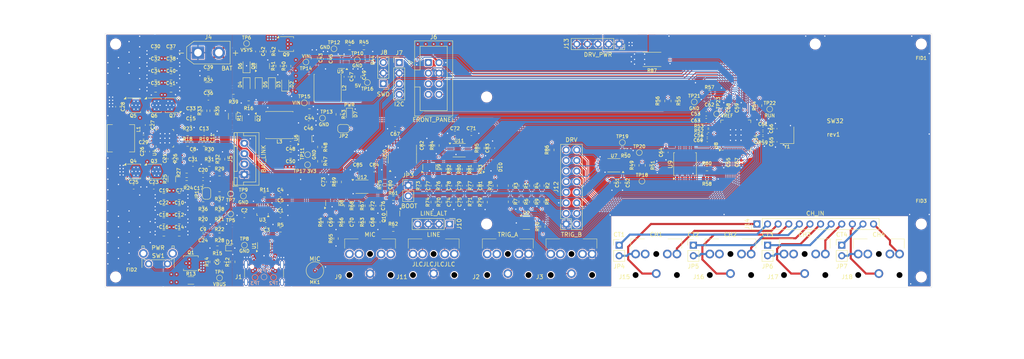
<source format=kicad_pcb>
(kicad_pcb (version 20240108) (generator "pcbnew") (generator_version "8.0")
  (title_block (title "SW32") (date "2024-06-20") (rev "1") (company "saawsm"))
  (layers (0 "F.Cu" signal) (1 "In1.Cu" signal) (2 "In2.Cu" signal) (31 "B.Cu" signal) (34 "B.Paste" user) (35 "F.Paste" user) (36 "B.SilkS" user "B.Silkscreen") (37 "F.SilkS" user "F.Silkscreen") (38 "B.Mask" user) (39 "F.Mask" user) (44 "Edge.Cuts" user))
  (net 0 "")
  (net 1 "/Input/CC2")
  (net 2 "GND")
  (net 3 "/Input/CC1")
  (net 4 "+3.3V")
  (net 5 "VBUS")
  (net 6 "Net-(Q1-G)")
  (net 7 "VCHRG")
  (net 8 "Net-(U4-COMP1)")
  (net 9 "/Charger/ILIM_HIZ")
  (net 10 "Net-(C11-Pad1)")
  (net 11 "Net-(C13-Pad1)")
  (net 12 "Net-(U4-COMP2)")
  (net 13 "Net-(U4-ACP)")
  (net 14 "Net-(U4-ACN)")
  (net 15 "/Charger/VDDA")
  (net 16 "Net-(Q3-D)")
  (net 17 "/Charger/FVBUS")
  (net 18 "Net-(Q4-G)")
  (net 19 "Net-(U4-BTST1)")
  (net 20 "Net-(Q4-D)")
  (net 21 "Net-(U4-BTST2)")
  (net 22 "Net-(Q5-D)")
  (net 23 "Net-(Q5-G)")
  (net 24 "/Charger/REGN")
  (net 25 "VSYS")
  (net 26 "Net-(U4-IADPT)")
  (net 27 "Net-(C33-Pad1)")
  (net 28 "Net-(J4-Pin_2)")
  (net 29 "Net-(D6-A)")
  (net 30 "VIN")
  (net 31 "Net-(U5-SW)")
  (net 32 "Net-(U5-CB)")
  (net 33 "Net-(U6-SW)")
  (net 34 "Net-(U6-CB)")
  (net 35 "+5V")
  (net 36 "/Controller/DVDD")
  (net 37 "/Controller/ADC_AVDD")
  (net 38 "/Controller/XIN")
  (net 39 "Net-(C66-Pad2)")
  (net 40 "Net-(C68-Pad1)")
  (net 41 "Net-(C69-Pad1)")
  (net 42 "/Audio/MIC_T")
  (net 43 "Net-(C70-Pad2)")
  (net 44 "Net-(C73-Pad1)")
  (net 45 "Net-(C74-Pad1)")
  (net 46 "Net-(C75-Pad1)")
  (net 47 "Net-(U12B-+)")
  (net 48 "Net-(C77-Pad1)")
  (net 49 "Net-(C78-Pad2)")
  (net 50 "Net-(C79-Pad2)")
  (net 51 "Net-(C80-Pad1)")
  (net 52 "Net-(C81-Pad1)")
  (net 53 "Net-(C82-Pad1)")
  (net 54 "Net-(C83-Pad1)")
  (net 55 "Net-(D2-K)")
  (net 56 "Net-(D3-K)")
  (net 57 "Net-(D4-K)")
  (net 58 "/Charger/~{WAKE}")
  (net 59 "Net-(D7-A)")
  (net 60 "Net-(D8-K-Pad3)")
  (net 61 "Net-(D9-K-Pad3)")
  (net 62 "Net-(D10-K-Pad3)")
  (net 63 "/Input/USB_D+")
  (net 64 "Net-(J1-SBU2)")
  (net 65 "Net-(J1-SBU1)")
  (net 66 "/Input/USB_D-")
  (net 67 "/Input/~{TA1}")
  (net 69 "/Input/~{TA2}")
  (net 73 "/Input/~{TB2}")
  (net 74 "/Input/~{TB1}")
  (net 75 "/Charger/SDA")
  (net 76 "/Charger/SCL")
  (net 77 "/Controller/BCLK")
  (net 78 "/Controller/WS")
  (net 79 "/Controller/RXD1")
  (net 80 "/Controller/DIN")
  (net 81 "/Controller/TXD1")
  (net 82 "/Controller/SWD")
  (net 83 "/Controller/SWC")
  (net 85 "Net-(MK1-+)")
  (net 87 "Net-(J10-Pin_1)")
  (net 88 "Net-(J10-Pin_4)")
  (net 89 "/Audio/LINE_T")
  (net 90 "/Audio/LINE_R")
  (net 91 "/Controller/DRV_EN")
  (net 92 "/Controller/CH1_LVL")
  (net 93 "/Controller/CH3_LVL")
  (net 94 "/Controller/CH4_LVL")
  (net 95 "/Controller/SENSE")
  (net 96 "/Controller/CH2_LVL")
  (net 97 "/Controller/CH2_GA")
  (net 98 "/Controller/CH2_GB")
  (net 99 "/Controller/CH3_GA")
  (net 100 "/Controller/CH4_GB")
  (net 101 "/Controller/CH1_GB")
  (net 102 "/Controller/CH4_GA")
  (net 103 "/Controller/CH1_GA")
  (net 104 "/Controller/CH3_GB")
  (net 105 "Net-(J14-Pin_1)")
  (net 106 "Net-(J14-Pin_11)")
  (net 107 "Net-(J14-Pin_8)")
  (net 108 "Net-(J14-Pin_10)")
  (net 109 "Net-(J14-Pin_5)")
  (net 110 "Net-(J14-Pin_6)")
  (net 111 "Net-(J14-Pin_2)")
  (net 112 "Net-(J14-Pin_4)")
  (net 113 "Net-(J14-Pin_3)")
  (net 114 "Net-(J14-Pin_9)")
  (net 115 "Net-(J14-Pin_12)")
  (net 117 "Net-(JP4-B)")
  (net 121 "Net-(JP5-B)")
  (net 123 "Net-(JP6-B)")
  (net 126 "Net-(JP7-B)")
  (net 128 "Net-(JP1-A)")
  (net 129 "Net-(JP1-B)")
  (net 130 "Net-(JP2-B)")
  (net 131 "Net-(JP3-B)")
  (net 132 "Net-(Q2-D)")
  (net 133 "/Controller/DISCH_EN")
  (net 134 "Net-(Q3-G)")
  (net 135 "Net-(Q6-G)")
  (net 136 "Net-(Q7-G)")
  (net 137 "/Audio/~{PIP_EN}")
  (net 138 "Net-(Q10-D)")
  (net 139 "Net-(U1-VP)")
  (net 140 "/Controller/~{TRIG_A1}")
  (net 141 "/Controller/~{TRIG_A2}")
  (net 142 "/Controller/~{TRIG_B1}")
  (net 143 "/Controller/~{TRIG_B2}")
  (net 144 "Net-(U2-VP)")
  (net 145 "/Controller/~{INT_PD}")
  (net 146 "Net-(R18-Pad1)")
  (net 147 "Net-(R20-Pad2)")
  (net 148 "/Charger/EN_OTG")
  (net 149 "Net-(R31-Pad1)")
  (net 150 "Net-(U4-SRP)")
  (net 151 "Net-(U4-SRN)")
  (net 152 "/Controller/PWR_CTRL")
  (net 153 "Net-(U5-FB)")
  (net 154 "Net-(U6-FB)")
  (net 155 "/Controller/SDA_DAC")
  (net 156 "Net-(U7-~{LDAC})")
  (net 157 "/Controller/SCL_DAC")
  (net 158 "Net-(U8-USB_DP)")
  (net 159 "Net-(U8-USB_DM)")
  (net 160 "Net-(U8-RUN)")
  (net 161 "/Controller/QSPI_SS")
  (net 162 "/Controller/XOUT")
  (net 163 "Net-(U12A-+)")
  (net 164 "Net-(U10D-P3W)")
  (net 165 "Net-(U10D-P3A)")
  (net 166 "Net-(U10C-P2W)")
  (net 167 "Net-(U11A-+)")
  (net 168 "Net-(U11B-+)")
  (net 169 "Net-(U10A-P0W)")
  (net 170 "Net-(U10B-P1W)")
  (net 171 "Net-(U7-RDY{slash}~{BSY})")
  (net 175 "/Controller/QSPI_SD3")
  (net 176 "/Controller/QSPI_SD0")
  (net 177 "/Controller/QSPI_SD2")
  (net 178 "/Controller/QSPI_SCLK")
  (net 179 "/Audio/AUDIO_L")
  (net 180 "/Audio/MIC")
  (net 181 "/Controller/QSPI_SD1")
  (net 182 "/Audio/AUDIO_R")
  (net 191 "Net-(J14-Pin_7)")
  (net 192 "/Output/PGND")
  (net 193 "Net-(R30-Pad1)")
  (net 194 "Net-(R44-Pad2)")
  (footprint "Fiducial:Fiducial_1mm_Mask2mm" (layer "F.Cu") (at 246.38 73.66)
    (property "Reference" "FID1")
    (property "Value" "Fiducial")
  )
  (footprint "Package_TO_SOT_SMD:SOT-23-6" (layer "F.Cu") (at 88.9 116.967 90)
    (property "Reference" "U1")
    (property "Value" "SRV05-4")
  )
  (footprint "TestPoint:TestPoint_Pad_D1.0mm" (layer "F.Cu") (at 102.904608 86.36 90)
    (property "Reference" "TP13")
    (property "Value" "GND")
  )
  (footprint "Resistor_SMD:R_0603_1608Metric" (layer "F.Cu") (at 117.823 102.363 -90)
    (property "Reference" "R75")
    (property "Value" "10k")
  )
  (footprint "Jumper:SolderJumper-2_P1.3mm_Bridged_RoundedPad1.0x1.5mm" (layer "F.Cu") (at 107.95 88.8745 180)
    (property "Reference" "JP2")
    (property "Value" "LED")
  )
  (footprint "SaawLib:QFN-56-1EP_7x7mm_P0.4mm_EP3.2x3.2mm_ThermalVias" (layer "F.Cu") (at 201.93 90.424 90)
    (property "Reference" "U8")
    (property "Value" "RP2040")
  )
  (footprint "Resistor_SMD:R_0603_1608Metric" (layer "F.Cu") (at 139.46485 106.503001 90)
    (property "Reference" "R71")
    (property "Value" "1k")
  )
  (footprint "Package_TO_SOT_SMD:SOT-23" (layer "F.Cu") (at 128.509929 98.120081 90)
    (property "Reference" "D9")
    (property "Value" "BAV99")
  )
  (footprint "Resistor_SMD:R_0603_1608Metric" (layer "F.Cu") (at 78.231869 109.3606 180)
    (property "Reference" "R21")
    (property "Value" "300k")
  )
  (footprint "Resistor_SMD:R_0603_1608Metric" (layer "F.Cu") (at 153.035 106.426 -90)
    (property "Reference" "R9")
    (property "Value" "1k")
  )
  (footprint "Capacitor_SMD:C_0603_1608Metric" (layer "F.Cu") (at 66.405 96.0945 -90)
    (property "Reference" "C21")
    (property "Value" "1uF")
  )
  (footprint "Resistor_SMD:R_0603_1608Metric" (layer "F.Cu") (at 68.818 96.0945 -90)
    (property "Reference" "R26")
    (property "Value" "10")
  )
  (footprint "Resistor_SMD:R_0603_1608Metric" (layer "F.Cu") (at 103.607 111.316 90)
    (property "Reference" "R64")
    (property "Value" "100k")
  )
  (footprint "TestPoint:TestPoint_Pad_D1.0mm" (layer "F.Cu") (at 78.232 124.714)
    (property "Reference" "TP4")
    (property "Value" "VBUS")
  )
  (footprint "SaawLib:PJ-3062-CO" (layer "F.Cu") (at 218.44 127)
    (property "Reference" "J17")
    (property "Value" "CH3")
  )
  (footprint "Resistor_SMD:R_0603_1608Metric" (layer "F.Cu") (at 130.32885 92.915001 90)
    (property "Reference" "R84")
    (property "Value" "10k")
  )
  (footprint "MountingHole:MountingHole_2.2mm_M2" (layer "F.Cu") (at 53.34 124.46)
    (property "Reference" "H4")
    (property "Value" "MountingHole")
  )
  (footprint "MountingHole:MountingHole_2.2mm_M2" (layer "F.Cu") (at 246.38 111.76)
    (property "Reference" "H8")
    (property "Value" "MountingHole")
  )
  (footprint "Capacitor_SMD:C_0805_2012Metric" (layer "F.Cu") (at 66.609 76.454)
    (property "Reference" "C40")
    (property "Value" "10uF")
  )
  (footprint "Capacitor_SMD:C_0805_2012Metric" (layer "F.Cu") (at 68.58 113.919)
    (property "Reference" "C14")
    (property "Value" "10uF")
  )
  (footprint "Capacitor_SMD:C_0402_1005Metric" (layer "F.Cu") (at 195.11 90.513 180)
    (property "Reference" "C56")
    (property "Value" "100nF")
  )
  (footprint "Capacitor_SMD:C_0603_1608Metric" (layer "F.Cu") (at 127.91585 92.915001 90)
    (property "Reference" "C82")
    (property "Value" "10uF")
  )
  (footprint "SaawLib:PJ-3062-CO" (layer "F.Cu") (at 200.66 127)
    (property "Reference" "J16")
    (property "Value" "CH2")
  )
  (footprint "Resistor_SMD:R_0603_1608Metric" (layer "F.Cu") (at 150.497762 102.555981 90)
    (property "Reference" "R1")
    (property "Value" "10k")
  )
  (footprint "Resistor_SMD:R_1206_3216Metric" (layer "F.Cu") (at 75.564869 78.713429 180)
    (property "Reference" "R34")
    (property "Value" "0.01")
  )
  (footprint "TestPoint:TestPoint_Pad_D1.0mm" (layer "F.Cu") (at 197.358 85.344 90)
    (property "Reference" "TP23")
    (property "Value" "VREF")
  )
  (footprint "Capacitor_SMD:C_0603_1608Metric" (layer "F.Cu") (at 111.341 98.751 180)
    (property "Reference" "C85")
    (property "Value" "1uF")
  )
  (footprint "Resistor_SMD:R_0603_1608Metric" (layer "F.Cu") (at 78.231869 104.521 180)
    (property "Reference" "R37")
    (property "Value" "39k")
  )
  (footprint "Resistor_SMD:R_0603_1608Metric" (layer "F.Cu") (at 127.01885 102.566001 90)
    (property "Reference" "R73")
    (property "Value" "100k")
  )
  (footprint "Package_TO_SOT_SMD:SOT-23" (layer "F.Cu") (at 119.863 109.2355 -90)
    (property "Reference" "Q10")
    (property "Value" "AO3401A")
  )
  (footprint "Capacitor_SMD:C_0805_2012Metric" (layer "F.Cu") (at 75.565 75.565 180)
    (property "Reference" "C39")
    (property "Value" "10uF")
  )
  (footprint "Capacitor_SMD:C_0603_1608Metric" (layer "F.Cu") (at 95.252608 92.465 180)
    (property "Reference" "C48")
    (property "Value" "100nF")
  )
  (footprint "Capacitor_SMD:C_0805_2012Metric" (layer "F.Cu") (at 62.926 70.612 180)
    (property "Reference" "C30")
    (property "Value" "10uF")
  )
  (footprint "Capacitor_SMD:C_0603_1608Metric" (layer "F.Cu") (at 172.2585 101.883 -90)
    (property "Reference" "C51")
    (property "Value" "10uF")
  )
  (footprint "Package_SO:MSOP-8_3x3mm_P0.65mm" (layer "F.Cu") (at 135.65485 94.065001)
    (property "Reference" "U11")
    (property "Value" "MCP6002")
  )
  (footprint "Capacitor_SMD:C_0603_1608Metric" (layer "F.Cu") (at 134.38485 102.566001 90)
    (property "Reference" "C78")
    (property "Value" "100nF")
  )
  (footprint "Resistor_SMD:R_0603_1608Metric" (layer "F.Cu") (at 113.64 111.316 90)
    (property "Reference" "R63")
    (property "Value" "2.2k")
  )
  (footprint "Resistor_SMD:R_1206_3216Metric" (layer "F.Cu") (at 66.802 100.965 -90)
    (property "Reference" "R25")
    (property "Value" "0.01")
  )
  (footprint "Package_TO_SOT_SMD:SOT-23-6" (layer "F.Cu") (at 151.765 111.506)
    (property "Reference" "U2")
    (property "Value" "SRV05-4")
  )
  (footprint "TestPoint:TestPoint_Pad_D1.0mm" (layer "F.Cu") (at 105.664 69.723)
    (property "Reference" "TP12")
    (property "Value" "GND")
  )
  (footprint "Capacitor_SMD:C_0805_2012Metric" (layer "F.Cu") (at 62.926 76.454 180)
    (property "Reference" "C34")
    (property "Value" "10uF")
  )
  (footprint "Capacitor_SMD:C_0603_1608Metric" (layer "F.Cu") (at 75.564869 81.534)
    (property "Reference" "C36")
    (property "Value" "100nF")
  )
  (footprint "Resistor_SMD:R_1206_3216Metric" (layer "F.Cu") (at 71.374 125.285 180)
    (property "Reference" "R13")
    (property "Value" "100")
  )
  (footprint "Capacitor_SMD:C_0603_1608Metric" (layer "F.Cu") (at 92.82 107.2725)
    (property "Reference" "C5")
    (property "Value" "100nF")
  )
  (footprint "Package_TO_SOT_SMD:SOT-23" (layer "F.Cu") (at 88.646 73.85775 90)
    (property "Reference" "Q8")
    (property "Value" "AO3400A")
  )
  (footprint "TestPoint:TestPoint_Pad_D1.0mm" (layer "F.Cu") (at 99.348608 95.123 90)
    (property "Reference" "TP11")
    (property "Value" "GND")
  )
  (footprint "Connector_PinHeader_2.54mm:PinHeader_1x03_P2.54mm_Vertical" (layer "F.Cu") (at 117.475 78.085 180)
    (property "Reference" "J8")
    (property "Value" "SWD")
  )
  (footprint "Resistor_SMD:R_0603_1608Metric" (layer "F.Cu") (at 111.110283 107.376429 -90)
    (property "Reference" "R67")
    (property "Value" "1k")
  )
  (footprint "SaawLib:VSON-8_3.3x3.3mm_P0.65mm_NexFET_ThermalVias" (layer "F.Cu") (at 57.574 99.141)
    (property "Reference" "Q4")
    (property "Value" "CSD17551Q3A")
  )
  (footprint "TestPoint:TestPoint_Pad_D1.0mm" (layer "F.Cu") (at 98.552 82.677 90)
    (property "Reference" "TP15")
    (property "Value" "VIN")
  )
  (footprint "Resistor_SMD:R_0603_1608Metric" (layer "F.Cu") (at 102.269608 93.281 90)
    (property "Reference" "R48")
    (property "Value" "22k")
  )
  (footprint "Capacitor_SMD:C_0805_2012Metric" (layer "F.Cu") (at 68.58 108.077)
    (property "Reference" "C10")
    (property "Value" "10uF")
  )
  (footprint "Resistor_SMD:R_0402_1005Metric" (layer "F.Cu") (at 195.364 89.414918)
    (property "Reference" "R52")
    (property "Value" "27")
  )
  (footprint "Resistor_SMD:R_0603_1608Metric" (layer "F.Cu") (at 106.147 115.253 90)
    (property "Reference" "R65")
    (property "Value" "100k")
  )
  (footprint "Resistor_SMD:R_0603_1608Metric" (layer "F.Cu") (at 108.687 111.316 90)
    (property "Reference" "R66")
    (property "Value" "1M")
  )
  (footprint "Resistor_SMD:R_0603_1608Metric" (layer "F.Cu") (at 141.10785 93.557001 90)
    (property "Reference" "R85")
    (property "Value" "10k")
  )
  (footprint "Capacitor_SMD:C_0603_1608Metric" (layer "F.Cu") (at 71.866 97.409)
    (property "Reference" "C31")
    (property "Value" "100pF")
  )
  (footprint "Capacitor_SMD:C_0402_1005Metric" (layer "F.Cu") (at 211.457455 92.035401 90)
    (property "Reference" "C65")
    (property "Value" "15pF")
  )
  (footprint "Capacitor_SMD:C_0805_2012Metric" (layer "F.Cu") (at 66.609 79.375)
    (property "Reference" "C41")
    (property "Value" "10uF")
  )
  (footprint "Resistor_SMD:R_0603_1608Metric" (layer "F.Cu") (at 134.388987 98.627966 -90)
    (property "Reference" "R80")
    (property "Value" "1k")
  )
  (footprint "Capacitor_SMD:C_0603_1608Metric" (layer "F.Cu") (at 87.376 70.358 90)
    (property "Reference" "C42")
    (property "Value" "100nF")
  )
  (footprint "Resistor_SMD:R_0603_1608Metric" (layer "F.Cu") (at 147.957762 102.555981 90)
    (property "Reference" "R3")
    (property "Value" "10k")
  )
  (footprint "Capacitor_SMD:C_0603_1608Metric" (layer "F.Cu") (at 84.184 109.7145 180)
    (property "Reference" "C2")
    (property "Value" "330pF")
  )
  (footprint "Fiducial:Fiducial_1mm_Mask2mm" (layer "F.Cu") (at 57.15 124.46)
    (property "Reference" "FID2")
    (property "Value" "Fiducial")
  )
  (footprint "Resistor_SMD:R_0603_1608Metric" (layer "F.Cu") (at 112.831 69.420322 180)
    (property "Reference" "R45")
    (property "Value" "6.2k")
  )
  (footprint "Connector_PinHeader_2.54mm:PinHeader_1x02_P2.54mm_Vertical" (layer "F.Cu") (at 173.99 116.84)
    (property "Reference" "JP4")
    (property "Value" "CT1")
  )
  (footprint "Resistor_SMD:R_0603_1608Metric" (layer "F.Cu") (at 85.217 82.726874)
    (property "Reference" "R16")
    (property "Value" "100k")
  )
  (footprint "Package_SO:TSSOP-20_4.4x6.5mm_P0.65mm" (layer "F.Cu") (at 122.047 94.996 90)
    (property "Reference" "U10")
    (property "Value" "MCP4451-503")
  )
  (footprint "SaawLib:Diodes_PowerDI3333-8_ThermalVias" (layer "F.Cu") (at 71.374 121.158 180)
    (property "Reference" "Q1")
    (property "Value" "DMP3018SFV")
  )
  (footprint "Resistor_SMD:R_0603_1608Metric" (layer "F.Cu") (at 75.803 94.996 180)
    (property "Reference" "R30")
    (property "Value" "27k")
  )
  (footprint "TestPoint:TestPoint_Pad_D1.0mm" (layer "F.Cu") (at 179.451 101.473)
    (property "Reference" "TP18")
    (property "Value" "GND")
  )
  (footprint "MountingHole:MountingHole_2.2mm_M2" (layer "F.Cu") (at 246.38 68.58)
    (property "Reference" "H2")
    (property "Value" "MountingHole")
  )
  (footprint "Resistor_SMD:R_0603_1608Metric" (layer "F.Cu") (at 207.645 83.349344 90)
    (property "Reference" "R54")
    (property "Value" "100k")
  )
  (footprint "Capacitor_SMD:C_0805_2012Metric" (layer "F.Cu") (at 66.609 70.612)
    (property "Reference" "C37")
    (property "Value" "10uF")
  )
  (footprint "SaawLib:PJ-3062-CO" (layer "F.Cu") (at 182.88 127)
    (property "Reference" "J15")
    (property "Value" "CH1")
  )
  (footprint "Capacitor_SMD:C_0603_1608Metric" (layer "F.Cu") (at 57.658 102.87)
    (property "Reference" "C25")
    (property "Value" "150pF")
  )
  (footprint "Resistor_SMD:R_0603_1608Metric" (layer "F.Cu") (at 70.596 92.583 180)
    (property "Reference" "R18")
    (property "Value" "1.2k")
  )
  (footprint "Capacitor_SMD:C_0402_1005Metric" (layer "F.Cu") (at 199.047 96.99 -90)
    (property "Reference" "C55")
    (property "Value" "100nF")
  )
  (footprint "Package_DFN_QFN:WQFN-14-1EP_2.5x2.5mm_P0.5mm_EP1.45x1.45mm" (layer "F.Cu") (at 88.523 108.3385 180)
    (property "Reference" "U3")
    (property "Value" "FUSB302B")
  )
  (footprint "Package_TO_SOT_SMD:SOT-23" (layer "F.Cu") (at 143.27485 98.121001 90)
    (property "Reference" "D10")
    (property "Value" "BAV99")
  )
  (footprint "Jumper:SolderJumper-2_P1.3mm_Bridged_RoundedPad1.0x1.5mm" (layer "F.Cu") (at 75.119869 104.4235 90)
    (property "Reference" "JP1")
    (property "Value" "BAT_4S")
  )
  (footprint "Capacitor_SMD:C_0402_1005Metric" (layer "F.Cu") (at 195.11 91.656 180)
    (property "Reference" "C60")
    (property "Value" "100nF")
  )
  (footprint "Resistor_SMD:R_0603_1608Metric" (layer "F.Cu") (at 139.46485 98.629001 -90)
    (property "Reference" "R83")
    (property "Value" "2.2k")
  )
  (footprint "Resistor_SMD:R_0603_1608Metric" (layer "F.Cu") (at 89.01 104.7615)
    (property "Reference" "R11")
    (property "Value" "10k")
  )
  (footprint "Resistor_SMD:R_0603_1608Metric" (layer "F.Cu") (at 141.884747 106.503 90)
    (property "Reference" "R79")
    (property "Value" "100k")
  )
  (footprint "Resistor_SMD:R_0603_1608Metric" (layer "F.Cu") (at 109.401 69.420322 180)
    (property "Reference" "R46")
    (property "Value" "22k")
  )
  (footprint "Crystal:Crystal_SMD_3225-4Pin_3.2x2.5mm" (layer "F.Cu") (at 214.20394 90.455401 90)
    (property "Reference" "Y1")
    (property "Value" "12MHz")
  )
  (footprint "Resistor_SMD:R_2512_6332Metric" (layer "F.Cu") (at 181.864 72.263)
    (property "Reference" "R87")
    (property "Value" "0.1")
  )
  (footprint "Capacitor_SMD:C_0603_1608Metric" (layer "F.Cu") (at 78.867 120.84 90)
    (property "Reference" "C6")
    (property "Value" "10uF")
  )
  (footprint "Resistor_SMD:R_0603_1608Metric" (layer "F.Cu") (at 119.863 112.999)
    (property "Reference" "R62")
    (property "Value" "100")
  )
  (footprint "Resistor_SMD:R_0603_1608Metric" (layer "F.Cu") (at 92.264559 73.85775 -90)
    (property "Reference" "R41")
    (property "Value" "1M")
  )
  (footprint "Capacitor_SMD:C_0603_1608Metric" (layer "F.Cu") (at 74.294869 114.427 180)
    (property "Reference" "C24")
    (property "Value" "1uF")
  )
  (footprint "Connector_JST:JST_XH_B4B-XH-A_1x04_P2.50mm_Vertical" (layer "F.Cu") (at 84.184 99.889 90)
    (property "Reference" "J5")
    (property "Value" "BAT_LINK")
  )
  (footprint "Fiducial:Fiducial_1mm_Mask2mm" (layer "F.Cu") (at 246.38 107.95)
    (property "Reference" "FID3")
    (property "Value" "Fiducial")
  )
  (footprint "SaawLib:Diodes_PowerDI3333-8_ThermalVias" (layer "F.Cu") (at 94.21 68.57975)
    (property "Reference" "Q9")
    (property "Value" "DMP3018SFV")
  )
  (footprint "Resistor_SMD:R_0603_1608Metric" (layer "F.Cu") (at 77.724 117.538 180)
    (property "Reference" "R15")
    (property "Value" "22k")
  )
  (footprint "Capacitor_SMD:C_0603_1608Metric" (layer "F.Cu") (at 74.294869 100.076 180)
    (property "Reference" "C20")
    (property "Value" "33nF")
  )
  (footprint "Resistor_SMD:R_0603_1608Metric" (layer "F.Cu") (at 195.027 100.883 180)
    (property "Reference" "R58")
    (property "Value" "1k")
  )
  (footprint "Resistor_SMD:R_0603_1608Metric" (layer "F.Cu") (at 74.294869 109.3606)
    (property "Reference" "R20")
    (property "Value" "82k")
  )
  (footprint "Capacitor_SMD:C_0603_1608Metric" (layer "F.Cu") (at 108.585 76.437322 -90)
    (property "Reference" "C47")
    (property "Value" "100nF")
  )
  (footprint "Resistor_SMD:R_0603_1608Metric" (layer "F.Cu") (at 76.454 120.84 90)
    (property "Reference" "R14")
    (property "Value" "100k")
  )
  (footprint "Resistor_SMD:R_0603_1608Metric" (layer "F.Cu") (at 155.480938 102.550884 90)
    (property "Reference" "R2")
    (property "Value" "10k")
  )
  (footprint "SaawLib:VSON-8_3.3x3.3mm_P0.65mm_NexFET_ThermalVias" (layer "F.Cu") (at 62.527 83.268996)
    (property "Reference" "Q6")
    (property "Value" "CSD17551Q3A")
  )
  (footprint "Resistor_SMD:R_0603_1608Metric" (layer "F.Cu") (at 175.5605 94.123 180)
    (property "Reference" "R50")
    (property "Value" "10k")
  )
  (footprint "SaawLib:PJ-3062-CO" (layer "F.Cu") (at 236.22 127)
    (property "Reference" "J18")
    (property "Value" "CH4")
  )
  (footprint "Resistor_SMD:R_0402_1005Metric" (layer "F.Cu") (at 208.445 91.148 180)
    (property "Reference" "R59")
    (property "Value" "1k")
  )
  (footprint "Capacitor_SMD:C_0805_2012Metric" (layer "F.Cu") (at 64.897 113.919 180)
    (property "Reference" "C16")
    (property "Value" "10uF")
  )
  (footprint "Capacitor_SMD:C_0805_2012Metric" (layer "F.Cu") (at 99.771608 84.845 180)
    (property "Reference" "C44")
    (property "Value" "10uF")
  )
  (footprint "Package_TO_SOT_SMD:SOT-23" (layer "F.Cu") (at 105.223481 106.736549 90)
    (property "Reference" "D8")
    (property "Value" "BAV99")
  )
  (footprint "TestPoint:TestPoint_Pad_D1.0mm" (layer "F.Cu") (at 80.899 109.347)
    (property "Reference" "TP5")
    (property "Value" "ILIM")
  )
  (footprint "Resistor_SMD:R_0603_1608Metric" (layer "F.Cu") (at 89.916 70.358 -90)
    (property "Reference" "R42")
    (property "Value" "100k")
  )
  (footprint "Capacitor_SMD:C_0805_2012Metric" (layer "F.Cu") (at 64.897 108.057571 180)
    (property "Reference" "C22")
    (property "Value" "10uF")
  )
  (footprint "Capacitor_SMD:C_0402_1005Metric" (layer "F.Cu") (at 208.445 90.005)
    (property "Reference" "C54")
    (property "Value" "100nF")
  )
  (footprint "Capacitor_SMD:C_0402_1005Metric" (layer "F.Cu") (at 199.047 83.909 90)
    (property "Reference" "C58")
    (property "Value" "100nF")
  )
  (footprint "Package_SO:MSOP-8_3x3mm_P0.65mm" (layer "F.Cu") (at 112.37 102.807)
    (property "Reference" "U12")
    (property "Value" "MCP6002")
  )
  (footprint "Resistor_SMD:R_0603_1608Metric" (layer "F.Cu") (at 129.43185 106.503001 90)
    (property "Reference" "R74")
    (property "Value" "100k")
  )
  (footprint "Resistor_SMD:R_0603_1608Metric" (layer "F.Cu") (at 102.269608 96.711 90)
    (property "Reference" "R47")
    (property "Value" "51k")
  )
  (footprint "Connector_PinSocket_2.54mm:PinSocket_2x08_P2.54mm_Vertical" (layer "F.Cu") (at 161.29 111.76 180)
    (property "Reference" "J12")
    (property "Value" "DRV")
  )
  (footprint "Capacitor_SMD:C_0805_2012Metric" (layer "F.Cu") (at 64.897 105.156 180)
    (property "Reference" "C19")
    (property "Value" "10uF")
  )
  (footprint "Resistor_SMD:R_0603_1608Metric" (layer "F.Cu") (at 119.863 105.5525 180)
    (property "Reference" "R61")
    (property "Value" "100k")
  )
  (footprint "TestPoint:TestPoint_Pad_D1.0mm" (layer "F.Cu") (at 178.816 94.615)
    (property "Reference" "TP20")
    (property "Value" "RDY")
  )
  (footprint "TestPoint:TestPoint_Pad_D1.0mm" (layer "F.Cu") (at 83.947 105.029)
    (property "Reference" "TP9")
    (property "Value" "GND")
  )
  (footprint "Capacitor_SMD:C_0805_2012Metric" (layer "F.Cu") (at 66.609 73.533)
    (property "Reference" "C38")
    (property "Value" "10uF")
  )
  (footprint "Diode_SMD:D_SOD-323" (layer "F.Cu") (at 84.709 78.25875 -90)
    (property "Reference" "D4")
    (property "Value" "30V")
  )
  (footprint "Capacitor_SMD:C_0402_1005Metric" (layer "F.Cu") (at 203.238 83.919625 90)
    (property "Reference" "C59")
    (property "Value" "100nF")
  )
  (footprint "Resistor_SMD:R_0603_1608Metric" (layer "F.Cu") (at 81.407 120.84 90)
    (property "Reference" "R12")
    (property "Value" "22k")
  )
  (footprint "Capacitor_SMD:C_0603_1608Metric" (layer "F.Cu") (at 71.866 94.996)
    (property "Reference" "C8")
    (property "Value" "33pF")
  )
  (footprint "Capacitor_SMD:C_0603_1608Metric" (layer "F.Cu") (at 60.96 94.361 -90)
    (property "Reference" "C26")
    (property "Value" "47nF")
  )
  (footprint "Capacitor_SMD:C_0603_1608Metric" (layer "F.Cu") (at 104.377 101.651 90)
    (property "Reference" "C73")
    (property "Value" "10uF")
  )
  (footprint "SaawLib:PJ-3062-CO" (layer "F.Cu") (at 162.56 127)
    (property "Reference" "J3")
    (property "Value" "TRIG_B")
  )
  (footprint "Resistor_SMD:R_0603_1608Metric" (layer "F.Cu") (at 157.861 93.98 90)
    (property "Reference" "R86")
    (property "Value" "1M")
  )
  (footprint "TestPoint:TestPoint_Pad_D1.0mm" (layer "F.Cu") (at 84.709 68.453)
    (property "Reference" "TP6")
    (property "Value" "VSYS")
  )
  (footprint "Resistor_SMD:R_0603_1608Metric" (layer "F.Cu") (at 74.533 92.583 180)
    (property "Reference" "R19")
    (property "Value" "39k")
  )
  (footprint "NetTie:NetTie-2_SMD_Pad2.0mm" (layer "F.Cu") (at 180.594 69.342 180)
    (property "Reference" "NT1" (hide yes))
    (property "Value" "~" (hide yes))
  )
  (footprint "Capacitor_SMD:C_0603_1608Metric" (layer "F.Cu") (at 71.373869 87.63)
    (property "Reference" "C15")
    (property "Value" "15pF")
  )
  (footprint "Capacitor_SMD:C_0603_1608Metric" (layer "F.Cu") (at 60.959869 88.011 90)
    (property "Reference" "C27")
    (property "Value" "47nF")
  )
  (footprint "Resistor_SMD:R_0603_1608Metric" (layer "F.Cu") (at 70.596 90.043 180)
    (property "Reference" "R23")
    (property "Value" "10k")
  )
  (footprint "Capacitor_SMD:C_0603_1608Metric" (layer "F.Cu") (at 62.484 102.87)
    (property "Reference" "C23")
    (property "Value" "100nF")
  )
  (footprint "Diode_SMD:D_SOD-323" (layer "F.Cu") (at 87.63 78.25875 -90)
    (property "Reference" "D5")
    (property "Value" "30V")
  )
  (footprint "Resistor_SMD:R_1206_3216Metric" (layer "F.Cu") (at 81.28 85.905371 90)
    (property "Reference" "R17")
    (property "Value" "2k")
  )
  (footprint "TestPoint:TestPoint_Pad_D1.0mm" (layer "F.Cu") (at 111.243 72.341322)
    (property "Reference" "TP10")
    (property "Value" "GND")
  )
  (footprint "Capacitor_SMD:C_0603_1608Metric" (layer "F.Cu") (at 138.57585 90.009001)
    (property "Reference" "C71")
    (property "Value" "100nF")
  )
  (footprint "Resistor_SMD:R_0603_1608Metric" (layer "F.Cu") (at 78.231869 111.7804 180)
    (property "Reference" "R22")
    (property "Value" "220k")
  )
  (footprint "Resistor_SMD:R_0603_1608Metric" (layer "F.Cu") (at 139.46485 102.566001 90)
    (property "Reference" "R77")
    (property "Value" "1M")
  )
  (footprint "Capacitor_SMD:C_0603_1608Metric" (layer "F.Cu") (at 92.82 104.7615)
    (property "Reference" "C4")
    (property "Value" "1uF")
  )
  (footprint "Capacitor_SMD:C_0805_2012Metric" (layer "F.Cu") (at 64.897 110.998 180)
    (property "Reference" "C18")
    (property "Value" "10uF")
  )
  (footprint "Capacitor_SMD:C_0603_1608Metric" (layer "F.Cu") (at 134.38485 106.503001 -90)
    (property "Reference" "C74")
    (property "Value" "10nF")
  )
  (footprint "Resistor_SMD:R_0603_1608Metric" (layer "F.Cu") (at 78.231869 99.695)
    (property "Reference" "R29")
    (property "Value" "10k")
  )
  (footprint "Resistor_SMD:R_0603_1608Metric" (layer "F.Cu") (at 92.837 113.157)
    (property "Reference" "R5")
    (property "Value" "100k")
  )
  (footprint "Resistor_SMD:R_0603_1608Metric" (layer "F.Cu") (at 155.478176 106.420903 -90)
    (property "Reference" "R8")
    (property "Value" "1k")
  )
  (footprint "Capacitor_SMD:C_0603_1608Metric" (layer "F.Cu") (at 92.82 109.7145)
    (property "Reference" "C1")
    (property "Value" "330pF")
  )
  (footprint "SaawLib:VSON-8_3.3x3.3mm_P0.65mm_NexFET_ThermalVias" (layer "F.Cu") (at 57.574 83.268996)
    (property "Reference" "Q5")
    (property "Value" "CSD17551Q3A")
  )
  (footprint "Capacitor_SMD:C_0402_1005Metric" (layer "F.Cu") (at 203.238 96.985796 -90)
    (property "Reference" "C57")
    (property "Value" "100nF")
  )
  (footprint "Package_TO_SOT_SMD:SOT-23" (layer "F.Cu") (at 85.217 86.413371 -90)
    (property "Reference" "Q2")
    (property "Value" "AO3400A")
  )
  (footprint "Resistor_SMD:R_0603_1608Metric" (layer "F.Cu") (at 106.917 101.664 90)
    (property "Reference" "R69")
    (property "Value" "1k")
  )
  (footprint "Resistor_SMD:R_0603_1608Metric" (layer "F.Cu") (at 74.294869 106.9408 180)
    (property "Reference" "R36")
    (property "Value" "39k")
  )
  (footprint "Capacitor_SMD:C_0603_1608Metric" (layer "F.Cu") (at 194.856 86.957 180)
    (property "Reference" "C63")
    (property "Value" "1uF")
  )
  (footprint "Connector_PinHeader_2.54mm:PinHeader_1x02_P2.54mm_Vertical" (layer "F.Cu") (at 227.33 116.84)
    (property "Reference" "JP7")
    (property "Value" "CT4")
  )
  (footprint "Resistor_SMD:R_0603_1608Metric" (layer "F.Cu") (at 74.675869 84.582 90)
    (property "Reference" "R33")
    (property "Value" "10")
  )
  (footprint "Inductor_SMD:L_Sunlord_SWPA6020S" (layer "F.Cu") (at 92.583 88.011 180)
    (property "Reference" "L3")
    (property "Value" "12uH")
  )
  (footprint "Resistor_SMD:R_0603_1608Metric" (layer "F.Cu") (at 106.68 85.4455 -90)
    (property "Reference" "R43")
    (property "Value" "2.2k")
  )
  (footprint "Resistor_SMD:R_0402_1005Metric" (layer "F.Cu") (at 195.364 88.354)
    (property "Reference" "R53")
    (property "Value" "27")
  )
  (footprint "Connector_PinHeader_2.54mm:PinHeader_1x12_P2.54mm_Vertical" (layer "F.Cu") (at 207.01 111.76 90)
    (property "Reference" "J14")
    (property "Value" "CH_IN")
  )
  (footprint "Package_TO_SOT_SMD:SOT-23-6" (layer "F.Cu") (at 98.808608 91.322 90)
    (property "Reference" "U6")
    (property "Value" "TPS560430")
  )
  (footprint "Capacitor_SMD:C_0603_1608Metric" (layer "F.Cu") (at 111.1 111.316 90)
    (property "Reference" "C70")
    (property "Value" "100nF")
  )
  (footprint "Connector_IDC:IDC-Header_2x04_P2.54mm_Vertical" (layer "F.Cu") (at 128.27 73.025)
    (property "Reference" "J6")
    (property "Value" "FRONT_PANEL")
  )
  (footprint "Resistor_SMD:R_0603_1608Metric" (layer "F.Cu") (at 75.803 97.4158 180)
    (property "Reference" "R31")
    (property "Value" "10k")
  )
  (footprint "MountingHole:MountingHole_2.2mm_M2" (layer "F.Cu") (at 53.34 68.58)
    (property "Reference" "H1")
    (property "Value" "MountingHole")
  )
  (footprint "Resistor_SMD:R_0603_1608Metric" (layer "F.Cu") (at 136.92485 98.629001 -90)
    (property "Reference" "R81")
    (property "Value" "1k")
  )
  (footprint "TestPoint:TestPoint_Pad_D1.0mm" (layer "F.Cu") (at 174.752 92.202)
    (property "Reference" "TP19")
    (property "Value" "~{LDAC}")
  )
  (footprint "Diode_SMD:D_SOD-323" (layer "F.Cu") (at 84.709 73.85775 90)
    (property "Reference" "D6")
    (property "Value" "30V")
  )
  (footprint "Sensor_Audio:CUI_CMC-4013-SMT" (layer "F.Cu") (at 101.092 122.936 -90)
    (property "Reference" "MK1")
    (property "Value" "MIC")
  )
  (footprint "Capacitor_SMD:C_0805_2012Metric" (layer "F.Cu") (at 68.58 105.156)
    (property "Reference" "C7")
    (property "Value" "10uF")
  )
  (footprint "Resistor_SMD:R_0603_1608Metric" (layer "F.Cu") (at 195.027 98.47)
    (property "Reference" "R60")
    (property "Value" "10k")
  )
  (footprint "Resistor_SMD:R_0603_1608Metric" (layer "F.Cu") (at 76.453869 84.582 -90)
    (property "Reference" "R35")
    (property "Value" "10")
  )
  (footprint "Resistor_SMD:R_0603_1608Metric" (layer "F.Cu") (at 131.97185 106.503001 90)
    (property "Reference" "R70")
    (property "Value" "1k")
  )
  (footprint "Capacitor_SMD:C_0603_1608Metric" (layer "F.Cu") (at 89.284626 111.906572)
    (property "Reference" "C3")
    (property "Value" "10uF")
  )
  (footprint "Capacitor_SMD:C_0402_1005Metric" (layer "F.Cu") (at 211.446897 88.875401 -90)
    (property "Reference" "C66")
    (property "Value" "15pF")
  )
  (footprint "Resistor_SMD:R_0603_1608Metric" (layer "F.Cu") (at 180.7675 97.679 90)
    (property "Reference" "R51")
    (property "Value" "2.2k")
  )
  (footprint "Package_SO:SOIC-8_5.23x5.23mm_P1.27mm" (layer "F.Cu") (at 189.776 97.371 90)
    (property "Reference" "U9")
    (property "Value" "W25Q128JVS")
  )
  (footprint "Capacitor_SMD:C_0805_2012Metric" (layer "F.Cu") (at 95.252608 95.259 180)
    (property "Reference" "C50")
    (property "Value" "22uF")
  )
  (footprint "Package_TO_SOT_SMD:SOT-23-6" (layer "F.Cu") (at 107.442 72.881322 180)
    (property "Reference" "U5")
    (property "Value" "TPS560430")
  )
  (footprint "Capacitor_SMD:C_0603_1608Metric" (layer "F.Cu") (at 129.43185 102.566001 -90)
    (property "Reference" "C77")
    (property "Value" "1uF")
  )
  (footprint "Capacitor_SMD:C_0603_1608Metric" (layer "F.Cu") (at 60.021907 90.888549 180)
    (property "Reference" "C29")
    (property "Value" "2.2uF")
  )
  (footprint "Resistor_SMD:R_0603_1608Metric" (layer "F.Cu") (at 147.955 106.426 -90)
    (property "Reference" "R7")
    (property "Value" "1k")
  )
  (footprint "Resistor_SMD:R_0603_1608Metric" (layer "F.Cu") (at 131.97185 102.566001 -90)
    (property "Reference" "R76")
    (property "Value" "1M")
  )
  (footprint "Capacitor_SMD:C_0603_1608Metric" (layer "F.Cu") (at 143.64785 93.557001 90)
    (property "Reference" "C83")
    (property "Value" "10uF")
  )
  (footprint "Capacitor_SMD:C_0603_1608Metric" (layer "F.Cu") (at 106.147 111.316 -90)
    (property "Reference" "C69")
    (property "Value" "1uF")
  )
  (footprint "SaawLib:PJ-3062-CO" (layer "F.Cu") (at 147.32 127)
    (property "Reference" "J2")
    (property "Value" "TRIG_A")
  )
  (footprint "Resistor_SMD:R_0603_1608Metric" (layer "F.Cu") (at 78.231869 106.9408 180)
    (property "Reference" "R38")
    (property "Value" "100k")
  )
  (footprint "Capacitor_SMD:C_0603_1608Metric" (layer "F.Cu") (at 141.87785 102.566001 -90)
    (property "Reference" "C81")
    (property "Value" "1uF")
  )
  (footprint "Capacitor_SMD:C_0603_1608Metric" (layer "F.Cu") (at 134.63885 90.009001 180)
    (property "Reference" "C72")
    (property "Value" "1uF")
  )
  (footprint "TestPoint:TestPoint_Pad_D1.0mm" (layer "F.Cu") (at 99.329608 97.545 90)
    (property "Reference" "TP17")
    (property "Value" "3V3")
  )
  (footprint "Resistor_SMD:R_0603_1608Metric" (layer "F.Cu") (at 178.2275 97.679 90)
    (property "Reference" "R49")
    (property "Value" "2.2k")
  )
  (footprint "Resistor_SMD:R_0603_1608Metric" (layer "F.Cu") (at 70.357869 100.076 180)
    (property "Reference" "R27")
    (property "Value" "4.99")
  )
  (footprint "TestPoint:TestPoint_Pad_D1.0mm" (layer "F.Cu") (at 210.058 84.201)
    (property "Reference" "TP22")
    (property "Value" "RUN")
  )
  (footprint "Connector_PinHeader_2.54mm:PinHeader_1x02_P2.54mm_Vertical" (layer "F.Cu") (at 191.77 116.84)
    (property "Reference" "JP5")
    (property "Value" "CT2")
  )
  (footprint "Capacitor_SMD:C_0603_1608Metric" (layer "F.Cu") (at 115.304 98.751)
    (property "Reference" "C84")
    (property "Value" "100nF")
  )
  (footprint "Inductor_SMD:L_Sunlord_SWPA6020S" (layer "F.Cu") (at 104.130534 79.10693 -90)
    (property "Reference" "L2")
    (property "Value" "12uH")
  )
  (footprint "Resistor_SMD:R_0603_1608Metric" (layer "F.Cu") (at 186.944 82.232 90)
    (property "Reference" "R55")
    (property "Value" "2.2k")
  )
  (footprint "Capacitor_SMD:C_0603_1608Metric" (layer "F.Cu") (at 103.632 72.106322 -90)
    (property "Reference" "C45")
    (property "Value" "100nF")
  )
  (footprint "TestPoint:TestPoint_Pad_D1.0mm" (layer "F.Cu") (at 84.201 116.84)
    (property "Reference" "TP8")
    (property "Value" "GND")
  )
  (footprint "Capacitor_SMD:C_0805_2012Metric" (layer "F.Cu") (at 62.926 79.375 180)
    (property "Reference" "C35")
    (property "Value" "10uF")
  )
  (footprint "Capacitor_SMD:C_0603_1608Metric" (layer "F.Cu") (at 77.708 91.186 90)
    (property "Reference" "C11")
    (property "Value" "1.8nF")
  )
  (footprint "Connector_USB:USB_C_Receptacle_GCT_USB4105-xx-A_16P_TopMnt_Horizontal" (layer "F.Cu") (at 88.9 124.625)
    (property "Reference" "J1")
    (property "Value" "USB_C")
  )
  (footprint "Capacitor_SMD:C_0805_2012Metric" (layer "F.Cu") (at 62.926 73.533 180)
    (property "Reference" "C32")
    (property "Value" "10uF")
  )
  (footprint "Capacitor_SMD:C_0603_1608Metric" (layer "F.Cu") (at 116.18 111.316 -90)
    (property "Reference" "C68")
    (property "Value" "1uF")
  )
  (footprint "Connector_PinHeader_2.54mm:PinHeader_1x04_P2.54mm_Vertical" (layer "F.Cu") (at 121.285 73.035)
    (property "Reference" "J7")
    (property "Value" "I2C")
  )
  (footprint "Diode_SMD:D_SOD-323" (layer "F.Cu") (at 90.805 78.25875 -90)
    (property "Reference" "D3")
    (property "Value" "30V")
  )
  (footprint "Resistor_SMD:R_0603_1608Metric" (layer "F.Cu") (at 184.404 82.232 90)
    (property "Reference" "R56")
    (property "Value" "2.2k")
  )
  (footprint "Resistor_SMD:R_0603_1608Metric" (layer "F.Cu") (at 70.357869 101.854 180)
    (property "Reference" "R24")
    (property "Value" "4.99")
  )
  (footprint "MountingHole:MountingHole_2.2mm_M2" (layer "F.Cu") (at 142.24 111.76)
    (property "Reference" "H6")
    (property "Value" "MountingHole")
  )
  (footprint "Capacitor_SMD:C_0402_1005Metric" (layer "F.Cu") (at 208.445 88.862)
    (property "Reference" "C61")
    (property "Value" "100nF")
  )
  (footprint "SaawLib:VSON-8_3.3x3.3mm_P0.65mm_NexFET_ThermalVias" (layer "F.Cu") (at 62.527 99.141)
    (property "Reference" "Q3")
    (property "Value" "CSD17551Q3A")
  )
  (footprint "Resistor_SMD:R_0603_1608Metric" (layer "F.Cu") (at 113.656 72.404322 90)
    (property "Reference" "R44")
    (property "Value" "82k")
  )
  (footprint "Capacitor_SMD:C_0603_1608Metric" (layer "F.Cu") (at 74.294869 101.854 180)
    (property "Reference" "C17")
    (property "Value" "33nF")
  )
  (footprint "Connector_PinHeader_2.54mm:PinHeader_1x02_P2.54mm_Vertical" (layer "F.Cu") (at 123.444 102.484)
    (property "Reference" "JP3")
    (property "Value" "BOOT")
  )
  (footprint "Resistor_SMD:R_0603_1608Metric" (layer "F.Cu") (at 78.97481 96.193885 -90)
    (property "Reference" "R32")
    (property "Value" "100k")
  )
  (footprint "Resistor_SMD:R_0603_1608Metric" (layer "F.Cu") (at 131.97185 98.629001 -90)
    (property "Reference" "R82")
    (property "Value" "2.2k")
  )
  (footprint "Resistor_SMD:R_0603_1608Metric" (layer "F.Cu") (at 81.574 81.153)
    (property "Reference" "R39")
    (property "Value" "100k")
  )
  (footprint "Capacitor_SMD:C_0805_2012Metric" (layer "F.Cu") (at 68.58 110.998)
    (property "Reference" "C12")
    (property "Value" "10uF")
  )
  (footprint "Capacitor_SMD:C_0603_1608Metric" (layer "F.Cu") (at 195.618 81.877 180)
    (property "Reference" "C62")
    (property "Value" "10uF")
  )
  (footprint "SaawLib:PJ-3062-CO" (layer "F.Cu") (at 129.54 127)
    (property "Reference" "J11")
    (property "Value" "LINE")
  )
  (footprint "Resistor_SMD:R_0603_1608Metric" (layer "F.Cu") (at 78.231869 114.427)
    (property "Reference" "R28")
    (property "Value" "10")
  )
  (footprint "Diode_SMD:D_SOD-323" (layer "F.Cu") (at 93.98 78.25875 90)
    (property "Reference" "D2")
    (property "Value" "3V3")
  )
  (footprint "Capacitor_SMD:C_0603_1608Metric" (layer "F.Cu") (at 136.92485 106.503001 -90)
    (property "Reference" "C75")
    (property "Value" "10nF")
  )
  (footprint "Capacitor_SMD:C_0603_1608Metric" (layer "F.Cu") (at 174.8325 101.883 -90)
    (property "Reference" "C52")
    (property "Value" "100nF")
  )
  (footprint "TestPoint:TestPoint_Pad_D1.0mm" (layer "F.Cu") (at 191.979 82.468)
    (property "Reference" "TP21")
    (property "Value" "GND")
  )
  (footprint "MountingHole:MountingHole_2.2mm_M2" (layer "F.Cu") (at 220.98 68.58)
    (property "Reference" "H7")
    (property "Value" "MountingHole")
  )
  (footprint "Diode_SMD:ST_QFN-2L_1.6x1.0mm" (layer "F.Cu") (at 80.656203 117.54038)
    (property "Reference" "D1")
    (property "Value" "22V")
  )
  (footprint "TestPoint:TestPoint_Pad_D1.0mm" (layer "F.Cu") (at 80.899 104.521)
    (property "Reference" "TP7")
    (property "Value" "CELL")
  )
  (footprint "Capacitor_SMD:C_0603_1608Metric" (layer "F.Cu") (at 99.583608 87.512 180)
    (property "Reference" "C46")
    (property "Value" "100nF")
  )
  (footprint "TestPoint:TestPoint_Pad_D1.0mm" (layer "F.Cu") (at 98.933 72.898)
    (property "Reference" "TP14")
    (property "Value" "VIN")
  )
  (footprint "Capacitor_SMD:C_0603_1608Metric" (layer "F.Cu") (at 120.363 102.363 90)
    (property "Reference" "C80")
    (property "Value" "10uF")
  )
  (footprint "Connector_PinSocket_2.54mm:PinSocket_1x05_P2.54mm_Vertical" (layer "F.Cu") (at 173.99 68.58 -90)
    (property "Reference" "J13")
    (property "Value" "DRV_PWR")
  )
  (footprint "MountingHole:MountingHole_2.2mm_M2" (layer "F.Cu") (at 142.24 81.28)
    (property "Reference" "H5")
    (property "Value" "MountingHole")
  )
  (footprint "TestPoint:TestPoint_Pad_D1.0mm" (layer "F.Cu") (at 113.656 77.802322)
    (property "Reference" "TP16")
    (property "Value" "5V")
  )
  (footprint "SaawLib:VSON-8_3.3x3.3mm_P0.65mm_NexFET_ThermalVias" (layer "F.Cu") (at 66.966 83.266 180)
    (property "Reference" "Q7")
    (property "Value" "CSD25402Q3A")
  )
  (footprint "Capacitor_SMD:C_0603_1608Metric" (layer "F.Cu") (at 185.204 94.577 -90)
    (property "Reference" "C64")
    (property "Value" "100nF")
  )
  (footprint "Capacitor_SMD:C_0805_2012Metric" (layer "F.Cu") (at 111.379 76.437322 -90)
    (property "Reference" "C49")
    (property "Value" "22uF")
  )
  (footprint "Capacitor_SMD:C_0603_1608Metric" (layer "F.Cu") (at 120.297466 88.9 180)
    (property "Reference" "C67")
    (property "Value" "100nF")
  )
  (footprint "Capacitor_SMD:C_0603_1608Metric" (layer "F.Cu") (at 71.387 85.217 180)
    (property "Reference" "C33")
    (property "Value" "1uF")
  )
  (footprint "Resistor_SMD:R_0603_1608Metric" (layer "F.Cu") (at 144.29085 102.566001 90)
    (property "Reference" "R78")
    (property "Value" "100k")
  )
  (footprint "Resistor_SMD:R_0603_1608Metric" (layer "F.Cu") (at 108.687 107.379 -90)
    (property "Reference" "R68")
    (property "Value" "2.2k")
  )
  (footprint "Capacitor_SMD:C_0603_1608Metric" (layer "F.Cu") (at 194.856 85.306 180)
    (property "Reference" "C53")
    (property "Value" "1uF")
  )
  (footprint "Connector_AMASS:AMASS_XT30UPB-M_1x02_P5.0mm_Vertical" (layer "F.Cu") (at 73.065 70.638571)
    (property "Reference" "J4")
    (property "Value" "BAT")
  )
  (footprint "Capacitor_SMD:C_0603_1608Metric" (layer "F.Cu") (at 136.92485 102.566001 90)
    (property "Reference" "C79")
    (property "Value" "100nF")
  )
  (footprint "SaawLib:PJ-3062-CO" (layer "F.Cu") (at 114.3 127)
    (property "Reference" "J9")
    (property "Value" "MIC")
  )
  (footprint "MountingHole:MountingHole_2.2mm_M2" (layer "F.Cu") (at 246.38 124.46)
    (property "Reference" "H3")
    (property "Value" "MountingHole")
  )
  (footprint "Capacitor_SMD:C_0603_1608Metric" (layer "F.Cu") (at 53.851 83.6105 -90)
    (property "Reference" "C28")
    (property "Value" "150pF")
  )
  (footprint "Capacitor_SMD:C_0603_1608Metric" (layer "F.Cu") (at 74.294869 111.7804)
    (property "Reference" "C9")
    (property "Value" "100pF")
  )
  (footprint "Resistor_SMD:R_0603_1608Metric" (layer "F.Cu") (at 155.702 112.395 -90)
    (property "Reference" "R10")
    (property "Value" "100k")
  )
  (footprint "Package_SO:MSOP-10_3x3mm_P0.5mm" (layer "F.Cu") (at 172.72 97.663 180)
    (property "Reference" "U7")
    (property "Value" "MCP4728")
  )
  (footprint "Capacitor_SMD:C_0805_2012Metric" (layer "F.Cu") (at 100.965 71.918322 -90)
    (property "Reference" "C43")
    (property "Value" "10uF")
  )
  (footprint "Button_Switch_THT:SW_Tactile_SPST_Angled_PTS645Vx31-2LFS" (layer "F.Cu") (at 65.75 121.31 180)
    (property "Reference" "SW1")
    (property "Value" "PWR")
  )
  (footprint "Capacitor_SMD:C_0603_1608Metric" (layer "F.Cu") (at 74.533 90.043)
    (property "Reference" "C13")
    (property "Value" "680pF")
  )
  (footprint "Resistor_SMD:R_0603_1608Metric" (layer "F.Cu") (at 113.64 107.379 -90)
    (property "Reference" "R72")
    (property "Value" "1k")
  )
  (footprint "Resistor_SMD:R_0603_1608Metric" (layer "F.Cu") (at 195.631 80.226 180)
    (property "Reference" "R57")
    (property "Value" "100")
  )
  (footprint "Resistor_SMD:R_0603_1608Metric" (layer "F.Cu") (at 94.804559 73.87275 90)
    (property "Reference" "R40")
    (property "Value" "1k")
  )
  (footprint "Inductor_SMD:L_Vishay_IHLP-2525" (layer "F.Cu") (at 54.609869 91.186 90)
    (property "Reference" "L1")
    (property "Value" "2.2uH")
  )
  (footprint "Resistor_SMD:R_0603_1608Metric" (layer "F.Cu") (at 153.037762 102.555981 90)
    (property "Reference" "R4")
    (property "Value" "10k")
  )
  (footprint "Capacitor_SMD:C_0603_1608Metric" (layer "F.Cu") (at 116.18 107.379 -90)
    (property "Reference" "C76")
    (property "Value" "10nF")
  )
  (footprint "LED_SMD:LED_0603_1608Metric" (layer "F.Cu") (at 109.371439 85.443069 -90)
    (property "Reference" "D7")
    (property "Value" "PWR")
  )
  (footprint "NetTie:NetTie-2_SMD_Pad2.0mm" (layer "F.Cu") (at 180.594 67.3608 180)
    (property "Reference" "NT2" (hide yes))
    (property "Value" "~" (hide yes))
  )
  (footprint "Resistor_SMD:R_0603_1608Metric" (layer "F.Cu") (at 150.495 106.426 -90)
    (property "Reference" "R6")
    (property "Value" "1k")
  )
  (footprint "Connector_PinHeader_2.54mm:PinHeader_1x02_P2.54mm_Vertical" (layer "F.Cu") (at 209.55 116.84)
    (property "Reference" "JP6")
    (property "Value" "CT3")
  )
  (footprint "Connector_PinHeader_2.54mm:PinHeader_1x04_P2.54mm_Vertical" (layer "F.Cu") (at 133.34 111.76 -90)
    (property "Reference" "J10")
    (property "Value" "LINE_ALT")
  )
  (footprint "Package_DFN_QFN:Texas_S-PWQFN-N32_EP2.8x2.8mm_ThermalVias" (layer "F.Cu") (at 65.151 91.186 90)
    (property "Reference" "U4")
    (property "Value" "BQ25703A")
  )
  (footprint "TestPoint:TestPoint_Pad_D1.0mm" (layer "B.Cu") (at 86.741 124.587 90)
    (property "Reference" "TP3")
    (property "Value" "SBU2")
  )
  (footprint "TestPoint:TestPoint_Pad_D1.0mm" (layer "B.Cu") (at 88.9 124.46 180)
    (property "Reference" "TP1")
    (property "Value" "GND")
  )
  (footprint "TestPoint:TestPoint_Pad_D1.0mm" (layer "B.Cu") (at 91.186 124.587 90)
    (property "Reference" "TP2")
    (property "Value" "SBU1")
  )
  (gr_rect (start 50.8 66.04) (end 248.92 127) (stroke (width 0.05)) (fill none) (layer "Edge.Cuts"))
  (gr_text "${TITLE}\n${PROJECTNAME}\nrev${REVISION}\n" (at 223.647 88.646 0) (layer "F.SilkS") (effects (font (size 1 1) (thickness 0.15) (bold yes)) (justify left)))
  (gr_text "JLCJLCJLCJLC" (at 129.54 121.412 0) (layer "F.SilkS") (effects (font (size 1 1) (thickness 0.15) (bold yes))))
  (segment (start 89.504499 109.601) (end 89.7855 109.319999) (width 0.2) (layer "F.Cu") (net 1))
  (segment (start 89.273 109.601) (end 89.504499 109.601) (width 0.2) (layer "F.Cu") (net 1))
  (segment (start 89.85 113.931743) (end 92.045 111.736743) (width 0.2) (layer "F.Cu") (net 1))
  (segment (start 89.85 115.8295) (end 89.85 113.931743) (width 0.2) (layer "F.Cu") (net 1))
  (segment (start 90.65 115.824) (end 89.8555 115.824) (width 0.2) (layer "F.Cu") (net 1))
  (segment (start 91.169 108.8385) (end 89.7855 108.8385) (width 0.2) (layer "F.Cu") (net 1))
  (segment (start 89.7855 109.319999) (end 89.7855 108.8385) (width 0.2) (layer "F.Cu") (net 1))
  (segment (start 92.045 111.736743) (end 92.045 109.7145) (width 0.2) (layer "F.Cu") (net 1))
  (segment (start 89.8555 115.824) (end 89.85 115.8295) (width 0.2) (layer "F.Cu") (net 1))
  (segment (start 90.65 119.239112) (end 90.65 120.945) (width 0.2) (layer "F.Cu") (net 1))
  (segment (start 92.045 109.7145) (end 91.169 108.8385) (width 0.2) (layer "F.Cu") (net 1))
  (via (at 90.65 115.824) (size 0.6) (drill 0.3) (layers "F.Cu" "B.Cu") (net 1))
  (via (at 90.65 119.239112) (size 0.6) (drill 0.3) (layers "F.Cu" "B.Cu") (net 1))
  (segment (start 90.65 115.824) (end 90.65 119.239112) (width 0.2) (layer "B.Cu") (net 1))
  (segment (start 68.051069 90.385856) (end 67.850925 90.586) (width 0.2) (layer "F.Cu") (net 2))
  (segment (start 67.850925 90.586) (end 67.1385 90.586) (width 0.2) (layer "F.Cu") (net 2))
  (via (at 60.846461 79.796023) (size 0.6) (drill 0.3) (layers "F.Cu" "B.Cu") (net 2))
  (via (at 93.611785 119.803824) (size 0.6) (drill 0.3) (layers "F.Cu" "B.Cu") (net 2))
  (via (at 86.406206 108.100379) (size 0.6) (drill 0.3) (layers "F.Cu" "B.Cu") (net 2))
  (via (at 110.256256 104.487863) (size 0.6) (drill 0.3) (layers "F.Cu" "B.Cu") (net 2))
  (via (at 209.715 90.005) (size 0.6) (drill 0.3) (layers "F.Cu" "B.Cu") (net 2))
  (via (at 75.946 117.538) (size 0.6) (drill 0.3) (layers "F.Cu" "B.Cu") (net 2))
  (via (at 61.383 77.886) (size 0.6) (drill 0.3) (layers "F.Cu" "B.Cu") (net 2))
  (via (at 51.477 108.62) (size 0.6) (drill 0.3) (layers "F.Cu" "B.Cu") (net 2))
  (via (at 218.694 66.675) (size 0.6) (drill 0.3) (layers "F.Cu" "B.Cu") (net 2))
  (via (at 51.477 78.14) (size 0.6) (drill 0.3) (layers "F.Cu" "B.Cu") (net 2))
  (via (at 54.017 102.27) (size 0.6) (drill 0.3) (layers "F.Cu" "B.Cu") (net 2))
  (via (at 81.407 119.062) (size 0.6) (drill 0.3) (layers "F.Cu" "B.Cu") (net 2))
  (via (at 59.097 71.79) (size 0.6) (drill 0.3) (layers "F.Cu" "B.Cu") (net 2))
  (via (at 114.935 70.358) (size 0.6) (drill 0.3) (layers "F.Cu" "B.Cu") (net 2))
  (via (at 106.147 113.094) (size 0.6) (drill 0.3) (layers "F.Cu" "B.Cu") (net 2))
  (via (at 56.556266 118.779389) (size 0.6) (drill 0.3) (layers "F.Cu" "B.Cu") (net 2))
  (via (at 149.352 111.506) (size 0.6) (drill 0.3) (layers "F.Cu" "B.Cu") (net 2))
  (via (at 177.673 70.993) (size 0.6) (drill 0.3) (layers "F.Cu" "B.Cu") (net 2))
  (via (at 97.155 87.503) (size 0.6) (drill 0.3) (layers "F.Cu" "B.Cu") (net 2))
  (via (at 54.017 114.97) (size 0.6) (drill 0.3) (layers "F.Cu" "B.Cu") (net 2))
  (via (at 103.632 74.549) (size 0.6) (drill 0.3) (layers "F.Cu" "B.Cu") (net 2))
  (via (at 60.846461 76.039043) (size 0.6) (drill 0.3) (layers "F.Cu" "B.Cu") (net 2))
  (via (at 141.87785 108.281001) (size 0.6) (drill 0.3) (layers "F.Cu" "B.Cu") (net 2))
  (via (at 121.031 93.472) (size 0.6) (drill 0.3) (layers "F.Cu" "B.Cu") (net 2))
  (via (at 56.557 75.6) (size 0.6) (drill 0.3) (layers "F.Cu" "B.Cu") (net 2))
  (via (at 84.709 73.787) (size 0.6) (drill 0.3) (layers "F.Cu" "B.Cu") (net 2))
  (via (at 51.476266 118.779389) (size 0.6) (drill 0.3) (layers "F.Cu" "B.Cu") (net 2))
  (via (at 122.174 79.375) (size 0.6) (drill 0.3) (layers "F.Cu" "B.Cu") (net 2))
  (via (at 193.713 91.656) (size 0.6) (drill 0.3) (layers "F.Cu" "B.Cu") (net 2))
  (via (at 101.727 84.319) (size 0.6) (drill 0.3) (layers "F.Cu" "B.Cu") (net 2))
  (via (at 54.017 112.43) (size 0.6) (drill 0.3) (layers "F.Cu" "B.Cu") (net 2))
  (via (at 51.858 82.077) (size 0.6) (drill 0.3) (layers "F.Cu" "B.Cu") (net 2))
  (via (at 149.225 108.204) (size 0.6) (drill 0.3) (layers "F.Cu" "B.Cu") (net 2))
  (via (at 110.236 74.549) (size 0.6) (drill 0.3) (layers "F.Cu" "B.Cu") (net 2))
  (via (at 209.715 88.862) (size 0.6) (drill 0.3) (layers "F.Cu" "B.Cu") (net 2))
  (via (at 143.65585 91.843001) (size 0.6) (drill 0.3) (layers "F.Cu" "B.Cu") (net 2))
  (via (at 54.398 99.222) (size 0.6) (drill 0.3) (layers "F.Cu" "B.Cu") (net 2))
  (via (at 56.557 70.52) (size 0.6) (drill 0.3) (layers "F.Cu" "B.Cu") (net 2))
  (via (at 68.682461 76.875023) (size 0.6) (drill 0.3) (layers "F.Cu" "B.Cu") (net 2))
  (via (at 244.094 66.675) (size 0.6) (drill 0.3) (layers "F.Cu" "B.Cu") (net 2))
  (via (at 60.846461 76.875023) (size 0.6) (drill 0.3) (layers "F.Cu" "B.Cu") (net 2))
  (via (at 51.477 75.6) (size 0.6) (drill 0.3) (layers "F.Cu" "B.Cu") (net 2))
  (via (at 106.147 117.031) (size 0.6) (drill 0.3) (layers "F.Cu" "B.Cu") (net 2))
  (via (at 110.744 84.1755) (size 0.6) (drill 0.3) (layers "F.Cu" "B.Cu") (net 2))
  (via (at 54.398 97.698) (size 0.6) (drill 0.3) (layers "F.Cu" "B.Cu") (net 2))
  (via (at 103.124 70.358) (size 0.6) (drill 0.3) (layers "F.Cu" "B.Cu") (net 2))
  (via (at 92.976785 119.803824) (size 0.6) (drill 0.3) (layers "F.Cu" "B.Cu") (net 2))
  (via (at 129.43185 108.281001) (size 0.6) (drill 0.3) (layers "F.Cu" "B.Cu") (net 2))
  (via (at 193.675 81.877) (size 0.6) (drill 0.3) (layers "F.Cu" "B.Cu") (net 2))
  (via (at 86.995 81.915) (size 0.6) (drill 0.3) (layers "F.Cu" "B.Cu") (net 2))
  (via (at 109.576 98.743) (size 0.6) (drill 0.3) (layers "F.Cu" "B.Cu") (net 2))
  (via (at 60.846461 78.960043) (size 0.6) (drill 0.3) (layers "F.Cu" "B.Cu") (net 2))
  (via (at 92.341785 119.803824) (size 0.6) (drill 0.3) (layers "F.Cu" "B.Cu") (net 2))
  (via (at 73.533 75.0125) (size 0.6) (drill 0.3) (layers "F.Cu" "B.Cu") (net 2))
  (via (at 51.858 82.839) (size 0.6) (drill 0.3) (layers "F.Cu" "B.Cu") (net 2))
  (via (at 213.337378 92.77353) (size 0.6) (drill 0.3) (layers "F.Cu" "B.Cu") (net 2))
  (via (at 169.418 95.631) (size 0.6) (drill 0.3) (layers "F.Cu" "B.Cu") (net 2))
  (via (at 79.629 84.582) (size 0.6) (drill 0.3) (layers "F.Cu" "B.Cu") (net 2))
  (via (at 51.477 73.06) (size 0.6) (drill 0.3) (layers "F.Cu" "B.Cu") (net 2))
  (via (at 60.78537 102.868445) (size 0.6) (drill 0.3) (layers "F.Cu" "B.Cu") (net 2))
  (via (at 56.557 67.98) (size 0.6) (drill 0.3) (layers "F.Cu" "B.Cu") (net 2))
  (via (at 171.831 109.601) (size 0.6) (drill 0.3) (layers "F.Cu" "B.Cu") (net 2))
  (via (at 215.035336 88.144121) (size 0.6) (drill 0.3) (layers "F.Cu" "B.Cu") (net 2))
  (via (at 52.62 81.315) (size 0.6) (drill 0.3) (layers "F.Cu" "B.Cu") (net 2))
  (via (at 134.38485 108.281001) (size 0.6) (drill 0.3) (layers "F.Cu" "B.Cu") (net 2))
  (via (at 141.87785 104.344001) (size 0.6) (drill 0.3) (layers "F.Cu" "B.Cu") (net 2))
  (via (at 67.683223 80.719083) (size 0.6) (drill 0.3) (layers "F.Cu" "B.Cu") (net 2))
  (via (at 65.1216 96.236392) (size 0.6) (drill 0.3) (layers "F.Cu" "B.Cu") (net 2))
  (via (at 197.739 100.965) (size 0.6) (drill 0.3) (layers "F.Cu" "B.Cu") (net 2))
  (via (at 79.925 106.969) (size 0.6) (drill 0.3) (layers "F.Cu" "B.Cu") (net 2))
  (via (at 76.017776 100.2855) (size 0.6) (drill 0.3) (layers "F.Cu" "B.Cu") (net 2))
  (via (at 68.682461 71.033023) (size 0.6) (drill 0.3) (layers "F.Cu" "B.Cu") (net 2))
  (via (at 104.14 70.358) (size 0.6) (drill 0.3) (layers "F.Cu" "B.Cu") (net 2))
  (via (at 81.894195 117.534778) (size 0.6) (drill 0.3) (layers "F.Cu" "B.Cu") (net 2))
  (via (at 70.654 107.604) (size 0.6) (drill 0.3) (layers "F.Cu" "B.Cu") (net 2))
  (via (at 117.095593 98.750762) (size 0.6) (drill 0.3) (layers "F.Cu" "B.Cu") (net 2))
  (via (at 51.476266 121.319389) (size 0.6) (drill 0.3) (layers "F.Cu" "B.Cu") (net 2))
  (via (at 70.654 114.335) (size 0.6) (drill 0.3) (layers "F.Cu" "B.Cu") (net 2))
  (via (at 59.384443 102.874049) (size 0.6) (drill 0.3) (layers "F.Cu" "B.Cu") (net 2))
  (via (at 54.398 99.984) (size 0.6) (drill 0.3) (layers "F.Cu" "B.Cu") (net 2))
  (via (at 176.911 71.628) (size 0.6) (drill 0.3) (layers "F.Cu" "B.Cu") (net 2))
  (via (at 211.441452 93.298907) (size 0.6) (drill 0.3) (layers "F.Cu" "B.Cu") (net 2))
  (via (at 135.89 92.964) (size 0.6) (drill 0.3) (layers "F.Cu" "B.Cu") (net 2))
  (via (at 211.441452 87.611129) (size 0.6) (drill 0.3) (layers "F.Cu" "B.Cu") (net 2))
  (via (at 54.017 74.33) (size 0.6) (drill 0.3) (layers "F.Cu" "B.Cu") (net 2))
  (via (at 85.471 119.761) (size 0.6) (drill 0.3) (layers "F.Cu" "B.Cu") (net 2))
  (via (at 89.789 72.39) (size 0.6) (drill 0.3) (layers "F.Cu" "B.Cu") (net 2))
  (via (at 60.846461 71.033023) (size 0.6) (drill 0.3) (layers "F.Cu" "B.Cu") (net 2))
  (via (at 59.097 112.43) (size 0.6) (drill 0.3) (layers "F.Cu" "B.Cu") (net 2))
  (via (at 248.285 109.474) (size 0.6) (drill 0.3) (layers "F.Cu" "B.Cu") (net 2))
  (via (at 100.448 69.977) (size 0.6) (drill 0.3) (layers "F.Cu" "B.Cu") (net 2))
  (via (at 70.019 106.588) (size 0.6) (drill 0.3) (layers "F.Cu" "B.Cu") (net 2))
  (via (at 51.858 81.315) (size 0.6) (drill 0.3) (layers "F.Cu" "B.Cu") (net 2))
  (via (at 177.3385 94.123) (size 0.6) (drill 0.3) (layers "F.Cu" "B.Cu") (net 2))
  (via (at 97.155 94.107) (size 0.6) (drill 0.3) (layers "F.Cu" "B.Cu") (net 2))
  (via (at 199.047 98.26) (size 0.6) (drill 0.3) (layers "F.Cu" "B.Cu") (net 2))
  (via (at 76.267797 90.047257) (size 0.6) (drill 0.3) (layers "F.Cu" "B.Cu") (net 2))
  (via (at 248.285 70.866) (size 0.6) (drill 0.3) (layers "F.Cu" "B.Cu") (net 2))
  (via (at 180.086 72.263) (size 0.6) (drill 0.3) (layers "F.Cu" "B.Cu") (net 2))
  (via (at 176.911 72.821611) (size 0.6) (drill 0.3) (layers "F.Cu" "B.Cu") (net 2))
  (via (at 56.557 111.16) (size 0.6) (drill 0.3) (layers "F.Cu" "B.Cu") (net 2))
  (via (at 116.18 113.094) (size 0.6) (drill 0.3) (layers "F.Cu" "B.Cu") (net 2))
  (via (at 79.925 111.795) (size 0.6) (drill 0.3) (layers "F.Cu" "B.Cu") (net 2))
  (via (at 68.114 72.044) (size 0.6) (drill 0.3) (layers "F.Cu" "B.Cu") (net 2))
  (via (at 100.711 83.566) (size 0.6) (drill 0.3) (layers "F.Cu" "B.Cu") (net 2))
  (via (at 72.151687 88.597678) (size 0.6) (drill 0.3) (layers "F.Cu" "B.Cu") (net 2))
  (via (at 61.637 113.7) (size 0.6) (drill 0.3) (layers "F.Cu" "B.Cu") (net 2))
  (via (at 51.477 85.76) (size 0.6) (drill 0.3) (layers "F.Cu" "B.Cu") (net 2))
  (via (at 67.518949 97.198549) (size 0.6) (drill 0.3) (layers "F.Cu" "B.Cu") (net 2))
  (via (at 51.858 83.601) (size 0.6) (drill 0.3) (layers "F.Cu" "B.Cu") (net 2))
  (via (at 203.238 82.652284) (size 0.6) (drill 0.3) (layers "F.Cu" "B.Cu") (net 2))
  (via (at 59.097 69.25) (size 0.6) (drill 0.3) (layers "F.Cu" "B.Cu") (net 2))
  (via (at 68.682461 73.065023) (size 0.6) (drill 0.3) (layers "F.Cu" "B.Cu") (net 2))
  (via (at 127.91585 91.208001) (size 0.6) (drill 0.3) (layers "F.Cu" "B.Cu") (net 2))
  (via (at 159.512 106.68) (size 0.6) (drill 0.3) (layers "F.Cu" "B.Cu") (net 2))
  (via (at 61.891 80.807) (size 0.6) (drill 0.3) (layers "F.Cu" "B.Cu") (net 2))
  (via (at 198.501 79.121) (size 0.6) (drill 0.3) (layers "F.Cu" "B.Cu") (net 2))
  (via (at 243.84 126.111) (size 0.6) (drill 0.3) (layers "F.Cu" "B.Cu") (net 2))
  (via (at 94.605626 107.265208) (size 0.6) (drill 0.3) (layers "F.Cu" "B.Cu") (net 2))
  (via (at 89.789 83.82) (size 0.6) (drill 0.3) (layers "F.Cu" "B.Cu") (net 2))
  (via (at 68.682461 78.960043) (size 0.6) (drill 0.3) (layers "F.Cu" "B.Cu") (net 2))
  (via (at 111.379 74.549) (size 0.6) (drill 0.3) (layers "F.Cu" "B.Cu") (net 2))
  (via (at 119.811583 106.820999) (size 0.6) (drill 0.3) (layers "F.Cu" "B.Cu") (net 2))
  (via (at 101.464 69.977) (size 0.6) (drill 0.3) (layers "F.Cu" "B.Cu") (net 2))
  (via (at 51.477 106.08) (size 0.6) (drill 0.3) (layers "F.Cu" "B.Cu") (net 2))
  (via (at 56.557 113.7) (size 0.6) (drill 0.3) (layers "F.Cu" "B.Cu") (net 2))
  (via (at 186.182 73.279) (size 0.6) (drill 0.3) (layers "F.Cu" "B.Cu") (net 2))
  (via (at 84.201 119.761) (size 0.6) (drill 0.3) (layers "F.Cu" "B.Cu") (net 2))
  (via (at 140.35385 90.009001) (size 0.6) (drill 0.3) (layers "F.Cu" "B.Cu") (net 2))
  (via (at 59.097 66.71) (size 0.6) (drill 0.3) (layers "F.Cu" "B.Cu") (net 2))
  (via (at 106.68 70.993) (size 0.6) (drill 0.3) (layers "F.Cu" "B.Cu") (net 2))
  (via (at 101.346 86.995) (size 0.6) (drill 0.3) (layers "F.Cu" "B.Cu") (net 2))
  (via (at 77.668776 89.4905) (size 0.6) (drill 0.3) (layers "F.Cu" "B.Cu") (net 2))
  (via (at 172.2585 103.648) (size 0.6) (drill 0.3) (layers "F.Cu" "B.Cu") (net 2))
  (via (at 134.89285 95.081001) (size 0.6) (drill 0.3) (layers "F.Cu" "B.Cu") (net 2))
  (via (at 113.397697 94.142) (size 0.6) (drill 0.3) (layers "F.Cu" "B.Cu") (net 2))
  (via (at 177.673 73.406) (size 0.6) (drill 0.3) (layers "F.Cu" "B.Cu") (net 2))
  (via (at 123.063 99.187) (size 0.6) (drill 0.3) (layers "F.Cu" "B.Cu") (net 2))
  (via (at 112.522 74.549) (size 0.6) (drill 0.3) (layers "F.Cu" "B.Cu") (net 2))
  (via (at 59.097 74.33) (size 0.6) (drill 0.3) (layers "F.Cu" "B.Cu") (net 2))
  (via (at 86.36 106.299) (size 0.6) (drill 0.3) (layers "F.Cu" "B.Cu") (net 2))
  (via (at 110.573735 94.317735) (size 0.6) (drill 0.3) (layers "F.Cu" "B.Cu") (net 2))
  (via (at 62.818 105.572) (size 0.6) (drill 0.3) (layers "F.Cu" "B.Cu") (net 2))
  (via (at 63.415 112.43) (size 0.6) (drill 0.3) (layers "F.Cu" "B.Cu") (net 2))
  (via (at 83.439 82.730371) (size 0.6) (drill 0.3) (layers "F.Cu" "B.Cu") (net 2))
  (via (at 67.987 77.886) (size 0.6) (drill 0.3) (layers "F.Cu" "B.Cu") (net 2))
  (via (at 56.557 73.06) (size 0.6) (drill 0.3) (layers "F.Cu" "B.Cu") (net 2))
  (via (at 105.219886 107.626785) (size 0.6) (drill 0.3) (layers "F.Cu" "B.Cu") (net 2))
  (via (at 59.097 79.41) (size 0.6) (drill 0.3) (layers "F.Cu" "B.Cu") (net 2))
  (via (at 52.62 82.839) (size 0.6) (drill 0.3) (layers "F.Cu" "B.Cu") (net 2))
  (via (at 141.986 95.377) (size 0.6) (drill 0.3) (layers "F.Cu" "B.Cu") (net 2))
  (via (at 192.278 77.851) (size 0.6) (drill 0.3) (layers "F.Cu" "B.Cu") (net 2))
  (via (at 185.204 96.355) (size 0.6) (drill 0.3) (layers "F.Cu" "B.Cu") (net 2))
  (via (at 63.415 106.588) (size 0.6) (drill 0.3) (layers "F.Cu" "B.Cu") (net 2))
  (via (at 68.682461 73.901003) (size 0.6) (drill 0.3) (layers "F.Cu" "B.Cu") (net 2))
  (via (at 118.11 93.091) (size 0.6) (drill 0.3) (layers "F.Cu" "B.Cu") (net 2))
  (via (at 52.62 82.077) (size 0.6) (drill 0.3) (layers "F.Cu" "B.Cu") (net 2))
  (via (at 97.155 96.393) (size 0.6) (drill 0.3) (layers "F.Cu" "B.Cu") (net 2))
  (via (at 104.369 99.886) (size 0.6) (drill 0.3) (layers "F.Cu" "B.Cu") (net 2))
  (via (at 95.504 81.153) (size 0.6) (drill 0.3) (layers "F.Cu" "B.Cu") (net 2))
  (via (at 143.27485 99.010001) (size 0.6) (drill 0.3) (layers "F.Cu" "B.Cu") (net 2))
  (via (at 84.836 119.761) (size 0.6) (drill 0.3) (layers "F.Cu" "B.Cu") (net 2))
  (via (at 154.935387 110.866225) (size 0.6) (drill 0.3) (layers "F.Cu" "B.Cu") (net 2))
  (via (at 183.134 99.441) (size 0.6) (drill 0.3) (layers "F.Cu" "B.Cu") (net 2))
  (via (at 185.928 66.675) (size 0.6) (drill 0.3) (layers "F.Cu" "B.Cu") (net 2))
  (via (at 108.077 70.993) (size 0.6) (drill 0.3) (layers "F.Cu" "B.Cu") (net 2))
  (via (at 62.818 111.414) (size 0.6) (drill 0.3) (layers "F.Cu" "B.Cu") (net 2))
  (via (at 170.6075 99.33) (size 0.6) (drill 0.3) (layers "F.Cu" "B.Cu") (net 2))
  (via (at 191.681 99.657) (size 0.6) (drill 0.3) (layers "F.Cu" "B.Cu") (net 2))
  (via (at 68.051069 90.385856) (size 0.6) (drill 0.3) (layers "F.Cu" "B.Cu") (net 2))
  (via (at 103.632 122.047) (size 0.6) (drill 0.3) (layers "F.Cu" "B.Cu") (net 2))
  (via (at 73.533 76.1555) (size 0.6) (drill 0.3) (layers "F.Cu" "B.Cu") (net 2))
  (via (at 60.019957 89.938852) (size 0.6) (drill 0.3) (layers "F.Cu" "B.Cu") (net 2))
  (via (at 174.7985 103.648) (size 0.6) (drill 0.3) (layers "F.Cu" "B.Cu") (net 2))
  (via (at 62.818 114.335) (size 0.6) (drill 0.3) (layers "F.Cu" "B.Cu") (net 2))
  (via (at 85.598 91.313) (size 0.6) (drill 0.3) (layers "F.Cu" "B.Cu") (net 2))
  (via (at 97.155 95.25) (size 0.6) (drill 0.3) (layers "F.Cu" "B.Cu") (net 2))
  (via (at 56.557 116.24) (size 0.6) (drill 0.3) (layers "F.Cu" "B.Cu") (net 2))
  (via (at 243.586 109.474) (size 0.6) (drill 0.3) (layers "F.Cu" "B.Cu") (net 2))
  (via (at 92.202 75.94575) (size 0.6) (drill 0.3) (layers "F.Cu" "B.Cu") (net 2))
  (via (at 116.590536 102.588) (size 0.6) (drill 0.3) (layers "F.Cu" "B.Cu") (net 2))
  (via (at 56.556266 121.319389) (size 0.6) (drill 0.3) (layers "F.Cu" "B.Cu") (net 2))
  (via (at 60.846461 70.197043) (size 0.6) (drill 0.3) (layers "F.Cu" "B.Cu") (net 2))
  (via (at 116.18 109.157) (size 0.6) (drill 0.3) (layers "F.Cu" "B.Cu") (net 2))
  (via (at 193.078 85.306) (size 0.6) (drill 0.3) (layers "F.Cu" "B.Cu") (net 2))
  (via (at 51.477 113.7) (size 0.6) (drill 0.3) (layers "F.Cu" "B.Cu") (net 2))
  (via (at 118.491 88.9) (size 0.6) (drill 0.3) (layers "F.Cu" "B.Cu") (net 2))
  (via (at 82.439936 109.683027) (size 0.6) (drill 0.3) (layers "F.Cu" "B.Cu") (net 2))
  (via (at 207.01 86.741) (size 0.6) (drill 0.3) (layers "F.Cu" "B.Cu") (net 2))
  (via (at 132.86085 90.009001) (size 0.6) (drill 0.3) (layers "F.Cu" "B.Cu") (net 2))
  (via (at 54.398 98.46) (size 0.6) (drill 0.3) (layers "F.Cu" "B.Cu") (net 2))
  (via (at 94.615982 109.69571) (size 0.6) (drill 0.3) (layers "F.Cu" "B.Cu") (net 2))
  (via (at 88.9 119.38) (size 0.6) (drill 0.3) (layers "F.Cu" "B.Cu") (net 2))
  (via (at 61.637 116.24) (size 0.6) (drill 0.3) (layers "F.Cu" "B.Cu") (net 2))
  (via (at 69.511 103.794) (size 0.6) (drill 0.3) (layers "F.Cu" "B.Cu") (net 2))
  (via (at 70.654 110.57802) (size 0.6) (drill 0.3) (layers "F.Cu" "B.Cu") (net 2))
  (via (at 248.285 90.17) (size 0.6) (drill 0.3) (layers "F.Cu" "B.Cu") (net 2))
  (via (at 70.654 111.414) (size 0.6) (drill 0.3) (layers "F.Cu" "B.Cu") (net 2))
  (via (at 125.476 73.533) (size 0.6) (drill 0.3) (layers "F.Cu" "B.Cu") (net 2))
  (via (at 59.097 114.97) (size 0.6) (drill 0.3) (layers "F.Cu" "B.Cu") (net 2))
  (via (at 132.461 73.025) (size 0.6) (drill 0.3) (layers "F.Cu" "B.Cu") (net 2))
  (via (at 76.017776 101.5148) (size 0.6) (drill 0.3) (layers "F.Cu" "B.Cu") (net 2))
  (via (at 94.603299 104.736508) (size 0.6) (drill 0.3) (layers "F.Cu" "B.Cu") (net 2))
  (via (at 128.54285 99.010001) (size 0.6) (drill 0.3) (layers "F.Cu" "B.Cu") (net 2))
  (via (at 100.711 90.551) (size 0.6) (drill 0.3) (layers "F.Cu" "B.Cu") (net 2))
  (via (at 203.238 98.237907) (size 0.6) (drill 0.3) (layers "F.Cu" "B.Cu") (net 2))
  (via (at 68.682461 76.039043) (size 0.6) (drill 0.3) (layers "F.Cu" "B.Cu") (net 2))
  (via (at 130.175 94.869) (size 0.6) (drill 0.3) (layers "F.Cu" "B.Cu") (net 2))
  (via (at 51.477 98.46) (size 0.6) (drill 0.3) (layers "F.Cu" "B.Cu") (net 2))
  (via (at 70.019 109.509) (size 0.6) (drill 0.3) (layers "F.Cu" "B.Cu") (net 2))
  (via (at 62.818 107.604) (size 0.6) (drill 0.3) (layers "F.Cu" "B.Cu") (net 2))
  (via (at 120.371 100.521) (size 0.6) (drill 0.3) (layers "F.Cu" "B.Cu") (net 2))
  (via (at 180.086 73.406) (size 0.6) (drill 0.3) (layers "F.Cu" "B.Cu") (net 2))
  (via (at 55.16 99.222) (size 0.6) (drill 0.3) (layers "F.Cu" "B.Cu") (net 2))
  (via (at 63.415 109.509) (size 0.6) (drill 0.3) (layers "F.Cu" "B.Cu") (net 2))
  (via (at 61.637 111.16) (size 0.6) (drill 0.3) (layers "F.Cu" "B.Cu") (net 2))
  (via (at 101.727 85.335) (size 0.6) (drill 0.3) (layers "F.Cu" "B.Cu") (net 2))
  (via (at 180.086 70.993) (size 0.6) (drill 0.3) (layers "F.Cu" "B.Cu") (net 2))
  (via (at 91.042 111.8735) (size 0.6) (drill 0.3) (layers "F.Cu" "B.Cu") (net 2))
  (via (at 85.216631 85.471) (size 0.6) (drill 0.3) (layers "F.Cu" "B.Cu") (net 2))
  (via (at 51.477 111.16) (size 0.6) (drill 0.3) (layers "F.Cu" "B.Cu") (net 2))
  (via (at 62.818 104.73602) (size 0.6) (drill 0.3) (layers "F.Cu" "B.Cu") (net 2))
  (via (at 76.017776 111.795) (size 0.6) (drill 0.3) (layers "F.Cu" "B.Cu") (net 2))
  (via (at 70.654 104.73602) (size 0.6) (drill 0.3) (layers "F.Cu" "B.Cu") (net 2))
  (via (at 70.654 108.43998) (size 0.6) (drill 0.3) (layers "F.Cu" "B.Cu") (net 2))
  (via (at 201.068013 77.908177) (size 0.58) (drill 0.3) (layers "F.Cu" "B.Cu") (net 2))
  (via (at 199.047 82.639) (size 0.6) (drill 0.3) (layers "F.Cu" "B.Cu") (net 2))
  (via (at 183.007 96.647) (size 0.6) (drill 0.3) (layers "F.Cu" "B.Cu") (net 2))
  (via (at 101.346 88.011) (size 0.6) (drill 0.3) (layers "F.Cu" "B.Cu") (net 2))
  (via (at 56.557 108.62) (size 0.6) (drill 0.3) (layers "F.Cu" "B.Cu") (net 2))
  (via (at 73.867 97.444) (size 0.6) (drill 0.3) (layers "F.Cu" "B.Cu") (net 2))
  (via (at 193.078 86.957) (size 0.6) (drill 0.3) (layers "F.Cu" "B.Cu") (net 2))
  (via (at 90.805 106.68) (size 0.6) (drill 0.3) (layers "F.Cu" "B.Cu") (net 2))
  (via (at 70.654 105.572) (size 0.6) (drill 0.3) (layers "F.Cu" "B.Cu") (net 2))
  (via (at 129.43185 104.344001) (size 0.6) (drill 0.3) (layers "F.Cu" "B.Cu") (net 2))
  (via (at 51.477 95.92) (size 0.6) (drill 0.3) (layers "F.Cu" "B.Cu") (net 2))
  (via (at 67.987 74.965) (size 0.6) (drill 0.3) (layers "F.Cu" "B.Cu") (net 2))
  (via (at 52.62 83.601) (size 0.6) (drill 0.3) (layers "F.Cu" "B.Cu") (net 2))
  (via (at 54.016266 117.509389) (size 0.6) (drill 0.3) (layers "F.Cu" "B.Cu") (net 2))
  (via (at 54.017 71.79) (size 0.6) (drill 0.3) (layers "F.Cu" "B.Cu") (net 2))
  (via (at 51.477 103.54) (size 0.6) (drill 0.3) (layers "F.Cu" "B.Cu") (net 2))
  (via (at 199.136 109.474) (size 0.6) (drill 0.3) (layers "F.Cu" "B.Cu") (net 2))
  (via (at 60.846461 73.065023) (size 0.6) (drill 0.3) (layers "F.Cu" "B.Cu") (net 2))
  (via (at 55.16 99.984) (size 0.6) (drill 0.3) (layers "F.Cu" "B.Cu") (net 2))
  (via (at 59.097 76.87) (size 0.6) (drill 0.3) (layers "F.Cu" "B.Cu") (net 2))
  (via (at 69.662795 85.214822) (size 0.6) (drill 0.3) (layers "F.Cu" "B.Cu") (net 2))
  (via (at 68.682461 79.796023) (size 0.6) (drill 0.3) (layers "F.Cu" "B.Cu") (net 2))
  (via (at 62.818 110.57802) (size 0.6) (drill 0.3) (layers "F.Cu" "B.Cu") (net 2))
  (via (at 55.16 98.46) (size 0.6) (drill 0.3) (layers "F.Cu" "B.Cu") (net 2))
  (via (at 97.663 101.092) (size 0.6) (drill 0.3) (layers "F.Cu" "B.Cu") (net 2))
  (via (at 54.017 109.89) (size 0.6) (drill 0.3) (layers "F.Cu" "B.Cu") (net 2))
  (via (at 61.51 72.044) (size 0.6) (drill 0.3) (layers "F.Cu" "B.Cu") (net 2))
  (via (at 72.901 93.8975) (size 0.6) (drill 0.3) (layers "F.Cu" "B.Cu") (net 2))
  (via (at 209.804 86.487) (size 0.6) (drill 0.3) (layers "F.Cu" "B.Cu") (net 2))
  (via (at 223.266 66.675) (size 0.6) (drill 0.3) (layers "F.Cu" "B.Cu") (net 2))
  (via (at 208.788 93.091) (size 0.6) (drill 0.3) (layers "F.Cu" "B.Cu") (net 2))
  (via (at 70.088716 112.456263) (size 0.6) (drill 0.3) (layers "F.Cu" "B.Cu") (net 2))
  (via (at 68.682461 70.197043) (size 0.6) (drill 0.3) (layers "F.Cu" "B.Cu") (net 2))
  (via (at 51.477 101) (size 0.6) (drill 0.3) (layers "F.Cu" "B.Cu") (net 2))
  (via (at 193.84 90.513) (size 0.6) (drill 0.3) (layers "F.Cu" "B.Cu") (net 2))
  (via (at 78.947 94.4435) (size 0.6) (drill 0.3) (layers "F.Cu" "B.Cu") (net 2))
  (via (at 62.818 113.49902) (size 0.6) (drill 0.3) (layers "F.Cu" "B.Cu") (net 2))
  (via (at 55.16 97.698) (size 0.6) (drill 0.3) (layers "F.Cu" "B.Cu") (net 2))
  (via (at 59.097 104.81) (size 0.6) (drill 0.3) (layers "F.Cu" "B.Cu") (net 2))
  (via (at 154.256749 107.533666) (size 0.6) (drill 0.3) (layers "F.Cu" "B.Cu") (net 2))
  (via (at 60.846461 73.901003) (size 0.6) (drill 0.3) (layers "F.Cu" "B.Cu") (net 2))
  (via (at 100.711 91.948) (size 0.6) (drill 0.3) (layers "F.Cu" "B.Cu") (net 2))
  (via (at 51.477 116.24) (size 0.6) (drill 0.3) (layers "F.Cu" "B.Cu") (net 2))
  (via (at 62.818 108.43998) (size 0.6) (drill 0.3) (layers "F.Cu" "B.Cu") (net 2))
  (via (at 136.92485 108.281001) (size 0.6) (drill 0.3) (layers "F.Cu" "B.Cu") (net 2))
  (via (at 177.673 72.263) (size 0.6) (drill 0.3) (layers "F.Cu" "B.Cu") (net 2))
  (via (at 70.654 113.49902) (size 0.6) (drill 0.3) (layers "F.Cu" "B.Cu") (net 2))
  (via (at 61.383 74.965) (size 0.6) (drill 0.3) (layers "F.Cu" "B.Cu") (net 2))
  (via (at 54.016266 120.049389) (size 0.6) (drill 0.3) (layers "F.Cu" "B.Cu") (net 2))
  (segment (start 87.65 119.781) (end 86.995 119.126) (width 0.2) (layer "F.Cu") (net 3))
  (segment (start 87.773 109.601) (end 87.503785 109.601) (width 0.2) (layer "F.Cu") (net 3))
  (segment (start 85.835 108.8385) (end 84.959 109.7145) (width 0.2) (layer "F.Cu") (net 3))
  (segment (start 87.65 120.945) (end 87.65 119.781) (width 0.2) (layer "F.Cu") (net 3))
  (segment (start 84.959 111.121) (end 84.959 109.7145) (width 0.2) (layer "F.Cu") (net 3))
  (segment (start 87.2605 108.8385) (end 85.835 108.8385) (width 0.2) (layer "F.Cu") (net 3))
  (segment (start 87.95 114.112) (end 84.959 111.121) (width 0.2) (layer "F.Cu") (net 3))
  (segment (start 86.995 116.205) (end 87.3705 115.8295) (width 0.2) (layer "F.Cu") (net 3))
  (segment (start 87.503785 109.601) (end 87.2605 109.357715) (width 0.2) (layer "F.Cu") (net 3))
  (segment (start 87.2605 109.357715) (end 87.2605 108.8385) (width 0.2) (layer "F.Cu") (net 3))
  (segment (start 87.95 115.8295) (end 87.95 114.112) (width 0.2) (layer "F.Cu") (net 3))
  (segment (start 86.995 119.126) (end 86.995 116.205) (width 0.2) (layer "F.Cu") (net 3))
  (segment (start 87.3705 115.8295) (end 87.95 115.8295) (width 0.2) (layer "F.Cu") (net 3))
  (segment (start 88.509626 110.497844) (end 88.773 110.23447) (width 0.25) (layer "F.Cu") (net 4))
  (segment (start 202.93 95.72) (end 203.238 96.028) (width 0.2) (layer "F.Cu") (net 4))
  (segment (start 88.509626 112.923874) (end 88.509626 111.906572) (width 0.3) (layer "F.Cu") (net 4))
  (segment (start 198.285 96.482) (end 199.019 96.482) (width 0.2) (layer "F.Cu") (net 4))
  (segment (start 172.2585 101.108) (end 174.8325 101.108) (width 0.3) (layer "F.Cu") (net 4))
  (segment (start 196.761 90.024) (end 196.634538 90.024) (width 0.2) (layer "F.Cu") (net 4))
  (segment (start 198.4925 88.224) (end 197.774 88.224) (width 0.2) (layer "F.Cu") (net 4))
  (segment (start 197.488 90.224) (end 197.269 90.005) (width 0.2) (layer "F.Cu") (net 4))
  (segment (start 178.2275 96.854) (end 179.496567 96.854) (width 0.2) (layer "F.Cu") (net 4))
  (segment (start 196.634538 90.024) (end 196.145538 90.513) (width 0.2) (layer "F.Cu") (net 4))
  (segment (start 137.80085 90.750001) (end 137.76735 90.783501) (width 0.2) (layer "F.Cu") (net 4))
  (segment (start 151.767762 101.784241) (end 151.757022 101.794981) (width 0.2) (layer "F.Cu") (net 4))
  (segment (start 121.072466 88.9) (end 121.072466 92.133034) (width 0.3) (layer "F.Cu") (net 4))
  (segment (start 199.047 96.51) (end 199.047 95.974) (width 0.2) (layer "F.Cu") (net 4))
  (segment (start 203.238 84.399625) (end 203.238 84.925) (width 0.2) (layer "F.Cu") (net 4))
  (segment (start 206.895229 90.005) (end 206.676229 90.224) (width 0.2) (layer "F.Cu") (net 4))
  (segment (start 198.158 84.417) (end 199.019 84.417) (width 0.2) (layer "F.Cu") (net 4))
  (segment (start 89.7855 107.8385) (end 91.479 107.8385) (width 0.25) (layer "F.Cu") (net 4))
  (segment (start 179.497499 96.854932) (end 180.766568 96.854932) (width 0.2) (layer "F.Cu") (net 4))
  (segment (start 89.835 104.7615) (end 90.915 104.7615) (width 0.3) (layer "F.Cu") (net 4))
  (segment (start 127.01885 101.741001) (end 127.01885 100.90043) (width 0.3) (layer "F.Cu") (net 4))
  (segment (start 198.4925 90.224) (end 197.488 90.224) (width 0.2) (layer "F.Cu") (net 4))
  (segment (start 88.523344 112.093156) (end 88.489 112.1275) (width 0.2) (layer "F.Cu") (net 4))
  (segment (start 199.047 84.389) (end 199.047 84.925) (width 0.2) (layer "F.Cu") (net 4))
  (segment (start 174.8325 101.108) (end 174.8325 99.042167) (width 0.3) (layer "F.Cu") (net 4))
  (segment (start 153.042859 101.725884) (end 153.037762 101.730981) (width 0.2) (layer "F.Cu") (net 4))
  (segment (start 199.019 84.417) (end 199.047 84.389) (width 0.3) (layer "F.Cu") (net 4))
  (segment (start 147.957762 101.730981) (end 150.497762 101.730981) (width 0.3) (layer "F.Cu") (net 4))
  (segment (start 186.944 81.407) (end 185.693222 81.407) (width 0.18) (layer "F.Cu") (net 4))
  (segment (start 180.766568 96.854932) (end 180.7675 96.854) (width 0.2) (layer "F.Cu") (net 4))
  (segment (start 151.767762 101.730981) (end 150.497762 101.730981) (width 0.3) (layer "F.Cu") (net 4))
  (segment (start 88.509626 110.497844) (end 88.273 110.261218) (width 0.25) (layer "F.Cu") (net 4))
  (segment (start 155.702 114.173) (end 155.702 113.22) (width 0.2) (layer "F.Cu") (net 4))
  (segment (start 89.511295 107.076) (end 89.273 107.076) (width 0.25) (layer "F.Cu") (net 4))
  (segment (start 135.41385 90.009001) (end 137.80085 90.009001) (width 0.3) (layer "F.Cu") (net 4))
  (segment (start 197.774 88.224) (end 196.888 87.338) (width 0.2) (layer "F.Cu") (net 4))
  (segment (start 196.761 90.024) (end 196.78 90.005) (width 0.2) (layer "F.Cu") (net 4))
  (segment (start 118.913 108.298) (end 119.038 108.173) (width 0.2) (layer "F.Cu") (net 4))
  (segment (start 207.645 82.524344) (end 207.645 81.545537) (width 0.2) (layer "F.Cu") (net 4))
  (segment (start 199.33 85.208) (end 199.33 86.9865) (width 0.2) (layer "F.Cu") (net 4))
  (segment (start 103.607 109.626) (end 103.632 109.601) (width 0.3) (layer "F.Cu") (net 4))
  (segment (start 151.767762 101.730981) (end 151.767762 101.784241) (width 0.2) (layer "F.Cu") (net 4))
  (segment (start 174.8325 99.042167) (end 174.8325 98.663) (width 0.25) (layer "F.Cu") (net 4))
  (segment (start 197.45 89.824) (end 197.269 90.005) (width 0.2) (layer "F.Cu") (net 4))
  (segment (start 198.4925 89.824) (end 197.45 89.824) (width 0.2) (layer "F.Cu") (net 4))
  (segment (start 119.038 108.173) (end 119.038 105.5525) (width 0.3) (layer "F.Cu") (net 4))
  (segment (start 185.66848 81.407) (end 184.404 81.407) (width 0.18) (layer "F.Cu") (net 4))
  (segment (start 202.93 93.8615) (end 202.93 95.72) (width 0.2) (layer "F.Cu") (net 4))
  (segment (start 193.853 80.226) (end 194.806 80.226) (width 0.2) (layer "F.Cu") (net 4))
  (segment (start 185.204 93.802) (end 187.84 93.802) (width 0.3) (layer "F.Cu") (net 4))
  (segment (start 196.78 90.005) (end 197.269 90.005) (width 0.2) (layer "F.Cu") (net 4))
  (segment (start 89.7855 107.8385) (end 89.7855 107.350205) (width 0.25) (layer "F.Cu") (net 4))
  (segment (start 151.767762 101.730981) (end 153.037762 101.730981) (width 0.3) (layer "F.Cu") (net 4))
  (segment (start 89.7855 107.350205) (end 89.511295 107.076) (width 0.25) (layer "F.Cu") (net 4))
  (segment (start 196.805 98.47) (end 195.852 98.47) (width 0.2) (layer "F.Cu") (net 4))
  (segment (start 202.93 85.233) (end 202.93 86.9865) (width 0.2) (layer "F.Cu") (net 4))
  (segment (start 119.014715 105.529215) (end 119.038 105.5525) (width 0.3) (layer "F.Cu") (net 4))
  (segment (start 204 96.482) (end 203.261796 96.482) (width 0.2) (layer "F.Cu") (net 4))
  (segment (start 199.047 84.925) (end 199.33 85.208) (width 0.2) (layer "F.Cu") (net 4))
  (segment (start 155.480938 101.725884) (end 153.042859 101.725884) (width 0.3) (layer "F.Cu") (net 4))
  (segment (start 144.29085 100.545978) (end 144.29085 99.124501) (width 0.3) (layer "F.Cu") (net 4))
  (segment (start 203.238 84.925) (end 202.93 85.233) (width 0.2) (layer "F.Cu") (net 4))
  (segment (start 172.2585 101.108) (end 171.2425 101.108) (width 0.3) (layer "F.Cu") (net 4))
  (segment (start 185.204 93.802) (end 185.204 92.799) (width 0.3) (layer "F.Cu") (net 4))
  (segment (start 196.888 86.563) (end 195.631 85.306) (width 0.2) (layer "F.Cu") (net 4))
  (segment (start 110.973 99.886) (end 112.116 98.743) (width 0.3) (layer "F.Cu") (net 4))
  (segment (start 195.618 85.293) (end 195.631 85.306) (width 0.3) (layer "F.Cu") (net 4))
  (segment (start 112.116 98.751) (end 114.529 98.751) (width 0.3) (layer "F.Cu") (net 4))
  (segment (start 203.255375 84.417) (end 203.238 84.399625) (width 0.2) (layer "F.Cu") (net 4))
  (segment (start 79.056869 99.695) (end 80.01 99.695) (width 0.2) (layer "F.Cu") (net 4))
  (segment (start 127.01885 100.90043) (end 127.01257 100.89415) (width 0.3) (layer "F.Cu") (net 4))
  (segment (start 106.176279 108.937969) (end 106.176279 107.676847) (width 0.3) (layer "F.Cu") (net 4))
  (segment (start 137.80085 90.009001) (end 137.80085 90.750001) (width 0.3) (layer "F.Cu") (net 4))
  (segment (start 103.607 110.491) (end 103.607 109.626) (width 0.3) (layer "F.Cu") (net 4))
  (segment (start 92.045 107.2725) (end 92.045 104.7615) (width 0.3) (layer "F.Cu") (net 4))
  (segment (start 91.479 107.8385) (end 92.045 107.2725) (width 0.25) (layer "F.Cu") (net 4))
  (segment (start 88.773 110.23447) (end 88.773 109.601) (width 0.25) (layer "F.Cu") (net 4))
  (segment (start 90.915 104.7615) (end 92.045 104.7615) (width 0.3) (layer "F.Cu") (net 4))
  (segment (start 88.273 110.261218) (end 88.273 109.601) (width 0.25) (layer "F.Cu") (net 4))
  (segment (start 114.529 98.751) (end 114.529 101.7855) (width 0.3) (layer "F.Cu") (net 4))
  (segment (start 203.238 96.028) (end 203.238 96.505796) (width 0.2) (layer "F.Cu") (net 4))
  (segment (start 137.76735 90.783501) (end 137.76735 93.090001) (width 0.3) (layer "F.Cu") (net 4))
  (segment (start 196.888 87.338) (end 196.888 86.563) (width 0.2) (layer "F.Cu") (net 4))
  (segment (start 121.072 92.1335) (end 121.722 92.1335) (width 0.2) (layer "F.Cu") (net 4))
  (segment (start 203.261796 96.482) (end 203.238 96.505796) (width 0.2) (layer "F.Cu") (net 4))
  (segment (start 121.072466 88.9) (end 122.047 88.9) (width 0.3) (layer "F.Cu") (net 4))
  (segment (start 88.509626 110.497844) (end 88.509626 111.906572) (width 0.25) (layer "F.Cu") (net 4))
  (segment (start 118.114981 105.529215) (end 119.014715 105.529215) (width 0.3) (layer "F.Cu") (net 4))
  (segment (start 102.269608 97.536) (end 96.027608 97.536) (width 0.3) (layer "F.Cu") (net 4))
  (segment (start 199.33 95.691) (end 199.33 93.8615) (width 0.2) (layer "F.Cu") (net 4))
  (segment (start 109.728 88.8745) (end 108.6 88.8745) (width 0.2) (layer "F.Cu") (net 4))
  (segment (start 144.29085 100.545978) (end 144.29085 101.741001) (width 0.3) (layer "F.Cu") (net 4))
  (segment (start 134.25785 91.152001) (end 135.40085 90.009001) (width 0.3) (layer "F.Cu") (net 4))
  (segment (start 195.618 84.29) (end 195.618 85.293) (width 0.2) (layer "F.Cu") (net 4))
  (segment (start 157.861 92.202) (end 157.861 93.155) (width 0.2) (layer "F.Cu") (net 4))
  (segment (start 207.965 90.005) (end 206.895229 90.005) (width 0.2) (layer "F.Cu") (net 4))
  (segment (start 196.145538 90.513) (end 195.59 90.513) (width 0.2) (layer "F.Cu") (net 4))
  (segment (start 199.047 95.974) (end 199.33 95.691) (width 0.2) (layer "F.Cu") (net 4))
  (segment (start 206.676229 90.224) (end 205.3675 90.224) (width 0.2) (layer "F.Cu") (net 4))
  (segment (start 129.475813 100.253591) (end 129.475813 99.073465) (width 0.3) (layer "F.Cu") (net 4))
  (segment (start 179.496567 96.854) (end 179.497499 96.854932) (width 0.2) (layer "F.Cu") (net 4))
  (segment (start 129.475813 99.073465) (end 129.459929 99.057581) (width 0.3) (layer "F.Cu") (net 4))
  (segment (start 144.29085 99.124501) (end 144.22485 99.058501) (width 0.3) (layer "F.Cu") (net 4))
  (segment (start 204 84.417) (end 203.255375 84.417) (width 0.2) (layer "F.Cu") (net 4))
  (segment (start 114.529 101.7855) (end 114.4825 101.832) (width 0.2) (layer "F.Cu") (net 4))
  (via (at 195.618 84.29) (size 0.6) (drill 0.3) (layers "F.Cu" "B.Cu") (net 4))
  (via (at 198.285 96.482) (size 0.6) (drill 0.3) (layers "F.Cu" "B.Cu") (net 4))
  (via (at 103.632 109.601) (size 0.6) (drill 0.3) (layers "F.Cu" "B.Cu") (net 4))
  (via (at 171.2425 101.108) (size 0.6) (drill 0.3) (layers "F.Cu" "B.Cu") (net 4))
  (via (at 95.862115 98.028027) (size 0.6) (drill 0.3) (layers "F.Cu" "B.Cu") (net 4))
  (via (at 196.761 90.024) (size 0.6) (drill 0.3) (layers "F.Cu" "B.Cu") (net 4))
  (via (at 134.25785 91.152001) (size 0.6) (drill 0.3) (layers "F.Cu" "B.Cu") (net 4))
  (via (at 110.973 99.886) (size 0.6) (drill 0.3) (layers "F.Cu" "B.Cu") (net 4))
  (via (at 157.861 92.202) (size 0.6) (drill 0.3) (layers "F.Cu" "B.Cu") (net 4))
  (via (at 106.176279 108.937969) (size 0.6) (drill 0.3) (layers "F.Cu" "B.Cu") (net 4))
  (via (at 94.122608 98.053) (size 0.6) (drill 0.3) (layers "F.Cu" "B.Cu") (net 4))
  (via (at 196.805 98.47) (size 0.6) (drill 0.3) (layers "F.Cu" "B.Cu") (net 4))
  (via (at 185.680851 81.394629) (size 0.6) (drill 0.3) (layers "F.Cu" "B.Cu") (net 4))
  (via (at 155.702 114.173) (size 0.6) (drill 0.3) (layers "F.Cu" "B.Cu") (net 4))
  (via (at 127.01257 100.89415) (size 0.6) (drill 0.3) (layers "F.Cu" "B.Cu") (net 4))
  (via (at 88.509626 112.923874) (size 0.6) (drill 0.3) (layers "F.Cu" "B.Cu") (net 4))
  (via (at 80.01 99.695) (size 0.6) (drill 0.3) (layers "F.Cu" "B.Cu") (net 4))
  (via (at 109.728 88.8745) (size 0.6) (drill 0.3) (layers "F.Cu" "B.Cu") (net 4))
  (via (at 151.767762 101.730981) (size 0.6) (drill 0.3) (layers "F.Cu" "B.Cu") (net 4))
  (via (at 95.002421 98.022334) (size 0.6) (drill 0.3) (layers "F.Cu" "B.Cu") (net 4))
  (via (at 193.853 80.226) (size 0.6) (drill 0.3) (layers "F.Cu" "B.Cu") (net 4))
  (via (at 129.475813 100.253591) (size 0.6) (drill 0.3) (layers "F.Cu" "B.Cu") (net 4))
  (via (at 185.204 92.799) (size 0.6) (drill 0.3) (layers "F.Cu" "B.Cu") (net 4))
  (via (at 207.189044 90.013404) (size 0.6) (drill 0.3) (layers "F.Cu" "B.Cu") (net 4))
  (via (at 204 84.417) (size 0.6) (drill 0.3) (layers "F.Cu" "B.Cu") (net 4))
  (via (at 144.29085 100.545978) (size 0.6) (drill 0.3) (layers "F.Cu" "B.Cu") (net 4))
  (via (at 118.114981 105.529215) (size 0.6) (drill 0.3) (layers "F.Cu" "B.Cu") (net 4))
  (via (at 179.497499 96.854932) (size 0.6) (drill 0.3) (layers "F.Cu" "B.Cu") (net 4))
  (via (at 90.915 104.7615) (size 0.6) (drill 0.3) (layers "F.Cu" "B.Cu") (net 4))
  (via (at 198.158 84.417) (size 0.6) (drill 0.3) (layers "F.Cu" "B.Cu") (net 4))
  (via (at 204 96.482) (size 0.6) (drill 0.3) (layers "F.Cu" "B.Cu") (net 4))
  (via (at 207.633463 81.534) (size 0.6) (drill 0.3) (layers "F.Cu" "B.Cu") (net 4))
  (via (at 122.047 88.9) (size 0.6) (drill 0.3) (layers "F.Cu" "B.Cu") (net 4))
  (segment (start 81.28 83.312) (end 80.749 82.781) (width 0.2) (layer "F.Cu") (net 5))
  (segment (start 91.059 121.720038) (end 91.3 121.479038) (width 0.3) (layer "F.Cu") (net 5))
  (segment (start 91.059 122.682) (end 91.059 121.720038) (width 0.3) (layer "F.Cu") (net 5))
  (segment (start 86.5 120.028) (end 86.5 119.647) (width 0.5) (layer "F.Cu") (net 5))
  (segment (start 86.741 122.682) (end 86.741 121.720038) (width 0.3) (layer "F.Cu") (net 5))
  (segment (start 86.5 120.945) (end 86.5 120.028) (width 0.5) (layer "F.Cu") (net 5))
  (segment (start 91.3 120.065) (end 91.3 119.647) (width 0.5) (layer "F.Cu") (net 5))
  (segment (start 81.28 84.442871) (end 80.970907 84.442871) (width 0.3) (layer "F.Cu") (net 5))
  (segment (start 91.694 108.458) (end 91.3055 108.458) (width 0.2) (layer "F.Cu") (net 5))
  (segment (start 80.970907 84.442871) (end 79.375 86.038778) (width 0.3) (layer "F.Cu") (net 5))
  (segment (start 81.749 90.639) (end 81.749 111.683282) (width 0.3) (layer "F.Cu") (net 5))
  (segment (start 91.35 120.015) (end 91.3 120.065) (width 0.5) (layer "F.Cu") (net 5))
  (segment (start 91.3 119.647) (end 91.567 119.38) (width 0.5) (layer "F.Cu") (net 5))
  (segment (start 81.749 111.683282) (end 79.056869 114.375413) (width 0.3) (layer "F.Cu") (net 5))
  (segment (start 79.056869 114.427) (end 79.056869 115.886869) (width 0.3) (layer "F.Cu") (net 5))
  (segment (start 79.056869 115.886869) (end 80.137 116.967) (width 0.3) (layer "F.Cu") (net 5))
  (segment (start 79.056869 114.375413) (end 79.056869 114.427) (width 0.3) (layer "F.Cu") (net 5))
  (segment (start 86.5 119.647) (end 86.233 119.38) (width 0.5) (layer "F.Cu") (net 5))
  (segment (start 86.741 121.720038) (end 86.5 121.479038) (width 0.3) (layer "F.Cu") (net 5))
  (segment (start 91.3 121.479038) (end 91.3 120.945) (width 0.3) (layer "F.Cu") (net 5))
  (segment (start 91.3055 108.458) (end 91.186 108.3385) (width 0.2) (layer "F.Cu") (net 5))
  (segment (start 86.5 121.479038) (end 86.5 120.945) (width 0.3) (layer "F.Cu") (net 5))
  (segment (start 91.3 120.065) (end 91.3 120.945) (width 0.5) (layer "F.Cu") (net 5))
  (segment (start 86.5 120.028) (end 86.487 120.015) (width 0.5) (layer "F.Cu") (net 5))
  (segment (start 79.375 86.038778) (end 79.375 88.265) (width 0.3) (layer "F.Cu") (net 5))
  (segment (start 81.28 84.442871) (end 81.28 83.312) (width 0.2) (layer "F.Cu") (net 5))
  (segment (start 80.137 116.967) (end 80.137 121.666) (width 0.3) (layer "F.Cu") (net 5))
  (segment (start 79.375 88.265) (end 81.749 90.639) (width 0.3) (layer "F.Cu") (net 5))
  (segment (start 89.7855 108.3385) (end 91.186 108.3385) (width 0.2) (layer "F.Cu") (net 5))
  (segment (start 80.749 82.781) (end 80.749 81.153) (width 0.2) (layer "F.Cu") (net 5))
  (via (at 73.787 121.031) (size 0.6) (drill 0.3) (layers "F.Cu" "B.Cu") (net 5))
  (via (at 86.233 119.38) (size 0.6) (drill 0.3) (layers "F.Cu" "B.Cu") (net 5))
  (via (at 74.422 121.031) (size 0.6) (drill 0.3) (layers "F.Cu" "B.Cu") (net 5))
  (via (at 73.787 122.936) (size 0.6) (drill 0.3) (layers "F.Cu" "B.Cu") (net 5))
  (via (at 91.35 120.015) (size 0.6) (drill 0.3) (layers "F.Cu" "B.Cu") (net 5))
  (via (at 74.422 122.936) (size 0.6) (drill 0.3) (layers "F.Cu" "B.Cu") (net 5))
  (via (at 86.741 122.682) (size 0.6) (drill 0.3) (layers "F.Cu" "B.Cu") (net 5))
  (via (at 86.233 123.063) (size 0.6) (drill 0.3) (layers "F.Cu" "B.Cu") (net 5))
  (via (at 74.422 122.301) (size 0.6) (drill 0.3) (layers "F.Cu" "B.Cu") (net 5))
  (via (at 91.567 119.38) (size 0.6) (drill 0.3) (layers "F.Cu" "B.Cu") (net 5))
  (via (at 73.787 121.666) (size 0.6) (drill 0.3) (layers "F.Cu" "B.Cu") (net 5))
  (via (at 91.694 108.458) (size 0.6) (drill 0.3) (layers "F.Cu" "B.Cu") (net 5))
  (via (at 74.422 121.666) (size 0.6) (drill 0.3) (layers "F.Cu" "B.Cu") (net 5))
  (via (at 81.75651 107.187999) (size 0.6) (drill 0.3) (layers "F.Cu" "B.Cu") (net 5))
  (via (at 91.567 123.063) (size 0.6) (drill 0.3) (layers "F.Cu" "B.Cu") (net 5))
  (via (at 86.487 120.015) (size 0.6) (drill 0.3) (layers "F.Cu" "B.Cu") (net 5))
  (via (at 73.787 122.301) (size 0.6) (drill 0.3) (layers "F.Cu" "B.Cu") (net 5))
  (via (at 91.059 122.682) (size 0.6) (drill 0.3) (layers "F.Cu" "B.Cu") (net 5))
  (segment (start 91.694 108.458) (end 90.424 107.188) (width 0.2) (layer "B.Cu") (net 5))
  (segment (start 90.424 107.188) (end 81.756511 107.188) (width 0.2) (layer "B.Cu") (net 5))
  (segment (start 76.454 120.015) (end 74.231 120.015) (width 0.2) (layer "F.Cu") (net 6))
  (segment (start 78.867 120.065) (end 76.504 120.065) (width 0.2) (layer "F.Cu") (net 6))
  (segment (start 78.549 117.538) (end 78.549 118.744) (width 0.2) (layer "F.Cu") (net 6))
  (segment (start 78.549 118.744) (end 78.867 119.062) (width 0.2) (layer "F.Cu") (net 6))
  (segment (start 78.867 119.062) (end 78.867 120.065) (width 0.2) (layer "F.Cu") (net 6))
  (segment (start 74.231 120.015) (end 74.041 120.205) (width 0.2) (layer "F.Cu") (net 6))
  (segment (start 78.854 120.078) (end 78.867 120.065) (width 0.2) (layer "F.Cu") (net 6))
  (segment (start 76.504 120.065) (end 76.454 120.015) (width 0.2) (layer "F.Cu") (net 6))
  (segment (start 74.041 120.205) (end 72.896 120.205) (width 0.2) (layer "F.Cu") (net 6))
  (segment (start 72.896 120.205) (end 72.874 120.183) (width 0.2) (layer "F.Cu") (net 6))
  (segment (start 68.896936 101.854) (end 69.532869 101.854) (width 0.2) (layer "F.Cu") (net 7))
  (segment (start 67.060196 101.372883) (end 68.415819 101.372883) (width 0.2) (layer "F.Cu") (net 7))
  (segment (start 66.802 102.4275) (end 66.802 101.631079) (width 0.2) (layer "F.Cu") (net 7))
  (segment (start 68.415819 101.372883) (end 68.896936 101.854) (width 0.2) (layer "F.Cu") (net 7))
  (segment (start 66.802 101.631079) (end 67.060196 101.372883) (width 0.2) (layer "F.Cu") (net 7))
  (via (at 67.183 109.601) (size 0.6) (drill 0.3) (layers "F.Cu" "B.Cu") (net 7))
  (via (at 66.294 112.522) (size 0.6) (drill 0.3) (layers "F.Cu" "B.Cu") (net 7))
  (via (at 67.183 112.522) (size 0.6) (drill 0.3) (layers "F.Cu" "B.Cu") (net 7))
  (via (at 66.294 109.601) (size 0.6) (drill 0.3) (layers "F.Cu" "B.Cu") (net 7))
  (via (at 66.294 106.68) (size 0.6) (drill 0.3) (layers "F.Cu" "B.Cu") (net 7))
  (via (at 67.945 123.825) (size 0.6) (drill 0.3) (layers "F.Cu" "B.Cu") (net 7))
  (via (at 67.183 103.759) (size 0.6) (drill 0.3) (layers "F.Cu" "B.Cu") (net 7))
  (via (at 67.183 106.68) (size 0.6) (drill 0.3) (layers "F.Cu" "B.Cu") (net 7))
  (via (at 66.675 123.825) (size 0.6) (drill 0.3) (layers "F.Cu" "B.Cu") (net 7))
  (via (at 67.945 125.73) (size 0.6) (drill 0.3) (layers "F.Cu" "B.Cu") (net 7))
  (via (at 66.294 103.759) (size 0.6) (drill 0.3) (layers "F.Cu" "B.Cu") (net 7))
  (via (at 66.675 125.73) (size 0.6) (drill 0.3) (layers "F.Cu" "B.Cu") (net 7))
  (segment (start 69.771 92.583) (end 69.771 91.255055) (width 0.2) (layer "F.Cu") (net 8))
  (segment (start 69.771 92.686497) (end 69.771 92.583) (width 0.2) (layer "F.Cu") (net 8))
  (segment (start 68.301945 89.786) (end 67.1385 89.786) (width 0.2) (layer "F.Cu") (net 8))
  (segment (start 71.091 94.006497) (end 69.771 92.686497) (width 0.2) (layer "F.Cu") (net 8))
  (segment (start 70.852869 94.996) (end 71.091 94.996) (width 0.2) (layer "F.Cu") (net 8))
  (segment (start 71.091 94.996) (end 71.091 94.006497) (width 0.2) (layer "F.Cu") (net 8))
  (segment (start 69.771 91.255055) (end 68.301945 89.786) (width 0.2) (layer "F.Cu") (net 8))
  (segment (start 73.519869 111.800541) (end 73.519869 111.7804) (width 0.2) (layer "F.Cu") (net 9))
  (segment (start 65.751 93.1735) (end 65.751 94.120055) (width 0.2) (layer "F.Cu") (net 9))
  (segment (start 77.406869 111.7804) (end 77.406869 111.075772) (width 0.2) (layer "F.Cu") (net 9))
  (segment (start 77.406869 111.850486) (end 76.525855 112.7315) (width 0.2) (layer "F.Cu") (net 9))
  (segment (start 77.406869 111.7804) (end 77.406869 111.850486) (width 0.2) (layer "F.Cu") (net 9))
  (segment (start 77.406869 111.075772) (end 79.056869 109.425772) (width 0.2) (layer "F.Cu") (net 9))
  (segment (start 79.056869 109.425772) (end 79.056869 109.3606) (width 0.2) (layer "F.Cu") (net 9))
  (segment (start 72.597 105.953) (end 72.597 110.857531) (width 0.2) (layer "F.Cu") (net 9))
  (segment (start 79.070469 109.347) (end 79.056869 109.3606) (width 0.2) (layer "F.Cu") (net 9))
  (segment (start 76.525855 112.7315) (end 74.450828 112.7315) (width 0.2) (layer "F.Cu") (net 9))
  (segment (start 73.486 104.81) (end 72.597 105.699) (width 0.2) (layer "F.Cu") (net 9))
  (segment (start 65.751 94.120055) (end 65.875242 94.244297) (width 0.2) (layer "F.Cu") (net 9))
  (segment (start 80.899 109.347) (end 79.070469 109.347) (width 0.2) (layer "F.Cu") (net 9))
  (segment (start 74.450828 112.7315) (end 73.519869 111.800541) (width 0.2) (layer "F.Cu") (net 9))
  (segment (start 72.597 110.857531) (end 73.519869 111.7804) (width 0.2) (layer "F.Cu") (net 9))
  (segment (start 72.597 105.699) (end 72.597 105.953) (width 0.2) (layer "F.Cu") (net 9))
  (via (at 65.875242 94.244297) (size 0.6) (drill 0.3) (layers "F.Cu" "B.Cu") (net 9))
  (via (at 73.486 104.81) (size 0.6) (drill 0.3) (layers "F.Cu" "B.Cu") (net 9))
  (segment (start 77.708 91.961) (end 77.086 92.583) (width 0.2) (layer "F.Cu") (net 10))
  (segment (start 77.086 92.583) (end 75.358 92.583) (width 0.2) (layer "F.Cu") (net 10))
  (segment (start 73.758 90.043) (end 71.421 90.043) (width 0.2) (layer "F.Cu") (net 11))
  (segment (start 69.771 90.043) (end 69.771 89.949657) (width 0.2) (layer "F.Cu") (net 12))
  (segment (start 70.598869 87.63) (end 70.598869 89.150721) (width 0.2) (layer "F.Cu") (net 12))
  (segment (start 69.771 89.949657) (end 69.019843 89.1985) (width 0.2) (layer "F.Cu") (net 12))
  (segment (start 69.771 89.97859) (end 69.771 90.043) (width 0.2) (layer "F.Cu") (net 12))
  (segment (start 70.598869 89.150721) (end 69.771 89.97859) (width 0.2) (layer "F.Cu") (net 12))
  (segment (start 69.019843 89.1985) (end 66.551 89.1985) (width 0.2) (layer "F.Cu") (net 12))
  (segment (start 64.303078 94.545922) (end 64.303078 96.447157) (width 0.2) (layer "F.Cu") (net 13))
  (segment (start 64.551 93.1735) (end 64.551 94.298) (width 0.2) (layer "F.Cu") (net 13))
  (segment (start 64.303078 96.447157) (end 65.656003 97.800082) (width 0.2) (layer "F.Cu") (net 13))
  (segment (start 74.290155 101.083714) (end 73.519869 101.854) (width 0.2) (layer "F.Cu") (net 13))
  (segment (start 68.803268 97.800082) (end 69.498338 98.495152) (width 0.2) (layer "F.Cu") (net 13))
  (segment (start 74.290155 99.603969) (end 74.290155 101.083714) (width 0.2) (layer "F.Cu") (net 13))
  (segment (start 64.551 94.298) (end 64.303078 94.545922) (width 0.2) (layer "F.Cu") (net 13))
  (segment (start 73.181338 98.495152) (end 74.290155 99.603969) (width 0.2) (layer "F.Cu") (net 13))
  (segment (start 65.656003 97.800082) (end 68.803268 97.800082) (width 0.2) (layer "F.Cu") (net 13))
  (segment (start 69.498338 98.495152) (end 73.181338 98.495152) (width 0.2) (layer "F.Cu") (net 13))
  (segment (start 71.182869 101.854) (end 73.519869 101.854) (width 0.2) (layer "F.Cu") (net 13))
  (segment (start 63.903078 96.612843) (end 63.903078 94.380754) (width 0.2) (layer "F.Cu") (net 14))
  (segment (start 73.519869 100.076) (end 73.519869 99.399369) (width 0.2) (layer "F.Cu") (net 14))
  (segment (start 65.490317 98.200082) (end 63.903078 96.612843) (width 0.2) (layer "F.Cu") (net 14))
  (segment (start 71.182869 100.076) (end 73.519869 100.076) (width 0.2) (layer "F.Cu") (net 14))
  (segment (start 69.332652 98.895152) (end 68.637582 98.200082) (width 0.2) (layer "F.Cu") (net 14))
  (segment (start 68.637582 98.200082) (end 65.490317 98.200082) (width 0.2) (layer "F.Cu") (net 14))
  (segment (start 63.903078 94.380754) (end 64.151 94.132832) (width 0.2) (layer "F.Cu") (net 14))
  (segment (start 73.015652 98.895152) (end 69.332652 98.895152) (width 0.2) (layer "F.Cu") (net 14))
  (segment (start 64.151 94.132832) (end 64.151 93.1735) (width 0.2) (layer "F.Cu") (net 14))
  (segment (start 73.519869 99.399369) (end 73.015652 98.895152) (width 0.2) (layer "F.Cu") (net 14))
  (segment (start 66.405 95.3195) (end 66.405 94.606534) (width 0.2) (layer "F.Cu") (net 15))
  (segment (start 66.523 94.02936) (end 66.151 93.65736) (width 0.2) (layer "F.Cu") (net 15))
  (segment (start 73.469869 109.3606) (end 73.469869 106.9408) (width 0.2) (layer "F.Cu") (net 15))
  (segment (start 68.58 95.2695) (end 66.217 95.2695) (width 0.2) (layer "F.Cu") (net 15))
  (segment (start 69.676 95.285) (end 68.8335 95.285) (width 0.2) (layer "F.Cu") (net 15))
  (segment (start 66.523 94.488534) (end 66.523 94.02936) (width 0.2) (layer "F.Cu") (net 15))
  (segment (start 66.405 94.606534) (end 66.523 94.488534) (width 0.2) (layer "F.Cu") (net 15))
  (segment (start 73.469869 105.953) (end 73.469869 106.9408) (width 0.2) (layer "F.Cu") (net 15))
  (segment (start 66.151 93.65736) (end 66.151 93.1735) (width 0.2) (layer "F.Cu") (net 15))
  (via (at 73.469869 105.953) (size 0.6) (drill 0.3) (layers "F.Cu" "B.Cu") (net 15))
  (via (at 69.676 95.285) (size 0.6) (drill 0.3) (layers "F.Cu" "B.Cu") (net 15))
  (segment (start 67.060196 100.558741) (end 68.415818 100.558741) (width 0.2) (layer "F.Cu") (net 16))
  (segment (start 68.898559 100.076) (end 69.532869 100.076) (width 0.2) (layer "F.Cu") (net 16))
  (segment (start 66.802 99.5025) (end 66.802 100.300545) (width 0.2) (layer "F.Cu") (net 16))
  (segment (start 68.415818 100.558741) (end 68.898559 100.076) (width 0.2) (layer "F.Cu") (net 16))
  (segment (start 66.802 100.300545) (end 67.060196 100.558741) (width 0.2) (layer "F.Cu") (net 16))
  (via (at 64.177 101.635) (size 0.6) (drill 0.3) (layers "F.Cu" "B.Cu") (net 16))
  (segment (start 77.406869 114.427) (end 76.270333 114.427) (width 0.2) (layer "F.Cu") (net 17))
  (segment (start 63.751 93.671962) (end 63.751 93.1735) (width 0.2) (layer "F.Cu") (net 17))
  (segment (start 63.381933 94.041029) (end 63.751 93.671962) (width 0.2) (layer "F.Cu") (net 17))
  (segment (start 76.264999 114.427) (end 75.069869 114.427) (width 0.2) (layer "F.Cu") (net 17))
  (segment (start 76.270333 114.427) (end 76.267666 114.424333) (width 0.2) (layer "F.Cu") (net 17))
  (segment (start 76.267666 114.424333) (end 76.264999 114.427) (width 0.2) (layer "F.Cu") (net 17))
  (via (at 63.381933 94.041029) (size 0.6) (drill 0.3) (layers "F.Cu" "B.Cu") (net 17))
  (via (at 76.267666 114.424333) (size 0.6) (drill 0.3) (layers "F.Cu" "B.Cu") (net 17))
  (segment (start 61.557632 91.838337) (end 61.896021 91.838337) (width 0.2) (layer "F.Cu") (net 18))
  (segment (start 56.134 102.121) (end 56.883 102.87) (width 0.25) (layer "F.Cu") (net 18))
  (segment (start 56.134 100.7935) (end 56.134 102.121) (width 0.25) (layer "F.Cu") (net 18))
  (segment (start 61.896021 91.838337) (end 62.348358 91.386) (width 0.2) (layer "F.Cu") (net 18))
  (segment (start 56.134 100.7935) (end 56.134 100.111) (width 0.25) (layer "F.Cu") (net 18))
  (segment (start 62.348358 91.386) (end 63.1635 91.386) (width 0.2) (layer "F.Cu") (net 18))
  (via (at 56.134 100.7935) (size 0.6) (drill 0.3) (layers "F.Cu" "B.Cu") (net 18))
  (via (at 61.557632 91.838337) (size 0.6) (drill 0.3) (layers "F.Cu" "B.Cu") (net 18))
  (segment (start 60.96 93.586) (end 60.96 93.13104) (width 0.2) (layer "F.Cu") (net 19))
  (segment (start 61.861617 92.438337) (end 62.513954 91.786) (width 0.2) (layer "F.Cu") (net 19))
  (segment (start 60.96 93.13104) (end 61.652703 92.438337) (width 0.2) (layer "F.Cu") (net 19))
  (segment (start 62.513954 91.786) (end 63.1635 91.786) (width 0.2) (layer "F.Cu") (net 19))
  (segment (start 61.652703 92.438337) (end 61.861617 92.438337) (width 0.2) (layer "F.Cu") (net 19))
  (via (at 60.908412 96.812209) (size 0.6) (drill 0.3) (layers "F.Cu" "B.Cu") (net 20))
  (segment (start 63.1635 89.551) (end 63.1635 89.786) (width 0.2) (layer "F.Cu") (net 21))
  (segment (start 62.3985 88.786) (end 63.1635 89.551) (width 0.2) (layer "F.Cu") (net 21))
  (segment (start 60.959869 88.786) (end 62.3985 88.786) (width 0.2) (layer "F.Cu") (net 21))
  (segment (start 64.151 89.1985) (end 64.151 88.355679) (width 0.2) (layer "F.Cu") (net 22))
  (segment (start 64.151 88.355679) (end 63.975195 88.179874) (width 0.2) (layer "F.Cu") (net 22))
  (via (at 59.185 86.2775) (size 0.6) (drill 0.3) (layers "F.Cu" "B.Cu") (net 22))
  (segment (start 62.653356 90.186) (end 63.1635 90.186) (width 0.2) (layer "F.Cu") (net 23))
  (segment (start 53.851 84.3855) (end 55.482496 84.3855) (width 0.25) (layer "F.Cu") (net 23))
  (segment (start 62.071895 89.604539) (end 62.653356 90.186) (width 0.2) (layer "F.Cu") (net 23))
  (segment (start 55.629 84.238996) (end 56.134 84.238996) (width 0.25) (layer "F.Cu") (net 23))
  (segment (start 55.482496 84.3855) (end 55.629 84.238996) (width 0.25) (layer "F.Cu") (net 23))
  (segment (start 56.134 84.9185) (end 56.134 84.238996) (width 0.25) (layer "F.Cu") (net 23))
  (via (at 56.134 84.9185) (size 0.6) (drill 0.3) (layers "F.Cu" "B.Cu") (net 23))
  (via (at 62.071895 89.604539) (size 0.6) (drill 0.3) (layers "F.Cu" "B.Cu") (net 23))
  (segment (start 61.687107 90.877341) (end 62.104583 90.877341) (width 0.2) (layer "F.Cu") (net 24))
  (segment (start 69.676 96.929227) (end 68.827727 96.929227) (width 0.2) (layer "F.Cu") (net 24))
  (segment (start 61.687107 90.877341) (end 60.808115 90.877341) (width 0.2) (layer "F.Cu") (net 24))
  (segment (start 62.104583 90.877341) (end 62.213242 90.986) (width 0.2) (layer "F.Cu") (net 24))
  (segment (start 62.213242 90.986) (end 63.1635 90.986) (width 0.2) (layer "F.Cu") (net 24))
  (segment (start 60.808115 90.877341) (end 60.796907 90.888549) (width 0.2) (layer "F.Cu") (net 24))
  (via (at 69.676 96.929227) (size 0.6) (drill 0.3) (layers "F.Cu" "B.Cu") (net 24))
  (via (at 61.687107 90.877341) (size 0.6) (drill 0.3) (layers "F.Cu" "B.Cu") (net 24))
  (segment (start 64.551 89.1985) (end 64.551 87.672) (width 0.2) (layer "F.Cu") (net 25))
  (via (at 65.151 74.93) (size 0.6) (drill 0.3) (layers "F.Cu" "B.Cu") (net 25))
  (via (at 89.789 67.437) (size 0.6) (drill 0.3) (layers "F.Cu" "B.Cu") (net 25))
  (via (at 91.694 66.802) (size 0.6) (drill 0.3) (layers "F.Cu" "B.Cu") (net 25))
  (via (at 64.389 72.009) (size 0.6) (drill 0.3) (layers "F.Cu" "B.Cu") (net 25))
  (via (at 65.151 72.009) (size 0.6) (drill 0.3) (layers "F.Cu" "B.Cu") (net 25))
  (via (at 90.424 67.437) (size 0.6) (drill 0.3) (layers "F.Cu" "B.Cu") (net 25))
  (via (at 89.789 66.802) (size 0.6) (drill 0.3) (layers "F.Cu" "B.Cu") (net 25))
  (via (at 91.059 66.802) (size 0.6) (drill 0.3) (layers "F.Cu" "B.Cu") (net 25))
  (via (at 64.389 77.851) (size 0.6) (drill 0.3) (layers "F.Cu" "B.Cu") (net 25))
  (via (at 64.389 80.772) (size 0.6) (drill 0.3) (layers "F.Cu" "B.Cu") (net 25))
  (via (at 90.424 66.802) (size 0.6) (drill 0.3) (layers "F.Cu" "B.Cu") (net 25))
  (via (at 91.059 67.437) (size 0.6) (drill 0.3) (layers "F.Cu" "B.Cu") (net 25))
  (via (at 91.694 67.437) (size 0.6) (drill 0.3) (layers "F.Cu" "B.Cu") (net 25))
  (via (at 65.151 77.851) (size 0.6) (drill 0.3) (layers "F.Cu" "B.Cu") (net 25))
  (via (at 64.389 74.93) (size 0.6) (drill 0.3) (layers "F.Cu" "B.Cu") (net 25))
  (via (at 65.151 80.772) (size 0.6) (drill 0.3) (layers "F.Cu" "B.Cu") (net 25))
  (segment (start 70.277483 94.799207) (end 70.277483 96.595483) (width 0.2) (layer "F.Cu") (net 26))
  (segment (start 72.2785 96.2215) (end 73.827207 96.2215) (width 0.2) (layer "F.Cu") (net 26))
  (segment (start 68.651776 93.1735) (end 70.277483 94.799207) (width 0.2) (layer "F.Cu") (net 26))
  (segment (start 71.091 97.409) (end 72.2785 96.2215) (width 0.2) (layer "F.Cu") (net 26))
  (segment (start 66.551 93.1735) (end 68.651776 93.1735) (width 0.2) (layer "F.Cu") (net 26))
  (segment (start 73.827207 96.2215) (end 74.978 95.070707) (width 0.2) (layer "F.Cu") (net 26))
  (segment (start 74.978 95.070707) (end 74.978 94.996) (width 0.2) (layer "F.Cu") (net 26))
  (segment (start 70.277483 96.595483) (end 71.091 97.409) (width 0.2) (layer "F.Cu") (net 26))
  (segment (start 75.15477 78.964901) (end 75.15477 80.449813) (width 0.2) (layer "F.Cu") (net 27))
  (segment (start 75.15477 80.449813) (end 74.789869 80.814714) (width 0.2) (layer "F.Cu") (net 27))
  (segment (start 74.789869 80.814714) (end 74.789869 81.534) (width 0.2) (layer "F.Cu") (net 27))
  (segment (start 74.789869 81.534) (end 74.789869 83.643) (width 0.2) (layer "F.Cu") (net 27))
  (segment (start 74.102369 78.713429) (end 74.903298 78.713429) (width 0.2) (layer "F.Cu") (net 27))
  (segment (start 74.789869 83.643) (end 74.675869 83.757) (width 0.2) (layer "F.Cu") (net 27))
  (segment (start 74.903298 78.713429) (end 75.15477 78.964901) (width 0.2) (layer "F.Cu") (net 27))
  (segment (start 76.339869 83.643) (end 76.339869 81.534) (width 0.2) (layer "F.Cu") (net 28))
  (segment (start 76.339869 80.820771) (end 76.339869 81.534) (width 0.2) (layer "F.Cu") (net 28))
  (segment (start 75.968911 80.449813) (end 76.339869 80.820771) (width 0.2) (layer "F.Cu") (net 28))
  (segment (start 75.968911 78.975142) (end 75.968911 80.449813) (width 0.2) (layer "F.Cu") (net 28))
  (segment (start 76.453869 83.757) (end 76.339869 83.643) (width 0.2) (layer "F.Cu") (net 28))
  (segment (start 76.230624 78.713429) (end 75.968911 78.975142) (width 0.2) (layer "F.Cu") (net 28))
  (segment (start 77.027369 78.713429) (end 76.230624 78.713429) (width 0.2) (layer "F.Cu") (net 28))
  (segment (start 88.5335 72.80775) (end 88.646 72.92025) (width 0.2) (layer "F.Cu") (net 29))
  (segment (start 92.71 69.55475) (end 91.630502 69.55475) (width 0.2) (layer "F.Cu") (net 29))
  (segment (start 89.916 71.183) (end 87.426 71.183) (width 0.2) (layer "F.Cu") (net 29))
  (segment (start 86.312975 71.133) (end 87.376 71.133) (width 0.2) (layer "F.Cu") (net 29))
  (segment (start 90.002252 71.183) (end 88.646 71.183) (width 0.2) (layer "F.Cu") (net 29))
  (segment (start 91.630502 69.55475) (end 90.002252 71.183) (width 0.2) (layer "F.Cu") (net 29))
  (segment (start 84.709 72.736975) (end 86.312975 71.133) (width 0.2) (layer "F.Cu") (net 29))
  (segment (start 88.646 71.183) (end 88.646 72.92025) (width 0.2) (layer "F.Cu") (net 29))
  (segment (start 84.709 72.80775) (end 84.709 72.736975) (width 0.2) (layer "F.Cu") (net 29))
  (via (at 96.52 74.93) (size 0.6) (drill 0.3) (layers "F.Cu" "B.Cu") (net 30))
  (via (at 127.635 68.58) (size 0.6) (drill 0.3) (layers "F.Cu" "B.Cu") (net 30))
  (via (at 96.52 76.2) (size 0.6) (drill 0.3) (layers "F.Cu" "B.Cu") (net 30))
  (via (at 133.35 68.58) (size 0.6) (drill 0.3) (layers "F.Cu" "B.Cu") (net 30))
  (via (at 129.54 68.58) (size 0.6) (drill 0.3) (layers "F.Cu" "B.Cu") (net 30))
  (via (at 96.52 80.01) (size 0.6) (drill 0.3) (layers "F.Cu" "B.Cu") (net 30))
  (via (at 125.73 68.58) (size 0.6) (drill 0.3) (layers "F.Cu" "B.Cu") (net 30))
  (via (at 96.52 77.47) (size 0.6) (drill 0.3) (layers "F.Cu" "B.Cu") (net 30))
  (via (at 96.52 72.39) (size 0.6) (drill 0.3) (layers "F.Cu" "B.Cu") (net 30))
  (via (at 131.445 68.58) (size 0.6) (drill 0.3) (layers "F.Cu" "B.Cu") (net 30))
  (segment (start 108.5795 73.831322) (end 108.5795 75.656822) (width 0.3) (layer "F.Cu") (net 32))
  (segment (start 108.5795 75.656822) (end 108.585 75.662322) (width 0.3) (layer "F.Cu") (net 32))
  (segment (start 96.033108 92.4595) (end 96.027608 92.465) (width 0.3) (layer "F.Cu") (net 34))
  (segment (start 97.858608 92.4595) (end 96.033108 92.4595) (width 0.3) (layer "F.Cu") (net 34))
  (segment (start 116.730308 71.247) (end 129.032 71.247) (width 0.5) (layer "F.Cu") (net 35))
  (segment (start 87.63 84.201) (end 91.44 80.391) (width 0.2) (layer "F.Cu") (net 35))
  (segment (start 113.656 73.229322) (end 113.656 76.532322) (width 0.5) (layer "F.Cu") (net 35))
  (segment (start 91.44 80.391) (end 94.869 80.391) (width 0.2) (layer "F.Cu") (net 35))
  (segment (start 115.134185 72.843123) (end 116.730308 71.247) (width 0.5) (layer "F.Cu") (net 35))
  (segment (start 115.134185 72.843123) (end 114.747986 73.229322) (width 0.5) (layer "F.Cu") (net 35))
  (segment (start 93.662 113.157) (end 93.662 113.093098) (width 0.2) (layer "F.Cu") (net 35))
  (segment (start 93.662 113.093098) (end 95.631 111.124098) (width 0.2) (layer "F.Cu") (net 35))
  (segment (start 95.631 104.394) (end 87.63 96.393) (width 0.2) (layer "F.Cu") (net 35))
  (segment (start 87.63 96.393) (end 87.63 84.201) (width 0.2) (layer "F.Cu") (net 35))
  (segment (start 95.631 111.124098) (end 95.631 104.394) (width 0.2) (layer "F.Cu") (net 35))
  (segment (start 130.81 73.025) (end 129.032 71.247) (width 0.5) (layer "F.Cu") (net 35))
  (segment (start 114.747986 73.229322) (end 113.656 73.229322) (width 0.5) (layer "F.Cu") (net 35))
  (via (at 94.869 80.391) (size 0.6) (drill 0.3) (layers "F.Cu" "B.Cu") (net 35))
  (via (at 115.134185 72.843123) (size 0.6) (drill 0.3) (layers "F.Cu" "B.Cu") (net 35))
  (segment (start 115.134185 72.843123) (end 102.416877 72.843123) (width 0.2) (layer "B.Cu") (net 35))
  (segment (start 102.416877 72.843123) (end 94.869 80.391) (width 0.2) (layer "B.Cu") (net 35))
  (segment (start 197.298 88.624) (end 198.4925 88.624) (width 0.2) (layer "F.Cu") (net 36))
  (segment (start 207.965 88.862) (end 207.472544 88.862) (width 0.2) (layer "F.Cu") (net 36))
  (segment (start 198.4925 90.624) (end 196.716821 90.624) (width 0.2) (layer "F.Cu") (net 36))
  (segment (start 205.3675 89.824) (end 204.460746 89.824) (width 0.2) (layer "F.Cu") (net 36))
  (segment (start 195.631 86.957) (end 197.298 88.624) (width 0.2) (layer "F.Cu") (net 36))
  (segment (start 206.510544 89.824) (end 205.3675 89.824) (width 0.2) (layer "F.Cu") (net 36))
  (segment (start 195.684821 91.656) (end 195.59 91.656) (width 0.2) (layer "F.Cu") (net 36))
  (segment (start 207.472544 88.862) (end 206.510544 89.824) (width 0.2) (layer "F.Cu") (net 36))
  (segment (start 196.716821 90.624) (end 195.684821 91.656) (width 0.2) (layer "F.Cu") (net 36))
  (segment (start 198.4925 88.624) (end 199.462896 88.624) (width 0.2) (layer "F.Cu") (net 36))
  (segment (start 198.4925 90.624) (end 199.474774 90.624) (width 0.2) (layer "F.Cu") (net 36))
  (segment (start 196.393 81.877) (end 197.358 82.842) (width 0.2) (layer "F.Cu") (net 37))
  (segment (start 196.393 80.289) (end 196.393 81.877) (width 0.2) (layer "F.Cu") (net 37))
  (segment (start 198.4925 86.6565) (end 198.4925 87.824) (width 0.2) (layer "F.Cu") (net 37))
  (segment (start 197.358 85.360091) (end 198.4925 86.494591) (width 0.2) (layer "F.Cu") (net 37))
  (segment (start 197.358 82.842) (end 197.358 85.360091) (width 0.2) (layer "F.Cu") (net 37))
  (segment (start 198.4925 86.494591) (end 198.4925 86.6565) (width 0.2) (layer "F.Cu") (net 37))
  (segment (start 212.566284 90.446572) (end 214.145111 90.446572) (width 0.2) (layer "F.Cu") (net 38))
  (segment (start 206.544071 91.024) (end 207.380499 91.860428) (width 0.2) (layer "F.Cu") (net 38))
  (segment (start 214.145111 90.446572) (end 215.05394 91.355401) (width 0.2) (layer "F.Cu") (net 38))
  (segment (start 211.152428 91.860428) (end 212.566284 90.446572) (width 0.2) (layer "F.Cu") (net 38))
  (segment (start 215.05394 91.355401) (end 215.05394 91.555401) (width 0.2) (layer "F.Cu") (net 38))
  (segment (start 207.380499 91.860428) (end 211.152428 91.860428) (width 0.2) (layer "F.Cu") (net 38))
  (segment (start 205.3675 91.024) (end 206.544071 91.024) (width 0.2) (layer "F.Cu") (net 38))
  (segment (start 208.944472 91.125401) (end 208.967071 91.148) (width 0.2) (layer "F.Cu") (net 39))
  (segment (start 209.654298 91.148) (end 211.446897 89.355401) (width 0.2) (layer "F.Cu") (net 39))
  (segment (start 211.476897 89.325401) (end 213.384472 89.325401) (width 0.2) (layer "F.Cu") (net 39))
  (segment (start 208.967071 91.148) (end 209.654298 91.148) (width 0.2) (layer "F.Cu") (net 39))
  (segment (start 211.446897 89.355401) (end 211.476897 89.325401) (width 0.2) (layer "F.Cu") (net 39))
  (segment (start 119.038 112.999) (end 119.038 112.396) (width 0.2) (layer "F.Cu") (net 40))
  (segment (start 119.038 112.396) (end 117.183 110.541) (width 0.2) (layer "F.Cu") (net 40))
  (segment (start 116.18 110.541) (end 113.69 110.541) (width 0.2) (layer "F.Cu") (net 40))
  (segment (start 117.183 110.541) (end 116.18 110.541) (width 0.2) (layer "F.Cu") (net 40))
  (segment (start 113.69 110.541) (end 113.64 110.491) (width 0.2) (layer "F.Cu") (net 40))
  (segment (start 106.147 114.478) (end 106.147 114.428) (width 0.2) (layer "F.Cu") (net 41))
  (segment (start 105.97033 114.428) (end 103.68333 112.141) (width 0.2) (layer "F.Cu") (net 41))
  (segment (start 106.147 114.428) (end 105.97033 114.428) (width 0.2) (layer "F.Cu") (net 41))
  (segment (start 103.680878 112.141) (end 103.607 112.141) (width 0.2) (layer "F.Cu") (net 41))
  (segment (start 105.330878 110.491) (end 103.680878 112.141) (width 0.2) (layer "F.Cu") (net 41))
  (segment (start 103.68333 112.141) (end 103.607 112.141) (width 0.2) (layer "F.Cu") (net 41))
  (segment (start 108.687 110.491) (end 105.330878 110.491) (width 0.2) (layer "F.Cu") (net 41))
  (segment (start 119.25 118.952) (end 113.64 113.342) (width 0.2) (layer "F.Cu") (net 42))
  (segment (start 111.15 112.141) (end 111.1 112.091) (width 0.2) (layer "F.Cu") (net 42))
  (segment (start 113.64 113.342) (end 113.64 112.141) (width 0.2) (layer "F.Cu") (net 42))
  (segment (start 113.64 112.141) (end 111.15 112.141) (width 0.2) (layer "F.Cu") (net 42))
  (segment (start 111.1 110.541) (end 111.1 108.211712) (width 0.2) (layer "F.Cu") (net 43))
  (segment (start 109.455415 112.141) (end 108.687 112.141) (width 0.2) (layer "F.Cu") (net 43))
  (segment (start 111.055415 110.541) (end 109.455415 112.141) (width 0.2) (layer "F.Cu") (net 43))
  (segment (start 111.1 110.541) (end 111.055415 110.541) (width 0.2) (layer "F.Cu") (net 43))
  (segment (start 111.1 108.211712) (end 111.110283 108.201429) (width 0.2) (layer "F.Cu") (net 43))
  (segment (start 106.820697 100.839) (end 105.233697 102.426) (width 0.2) (layer "F.Cu") (net 44))
  (segment (start 105.233697 102.426) (end 104.377 102.426) (width 0.2) (layer "F.Cu") (net 44))
  (segment (start 134.38485 105.728001) (end 134.38485 103.341001) (width 0.2) (layer "F.Cu") (net 45))
  (segment (start 134.33485 105.678001) (end 134.38485 105.728001) (width 0.2) (layer "F.Cu") (net 45))
  (segment (start 131.97185 105.678001) (end 134.33485 105.678001) (width 0.2) (layer "F.Cu") (net 45))
  (segment (start 136.96885 105.684001) (end 136.92485 105.728001) (width 0.2) (layer "F.Cu") (net 46))
  (segment (start 136.92485 105.728001) (end 136.92485 103.341001) (width 0.2) (layer "F.Cu") (net 46))
  (segment (start 137.08185 105.728001) (end 136.96885 105.615001) (width 0.2) (layer "F.Cu") (net 46))
  (segment (start 139.41485 105.728001) (end 137.08185 105.728001) (width 0.2) (layer "F.Cu") (net 46))
  (segment (start 139.46485 105.678001) (end 139.41485 105.728001) (width 0.2) (layer "F.Cu") (net 46))
  (segment (start 114.546984 108.204) (end 116.146984 106.604) (width 0.2) (layer "F.Cu") (net 47))
  (segment (start 113.64 108.204) (end 114.546984 108.204) (width 0.2) (layer "F.Cu") (net 47))
  (segment (start 116.18 104.458) (end 116.18 106.604) (width 0.2) (layer "F.Cu") (net 47))
  (segment (start 114.4825 103.782) (end 115.504 103.782) (width 0.2) (layer "F.Cu") (net 47))
  (segment (start 116.146984 106.604) (end 116.18 106.604) (width 0.2) (layer "F.Cu") (net 47))
  (segment (start 115.504 103.782) (end 116.18 104.458) (width 0.2) (layer "F.Cu") (net 47))
  (segment (start 127.08285 103.327001) (end 127.14685 103.327001) (width 0.2) (layer "F.Cu") (net 48))
  (segment (start 127.044393 103.391001) (end 128.644393 101.791001) (width 0.2) (layer "F.Cu") (net 48))
  (segment (start 127.01885 103.391001) (end 127.044393 103.391001) (width 0.2) (layer "F.Cu") (net 48))
  (segment (start 127.069547 103.391001) (end 127.01885 103.391001) (width 0.2) (layer "F.Cu") (net 48))
  (segment (start 128.644393 101.791001) (end 129.43185 101.791001) (width 0.2) (layer "F.Cu") (net 48))
  (segment (start 129.356547 105.678001) (end 127.069547 103.391001) (width 0.2) (layer "F.Cu") (net 48))
  (segment (start 129.43185 105.678001) (end 129.356547 105.678001) (width 0.2) (layer "F.Cu") (net 48))
  (segment (start 129.48185 101.741001) (end 131.97185 101.741001) (width 0.2) (layer "F.Cu") (net 48))
  (segment (start 127.01885 103.391001) (end 127.08285 103.327001) (width 0.2) (layer "F.Cu") (net 48))
  (segment (start 129.43185 101.791001) (end 129.48185 101.741001) (width 0.2) (layer "F.Cu") (net 48))
  (segment (start 134.319655 101.791001) (end 134.38485 101.791001) (width 0.2) (layer "F.Cu") (net 49))
  (segment (start 134.38485 99.457103) (end 134.388987 99.452966) (width 0.2) (layer "F.Cu") (net 49))
  (segment (start 134.38485 101.791001) (end 134.38485 99.457103) (width 0.2) (layer "F.Cu") (net 49))
  (segment (start 131.97185 103.391001) (end 132.719655 103.391001) (width 0.2) (layer "F.Cu") (net 49))
  (segment (start 132.719655 103.391001) (end 134.319655 101.791001) (width 0.2) (layer "F.Cu") (net 49))
  (segment (start 136.92485 101.791001) (end 136.92485 99.454001) (width 0.2) (layer "F.Cu") (net 50))
  (segment (start 139.59185 103.277001) (end 138.439855 103.277001) (width 0.2) (layer "F.Cu") (net 50))
  (segment (start 136.953855 101.791001) (end 136.92485 101.791001) (width 0.2) (layer "F.Cu") (net 50))
  (segment (start 138.439855 103.277001) (end 136.953855 101.791001) (width 0.2) (layer "F.Cu") (net 50))
  (segment (start 118.738 101.538) (end 120.338 103.138) (width 0.2) (layer "F.Cu") (net 51))
  (segment (start 117.823 101.538) (end 118.738 101.538) (width 0.2) (layer "F.Cu") (net 51))
  (segment (start 141.884747 105.678) (end 141.947542 105.678) (width 0.2) (layer "F.Cu") (net 52))
  (segment (start 141.87785 101.791001) (end 142.59308 101.791001) (width 0.2) (layer "F.Cu") (net 52))
  (segment (start 141.82785 101.741001) (end 141.87785 101.791001) (width 0.2) (layer "F.Cu") (net 52))
  (segment (start 141.947542 105.678) (end 144.234541 103.391001) (width 0.2) (layer "F.Cu") (net 52))
  (segment (start 139.46485 101.741001) (end 141.82785 101.741001) (width 0.2) (layer "F.Cu") (net 52))
  (segment (start 142.59308 101.791001) (end 144.19308 103.391001) (width 0.2) (layer "F.Cu") (net 52))
  (segment (start 128.645164 93.690001) (end 130.245164 92.090001) (width 0.2) (layer "F.Cu") (net 53))
  (segment (start 130.39985 92.161001) (end 130.32885 92.090001) (width 0.2) (layer "F.Cu") (net 53))
  (segment (start 130.245164 92.090001) (end 130.32885 92.090001) (width 0.2) (layer "F.Cu") (net 53))
  (segment (start 127.91585 93.690001) (end 128.645164 93.690001) (width 0.2) (layer "F.Cu") (net 53))
  (segment (start 141.10785 92.732001) (end 142.021777 92.732001) (width 0.2) (layer "F.Cu") (net 54))
  (segment (start 142.021777 92.732001) (end 143.621777 94.332001) (width 0.2) (layer "F.Cu") (net 54))
  (segment (start 90.2945 79.30875) (end 88.45025 81.153) (width 0.2) (layer "F.Cu") (net 55))
  (segment (start 90.805 79.30875) (end 90.2945 79.30875) (width 0.2) (layer "F.Cu") (net 55))
  (segment (start 88.45025 81.153) (end 82.399 81.153) (width 0.2) (layer "F.Cu") (net 55))
  (segment (start 93.98 79.30875) (end 90.805 79.30875) (width 0.2) (layer "F.Cu") (net 55))
  (segment (start 88.149052 74.79525) (end 87.696 74.79525) (width 0.2) (layer "F.Cu") (net 56))
  (segment (start 94.804559 73.04775) (end 92.279559 73.04775) (width 0.2) (layer "F.Cu") (net 56))
  (segment (start 92.264559 73.03275) (end 89.911552 73.03275) (width 0.2) (layer "F.Cu") (net 56))
  (segment (start 89.281 77.20875) (end 87.696 75.62375) (width 0.2) (layer "F.Cu") (net 56))
  (segment (start 92.279559 73.04775) (end 92.264559 73.03275) (width 0.2) (layer "F.Cu") (net 56))
  (segment (start 84.709 79.30875) (end 85.53725 79.30875) (width 0.2) (layer "F.Cu") (net 56))
  (segment (start 89.281 77.20875) (end 90.805 77.20875) (width 0.2) (layer "F.Cu") (net 56))
  (segment (start 87.696 75.62375) (end 87.696 74.79525) (width 0.2) (layer "F.Cu") (net 56))
  (segment (start 84.709 79.220391) (end 84.709 79.27475) (width 0.2) (layer "F.Cu") (net 56))
  (segment (start 89.911552 73.03275) (end 88.149052 74.79525) (width 0.2) (layer "F.Cu") (net 56))
  (segment (start 86.614 78.232) (end 88.25775 78.232) (width 0.2) (layer "F.Cu") (net 56))
  (segment (start 88.25775 78.232) (end 89.281 77.20875) (width 0.2) (layer "F.Cu") (net 56))
  (segment (start 85.53725 79.30875) (end 86.614 78.232) (width 0.2) (layer "F.Cu") (net 56))
  (segment (start 81.026 90.552396) (end 78.925 88.451396) (width 0.2) (layer "F.Cu") (net 57))
  (segment (start 78.925 81.222) (end 82.93825 77.20875) (width 0.2) (layer "F.Cu") (net 57))
  (segment (start 78.925 88.451396) (end 78.925 81.222) (width 0.2) (layer "F.Cu") (net 57))
  (segment (start 81.026 94.361) (end 81.026 90.552396) (width 0.2) (layer "F.Cu") (net 57))
  (segment (start 82.93825 77.20875) (end 84.709 77.20875) (width 0.2) (layer "F.Cu") (net 57))
  (segment (start 87.63 77.20875) (end 84.709 77.20875) (width 0.2) (layer "F.Cu") (net 57))
  (segment (start 84.709 76.92075) (end 84.709 74.90775) (width 0.2) (layer "F.Cu") (net 57))
  (via (at 81.026 94.361) (size 0.6) (drill 0.3) (layers "F.Cu" "B.Cu") (net 57))
  (segment (start 61.25 121.31) (end 62.749 122.809) (width 0.2) (layer "B.Cu") (net 57))
  (segment (start 66.294 122.809) (end 81.026 108.077) (width 0.2) (layer "B.Cu") (net 57))
  (segment (start 81.026 108.077) (end 81.026 94.361) (width 0.2) (layer "B.Cu") (net 57))
  (segment (start 62.749 122.809) (end 66.294 122.809) (width 0.2) (layer "B.Cu") (net 57))
  (segment (start 82.296 95.501) (end 82.296 90.424) (width 0.2) (layer "F.Cu") (net 58))
  (segment (start 79.883 86.487) (end 80.772 85.598) (width 0.2) (layer "F.Cu") (net 58))
  (segment (start 82.804 85.09) (end 82.804 83.82) (width 0.2) (layer "F.Cu") (net 58))
  (segment (start 86.662421 80.361419) (end 87.63 79.39384) (width 0.2) (layer "F.Cu") (net 58))
  (segment (start 81.59316 80.692981) (end 81.924722 80.361419) (width 0.2) (layer "F.Cu") (net 58))
  (segment (start 79.883 88.011) (end 79.883 86.487) (width 0.2) (layer "F.Cu") (net 58))
  (segment (start 87.63 79.39384) (end 87.63 79.30875) (width 0.2) (layer "F.Cu") (net 58))
  (segment (start 84.184 97.389) (end 82.296 95.501) (width 0.2) (layer "F.Cu") (net 58))
  (segment (start 82.296 85.598) (end 82.804 85.09) (width 0.2) (layer "F.Cu") (net 58))
  (segment (start 82.804 83.82) (end 81.59316 82.60916) (width 0.2) (layer "F.Cu") (net 58))
  (segment (start 81.924722 80.361419) (end 86.662421 80.361419) (width 0.2) (layer "F.Cu") (net 58))
  (segment (start 80.772 85.598) (end 82.296 85.598) (width 0.2) (layer "F.Cu") (net 58))
  (segment (start 81.59316 82.60916) (end 81.59316 80.692981) (width 0.2) (layer "F.Cu") (net 58))
  (segment (start 82.296 90.424) (end 79.883 88.011) (width 0.2) (layer "F.Cu") (net 58))
  (segment (start 106.68 84.6205) (end 107.731906 84.6205) (width 0.2) (layer "F.Cu") (net 59))
  (segment (start 109.341975 86.230569) (end 109.371439 86.230569) (width 0.2) (layer "F.Cu") (net 59))
  (segment (start 107.731906 84.6205) (end 109.341975 86.230569) (width 0.2) (layer "F.Cu") (net 59))
  (segment (start 109.386726 108.204) (end 111.039297 106.551429) (width 0.2) (layer "F.Cu") (net 60))
  (segment (start 106.217001 105.799049) (end 105.223481 105.799049) (width 0.2) (layer "F.Cu") (net 60))
  (segment (start 108.687 108.204) (end 108.621952 108.204) (width 0.2) (layer "F.Cu") (net 60))
  (segment (start 108.621952 108.204) (end 106.217001 105.799049) (width 0.2) (layer "F.Cu") (net 60))
  (segment (start 111.039297 106.551429) (end 111.110283 106.551429) (width 0.2) (layer "F.Cu") (net 60))
  (segment (start 108.687 108.204) (end 109.386726 108.204) (width 0.2) (layer "F.Cu") (net 60))
  (segment (start 131.898516 99.454001) (end 129.627096 97.182581) (width 0.2) (layer "F.Cu") (net 61))
  (segment (start 132.639892 99.454001) (end 134.290927 97.802966) (width 0.2) (layer "F.Cu") (net 61))
  (segment (start 131.97185 99.454001) (end 132.639892 99.454001) (width 0.2) (layer "F.Cu") (net 61))
  (segment (start 131.97985 99.454001) (end 131.898516 99.454001) (width 0.2) (layer "F.Cu") (net 61))
  (segment (start 129.627096 97.182581) (end 128.517929 97.182581) (width 0.2) (layer "F.Cu") (net 61))
  (segment (start 134.290927 97.802966) (end 134.388987 97.802966) (width 0.2) (layer "F.Cu") (net 61))
  (segment (start 143.14785 97.183501) (end 143.27485 97.310501) (width 0.2) (layer "F.Cu") (net 62))
  (segment (start 139.569004 99.454001) (end 141.839504 97.183501) (width 0.2) (layer "F.Cu") (net 62))
  (segment (start 139.46485 99.454001) (end 139.569004 99.454001) (width 0.2) (layer "F.Cu") (net 62))
  (segment (start 138.648991 99.454001) (end 136.998991 97.804001) (width 0.2) (layer "F.Cu") (net 62))
  (segment (start 139.46485 99.454001) (end 138.648991 99.454001) (width 0.2) (layer "F.Cu") (net 62))
  (segment (start 136.998991 97.804001) (end 136.92485 97.804001) (width 0.2) (layer "F.Cu") (net 62))
  (segment (start 141.839504 97.183501) (end 143.14785 97.183501) (width 0.2) (layer "F.Cu") (net 62))
  (segment (start 99.2922 103.474182) (end 115.793182 86.9732) (width 0.2644) (layer "F.Cu") (net 63))
  (segment (start 89.65 120.945) (end 89.65 121.90577) (width 0.2) (layer "F.Cu") (net 63))
  (segment (start 99.2922 111.729182) (end 99.2922 103.474182) (width 0.2644) (layer "F.Cu") (net 63))
  (segment (start 194.07574 89.116659) (end 194.373999 89.414918) (width 0.2644) (layer "F.Cu") (net 63))
  (segment (start 89.65 120.945) (end 89.65 118.1775) (width 0.2) (layer "F.Cu") (net 63))
  (segment (start 88.65 120.945) (end 88.65 121.916) (width 0.2) (layer "F.Cu") (net 63))
  (segment (start 90.704493 117.76795) (end 93.253432 117.76795) (width 0.2644) (layer "F.Cu") (net 63))
  (segment (start 93.253432 117.76795) (end 99.2922 111.729182) (width 0.2644) (layer "F.Cu") (net 63))
  (segment (start 90.367943 118.1045) (end 90.704493 117.76795) (width 0.2644) (layer "F.Cu") (net 63))
  (segment (start 115.793182 86.9732) (end 143.4882 86.9732) (width 0.2644) (layer "F.Cu") (net 63))
  (segment (start 143.4882 86.9732) (end 145.631659 89.116659) (width 0.2644) (layer "F.Cu") (net 63))
  (segment (start 89.65 118.1775) (end 89.85 117.9775) (width 0.2) (layer "F.Cu") (net 63))
  (segment (start 89.85 118.1045) (end 90.367943 118.1045) (width 0.2644) (layer "F.Cu") (net 63))
  (segment (start 89.65 121.90577) (end 89.848488 122.104258) (width 0.2) (layer "F.Cu") (net 63))
  (segment (start 145.631659 89.116659) (end 194.07574 89.116659) (width 0.2644) (layer "F.Cu") (net 63))
  (segment (start 194.373999 89.414918) (end 194.854 89.414918) (width 0.2644) (layer "F.Cu") (net 63))
  (via (at 88.646 121.92) (size 0.6) (drill 0.3) (layers "F.Cu" "B.Cu") (net 63))
  (via (at 89.848488 122.104258) (size 0.6) (drill 0.3) (layers "F.Cu" "B.Cu") (net 63))
  (segment (start 89.1794 121.92) (end 88.646 121.92) (width 0.2) (layer "B.Cu") (net 63))
  (segment (start 89.848488 122.104258) (end 89.363658 122.104258) (width 0.2) (layer "B.Cu") (net 63))
  (segment (start 89.363658 122.104258) (end 89.1794 121.92) (width 0.2) (layer "B.Cu") (net 63))
  (segment (start 87.757 122.447307) (end 87.757 122.809) (width 0.2) (layer "F.Cu") (net 64))
  (segment (start 87.191 120.986) (end 87.191 121.793) (width 0.2) (layer "F.Cu") (net 64))
  (segment (start 87.191 121.881307) (end 87.757 122.447307) (width 0.2) (layer "F.Cu") (net 64))
  (segment (start 87.191 121.793) (end 87.191 121.862) (width 0.2) (layer "F.Cu") (net 64))
  (segment (start 87.15 120.945) (end 87.191 120.986) (width 0.2) (layer "F.Cu") (net 64))
  (segment (start 87.191 121.862) (end 87.191 121.881307) (width 0.2) (layer "F.Cu") (net 64))
  (via (at 87.757 122.809) (size 0.6) (drill 0.3) (layers "F.Cu" "B.Cu") (net 64))
  (segment (start 87.757 123.571) (end 86.741 124.587) (width 0.2) (layer "B.Cu") (net 64))
  (segment (start 87.757 122.809) (end 87.757 123.571) (width 0.2) (layer "B.Cu") (net 64))
  (segment (start 90.15 121.557241) (end 90.15 120.945) (width 0.2) (layer "F.Cu") (net 65))
  (segment (start 90.448488 122.507573) (end 90.448488 121.855729) (width 0.2) (layer "F.Cu") (net 65))
  (segment (start 90.448488 121.855729) (end 90.15 121.557241) (width 0.2) (layer "F.Cu") (net 65))
  (segment (start 90.060895 122.895166) (end 90.448488 122.507573) (width 0.2) (layer "F.Cu") (net 65))
  (via (at 90.060895 122.895166) (size 0.6) (drill 0.3) (layers "F.Cu" "B.Cu") (net 65))
  (segment (start 90.060895 123.461895) (end 91.186 124.587) (width 0.2) (layer "B.Cu") (net 65))
  (segment (start 90.060895 122.895166) (end 90.060895 123.461895) (width 0.2) (layer "B.Cu") (net 65))
  (segment (start 90.621943 117.221) (end 93.143618 117.221) (width 0.2644) (layer "F.Cu") (net 66))
  (segment (start 88.15 121.567471) (end 88.046 121.671471) (width 0.2) (layer "F.Cu") (net 66))
  (segment (start 89.15 121.575471) (end 89.15 120.945) (width 0.2) (layer "F.Cu") (net 66))
  (segment (start 88.15 118.1775) (end 87.95 117.9775) (width 0.2) (layer "F.Cu") (net 66))
  (segment (start 88.046 121.671471) (end 88.046 122.168529) (width 0.2) (layer "F.Cu") (net 66))
  (segment (start 194.07574 88.652259) (end 194.373999 88.354) (width 0.2644) (layer "F.Cu") (net 66))
  (segment (start 88.046 122.168529) (end 88.397471 122.52) (width 0.2) (layer "F.Cu") (net 66))
  (segment (start 98.8278 111.536818) (end 98.8278 103.281818) (width 0.2644) (layer "F.Cu") (net 66))
  (segment (start 194.373999 88.354) (end 194.854 88.354) (width 0.2644) (layer "F.Cu") (net 66))
  (segment (start 98.8278 103.281818) (end 115.600818 86.5088) (width 0.2644) (layer "F.Cu") (net 66))
  (segment (start 88.328007 116.967) (end 90.367943 116.967) (width 0.2644) (layer "F.Cu") (net 66))
  (segment (start 89.246 122.168529) (end 89.246 121.671471) (width 0.2) (layer "F.Cu") (net 66))
  (segment (start 88.397471 122.52) (end 88.894529 122.52) (width 0.2) (layer "F.Cu") (net 66))
  (segment (start 88.15 120.945) (end 88.15 121.567471) (width 0.2) (layer "F.Cu") (net 66))
  (segment (start 143.681578 86.5088) (end 145.825037 88.652259) (width 0.2644) (layer "F.Cu") (net 66))
  (segment (start 93.143618 117.221) (end 98.8278 111.536818) (width 0.2644) (layer "F.Cu") (net 66))
  (segment (start 87.95 118.1045) (end 87.95 117.345007) (width 0.2644) (layer "F.Cu") (net 66))
  (segment (start 90.367943 116.967) (end 90.621943 117.221) (width 0.2644) (layer "F.Cu") (net 66))
  (segment (start 145.825037 88.652259) (end 194.07574 88.652259) (width 0.2644) (layer "F.Cu") (net 66))
  (segment (start 88.894529 122.52) (end 89.246 122.168529) (width 0.2) (layer "F.Cu") (net 66))
  (segment (start 88.15 120.945) (end 88.15 118.1775) (width 0.2) (layer "F.Cu") (net 66))
  (segment (start 115.600818 86.5088) (end 143.681578 86.5088) (width 0.2644) (layer "F.Cu") (net 66))
  (segment (start 89.246 121.671471) (end 89.15 121.575471) (width 0.2) (layer "F.Cu") (net 66))
  (segment (start 87.95 117.345007) (end 88.328007 116.967) (width 0.2644) (layer "F.Cu") (net 66))
  (segment (start 148.463 122.509) (end 147.32 123.652) (width 0.2) (layer "F.Cu") (net 67))
  (segment (start 150.495 105.601) (end 151.384 106.49) (width 0.2) (layer "F.Cu") (net 67))
  (segment (start 150.495 105.41) (end 150.497762 105.407238) (width 0.2) (layer "F.Cu") (net 67))
  (segment (start 151.384 106.49) (end 151.384 108.966) (width 0.2) (layer "F.Cu") (net 67))
  (segment (start 151.765 114.046) (end 148.463 117.348) (width 0.2) (layer "F.Cu") (net 67))
  (segment (start 150.497762 105.407238) (end 150.497762 103.380981) (width 0.2) (layer "F.Cu") (net 67))
  (segment (start 150.6275 110.556) (end 151.45 110.556) (width 0.2) (layer "F.Cu") (net 67))
  (segment (start 151.765 110.871) (end 151.765 114.046) (width 0.2) (layer "F.Cu") (net 67))
  (segment (start 151.384 108.966) (end 150.6275 109.7225) (width 0.2) (layer "F.Cu") (net 67))
  (segment (start 150.495 105.601) (end 150.495 105.41) (width 0.2) (layer "F.Cu") (net 67))
  (segment (start 150.6275 109.7225) (end 150.6275 110.556) (width 0.2) (layer "F.Cu") (net 67))
  (segment (start 148.463 117.348) (end 148.463 122.509) (width 0.2) (layer "F.Cu") (net 67))
  (segment (start 151.45 110.556) (end 151.765 110.871) (width 0.2) (layer "F.Cu") (net 67))
  (segment (start 142.37 118.952) (end 144.482 116.84) (width 0.2) (layer "F.Cu") (net 69))
  (segment (start 146.939 106.553) (end 147.891 105.601) (width 0.2) (layer "F.Cu") (net 69))
  (segment (start 148.651 112.456) (end 146.939 110.744) (width 0.2) (layer "F.Cu") (net 69))
  (segment (start 150.6275 113.1515) (end 150.6275 112.456) (width 0.2) (layer "F.Cu") (net 69))
  (segment (start 147.955 105.601) (end 147.955 103.383743) (width 0.2) (layer "F.Cu") (net 69))
  (segment (start 147.891 105.601) (end 147.955 105.601) (width 0.2) (layer "F.Cu") (net 69))
  (segment (start 150.6275 112.456) (end 148.651 112.456) (width 0.2) (layer "F.Cu") (net 69))
  (segment (start 146.939 110.744) (end 146.939 106.553) (width 0.2) (layer "F.Cu") (net 69))
  (segment (start 144.482 116.84) (end 146.939 116.84) (width 0.2) (layer "F.Cu") (net 69))
  (segment (start 146.939 116.84) (end 150.6275 113.1515) (width 0.2) (layer "F.Cu") (net 69))
  (segment (start 154.129223 110.556) (end 154.137066 110.548157) (width 0.3) (layer "F.Cu") (net 73))
  (segment (start 153.037762 103.380981) (end 153.037762 105.598238) (width 0.2) (layer "F.Cu") (net 73))
  (segment (start 152.9025 110.556) (end 152.9025 109.7225) (width 0.2) (layer "F.Cu") (net 73))
  (segment (start 152.146 106.49) (end 153.035 105.601) (width 0.2) (layer "F.Cu") (net 73))
  (segment (start 153.037762 105.598238) (end 153.035 105.601) (width 0.2) (layer "F.Cu") (net 73))
  (segment (start 152.146 108.966) (end 152.146 106.49) (width 0.2) (layer "F.Cu") (net 73))
  (segment (start 152.9025 109.7225) (end 152.146 108.966) (width 0.2) (layer "F.Cu") (net 73))
  (segment (start 152.9025 110.556) (end 154.129223 110.556) (width 0.2) (layer "F.Cu") (net 73))
  (via (at 154.137066 110.548157) (size 0.6) (drill 0.3) (layers "F.Cu" "B.Cu") (net 73))
  (segment (start 154.137066 115.479066) (end 157.61 118.952) (width 0.2) (layer "B.Cu") (net 73))
  (segment (start 154.137066 110.548157) (end 154.137066 115.479066) (width 0.2) (layer "B.Cu") (net 73))
  (segment (start 152.9025 116.9615) (end 152.9025 112.456) (width 0.2) (layer "F.Cu") (net 74))
  (segment (start 152.9025 112.456) (end 156.276 112.456) (width 0.2) (layer "F.Cu") (net 74))
  (segment (start 159.593 123.652) (end 152.9025 116.9615) (width 0.2) (layer "F.Cu") (net 74))
  (segment (start 156.276 112.456) (end 156.718 112.014) (width 0.2) (layer "F.Cu") (net 74))
  (segment (start 155.513386 105.595903) (end 155.478176 105.595903) (width 0.2) (layer "F.Cu") (net 74))
  (segment (start 156.718 112.014) (end 156.718 106.800517) (width 0.2) (layer "F.Cu") (net 74))
  (segment (start 155.480938 105.593141) (end 155.478176 105.595903) (width 0.3) (layer "F.Cu") (net 74))
  (segment (start 156.718 106.800517) (end 155.513386 105.595903) (width 0.2) (layer "F.Cu") (net 74))
  (segment (start 155.480938 103.375884) (end 155.480938 105.593141) (width 0.2) (layer "F.Cu") (net 74))
  (segment (start 162.56 123.652) (end 159.593 123.652) (width 0.2) (layer "F.Cu") (net 74))
  (segment (start 202.53 82.504429) (end 203.346 81.688429) (width 0.2) (layer "F.Cu") (net 75))
  (segment (start 84.184 94.889) (end 86.233 96.938) (width 0.2) (layer "F.Cu") (net 75))
  (segment (start 203.346 81.688429) (end 203.346 77.685314) (width 0.2) (layer "F.Cu") (net 75))
  (segment (start 68.578509 91.893231) (end 68.213111 91.893231) (width 0.2) (layer "F.Cu") (net 75))
  (segment (start 67.70588 91.386) (end 67.1385 91.386) (width 0.2) (layer "F.Cu") (net 75))
  (segment (start 124.550607 83.920607) (end 121.285 80.655) (width 0.2) (layer "F.Cu") (net 75))
  (segment (start 189.287334 82.238666) (end 185.222334 82.238666) (width 0.2) (layer "F.Cu") (net 75))
  (segment (start 68.213111 91.893231) (end 67.70588 91.386) (width 0.2) (layer "F.Cu") (net 75))
  (segment (start 120.211456 94.742) (end 122.372 96.902544) (width 0.2) (layer "F.Cu") (net 75))
  (segment (start 86.233 96.938) (end 86.233 104.996056) (width 0.2) (layer "F.Cu") (net 75))
  (segment (start 202.53 86.9865) (end 202.53 82.504429) (width 0.2) (layer "F.Cu") (net 75))
  (segment (start 112.27885 94.41232) (end 112.60853 94.742) (width 0.2) (layer "F.Cu") (net 75))
  (segment (start 203.346 77.581886) (end 202.450582 76.686468) (width 0.2) (layer "F.Cu") (net 75))
  (segment (start 112.60853 94.742) (end 120.211456 94.742) (width 0.2) (layer "F.Cu") (net 75))
  (segment (start 87.773 106.536056) (end 87.773 107.076) (width 0.2) (layer "F.Cu") (net 75))
  (segment (start 183.540393 83.920607) (end 124.550607 83.920607) (width 0.2) (layer "F.Cu") (net 75))
  (segment (start 122.372 96.902544) (end 122.372 97.8585) (width 0.2) (layer "F.Cu") (net 75))
  (segment (start 202.450582 76.686468) (end 194.839532 76.686468) (width 0.2) (layer "F.Cu") (net 75))
  (segment (start 194.839532 76.686468) (end 189.287334 82.238666) (width 0.2) (layer "F.Cu") (net 75))
  (segment (start 185.222334 82.238666) (end 183.540393 83.920607) (width 0.2) (layer "F.Cu") (net 75))
  (segment (start 203.346 77.685314) (end 203.346 77.581886) (width 0.2) (layer "F.Cu") (net 75))
  (segment (start 86.233 104.996056) (end 87.773 106.536056) (width 0.2) (layer "F.Cu") (net 75))
  (via (at 112.27885 94.41232) (size 0.6) (drill 0.3) (layers "F.Cu" "B.Cu") (net 75))
  (via (at 68.578509 91.893231) (size 0.6) (drill 0.3) (layers "F.Cu" "B.Cu") (net 75))
  (segment (start 84.184 94.889) (end 81.205673 91.910673) (width 0.2) (layer "B.Cu") (net 75))
  (segment (start 88.529715 99.234715) (end 84.184 94.889) (width 0.2) (layer "B.Cu") (net 75))
  (segment (start 117.475 89.21617) (end 117.475 84.465) (width 0.2) (layer "B.Cu") (net 75))
  (segment (start 68.595951 91.910673) (end 68.578509 91.893231) (width 0.2) (layer "B.Cu") (net 75))
  (segment (start 81.205673 91.910673) (end 68.595951 91.910673) (width 0.2) (layer "B.Cu") (net 75))
  (segment (start 117.475 84.465) (end 121.285 80.655) (width 0.2) (layer "B.Cu") (net 75))
  (segment (start 112.27885 94.41232) (end 117.475 89.21617) (width 0.2) (layer "B.Cu") (net 75))
  (segment (start 107.456455 99.234715) (end 88.529715 99.234715) (width 0.2) (layer "B.Cu") (net 75))
  (segment (start 112.27885 94.41232) (end 107.456455 99.234715) (width 0.2) (layer "B.Cu") (net 75))
  (segment (start 68.091678 90.986) (end 67.1385 90.986) (width 0.2) (layer "F.Cu") (net 76))
  (segment (start 202.210241 77.316758) (end 195.098242 77.316758) (width 0.2) (layer "F.Cu") (net 76))
  (segment (start 68.590726 91.093322) (end 68.199 91.093322) (width 0.2) (layer "F.Cu") (net 76))
  (segment (start 189.358 83.057) (end 185.938499 83.057) (width 0.2) (layer "F.Cu") (net 76))
  (segment (start 202.13 86.9865) (end 202.13 82.338743) (width 0.2) (layer "F.Cu") (net 76))
  (segment (start 86.633 104.820393) (end 86.633 94.838) (width 0.2) (layer "F.Cu") (net 76))
  (segment (start 88.273 107.076) (end 88.273 106.460393) (width 0.2) (layer "F.Cu") (net 76))
  (segment (start 119.888 79.512) (end 121.285 78.115) (width 0.2) (layer "F.Cu") (net 76))
  (segment (start 119.888 81.407) (end 119.888 79.512) (width 0.2) (layer "F.Cu") (net 76))
  (segment (start 202.726651 77.833168) (end 202.210241 77.316758) (width 0.2) (layer "F.Cu") (net 76))
  (segment (start 202.13 82.338743) (end 202.726651 81.742092) (width 0.2) (layer "F.Cu") (net 76))
  (segment (start 123.008936 84.527936) (end 119.888 81.407) (width 0.2) (layer "F.Cu") (net 76))
  (segment (start 68.199 91.093322) (end 68.091678 90.986) (width 0.2) (layer "F.Cu") (net 76))
  (segment (start 86.633 94.838) (end 84.184 92.389) (width 0.2) (layer "F.Cu") (net 76))
  (segment (start 112.16 95.142) (end 119.9705 95.142) (width 0.2) (layer "F.Cu") (net 76))
  (segment (start 185.938499 83.057) (end 184.467563 84.527936) (width 0.2) (layer "F.Cu") (net 76))
  (segment (start 119.9705 95.142) (end 121.722 96.8935) (width 0.2) (layer "F.Cu") (net 76))
  (segment (start 88.273 106.460393) (end 86.633 104.820393) (width 0.2) (layer "F.Cu") (net 76))
  (segment (start 195.098242 77.316758) (end 189.358 83.057) (width 0.2) (layer "F.Cu") (net 76))
  (segment (start 121.722 96.8935) (end 121.722 97.8585) (width 0.2) (layer "F.Cu") (net 76))
  (segment (start 184.467563 84.527936) (end 123.008936 84.527936) (width 0.2) (layer "F.Cu") (net 76))
  (segment (start 111.379 94.361) (end 112.16 95.142) (width 0.2) (layer "F.Cu") (net 76))
  (segment (start 202.726651 81.742092) (end 202.726651 77.833168) (width 0.2) (layer "F.Cu") (net 76))
  (via (at 68.590726 91.093322) (size 0.6) (drill 0.3) (layers "F.Cu" "B.Cu") (net 76))
  (via (at 111.379 94.361) (size 0.6) (drill 0.3) (layers "F.Cu" "B.Cu") (net 76))
  (segment (start 111.379 94.361) (end 106.905285 98.834715) (width 0.2) (layer "B.Cu") (net 76))
  (segment (start 111.379 94.361) (end 116.84 88.9) (width 0.2) (layer "B.Cu") (net 76))
  (segment (start 116.84 88.9) (end 116.84 82.56) (width 0.2) (layer "B.Cu") (net 76))
  (segment (start 106.905285 98.834715) (end 90.629715 98.834715) (width 0.2) (layer "B.Cu") (net 76))
  (segment (start 68.590726 91.093322) (end 82.888322 91.093322) (width 0.2) (layer "B.Cu") (net 76))
  (segment (start 116.84 82.56) (end 121.285 78.115) (width 0.2) (layer "B.Cu") (net 76))
  (segment (start 82.888322 91.093322) (end 84.184 92.389) (width 0.2) (layer "B.Cu") (net 76))
  (segment (start 90.629715 98.834715) (end 84.184 92.389) (width 0.2) (layer "B.Cu") (net 76))
  (segment (start 205.575 86.271) (end 205.575 77.078083) (width 0.2) (layer "F.Cu") (net 77))
  (segment (start 204.8595 86.9865) (end 205.575 86.271) (width 0.2) (layer "F.Cu") (net 77))
  (segment (start 133.985 76.835) (end 131.445 79.375) (width 0.2) (layer "F.Cu") (net 77))
  (segment (start 131.445 79.375) (end 129.54 79.375) (width 0.2) (layer "F.Cu") (net 77))
  (segment (start 191.678155 74.652383) (end 191.146538 75.184) (width 0.2) (layer "F.Cu") (net 77))
  (segment (start 205.575 77.078083) (end 203.1493 74.652383) (width 0.2) (layer "F.Cu") (net 77))
  (segment (start 189.495538 76.835) (end 133.985 76.835) (width 0.2) (layer "F.Cu") (net 77))
  (segment (start 203.1493 74.652383) (end 191.678155 74.652383) (width 0.2) (layer "F.Cu") (net 77))
  (segment (start 204.53 86.9865) (end 204.8595 86.9865) (width 0.2) (layer "F.Cu") (net 77))
  (segment (start 129.54 79.375) (end 128.27 78.105) (width 0.2) (layer "F.Cu") (net 77))
  (segment (start 191.146538 75.184) (end 189.495538 76.835) (width 0.2) (layer "F.Cu") (net 77))
  (segment (start 132.697827 76.217173) (end 189.242162 76.217173) (width 0.2) (layer "F.Cu") (net 78))
  (segment (start 130.81 78.105) (end 132.697827 76.217173) (width 0.2) (layer "F.Cu") (net 78))
  (segment (start 189.242162 76.217173) (end 190.675335 74.784) (width 0.2) (layer "F.Cu") (net 78))
  (segment (start 191.431422 74.027913) (end 203.414403 74.027913) (width 0.2) (layer "F.Cu") (net 78))
  (segment (start 190.675335 74.784) (end 191.431422 74.027913) (width 0.2) (layer "F.Cu") (net 78))
  (segment (start 205.975 86.887) (end 205.3675 87.4945) (width 0.2) (layer "F.Cu") (net 78))
  (segment (start 205.3675 87.4945) (end 205.3675 87.824) (width 0.2) (layer "F.Cu") (net 78))
  (segment (start 203.414403 74.027913) (end 205.975 76.58851) (width 0.2) (layer "F.Cu") (net 78))
  (segment (start 205.975 76.58851) (end 205.975 86.887) (width 0.2) (layer "F.Cu") (net 78))
  (segment (start 204.6 77.897971) (end 204.6 84.677157) (width 0.2) (layer "F.Cu") (net 79))
  (segment (start 202.625163 76.063849) (end 202.765878 76.063849) (width 0.2) (layer "F.Cu") (net 79))
  (segment (start 204.6 84.677157) (end 203.33 85.947157) (width 0.2) (layer "F.Cu") (net 79))
  (segment (start 129.667 82.042) (end 131.493242 82.042) (width 0.2) (layer "F.Cu") (net 79))
  (segment (start 192.598837 76.063849) (end 202.625163 76.063849) (width 0.2) (layer "F.Cu") (net 79))
  (segment (start 128.27 80.645) (end 129.667 82.042) (width 0.2) (layer "F.Cu") (net 79))
  (segment (start 190.157686 78.505) (end 192.598837 76.063849) (width 0.2) (layer "F.Cu") (net 79))
  (segment (start 203.33 85.947157) (end 203.33 86.9865) (width 0.2) (layer "F.Cu") (net 79))
  (segment (start 202.765878 76.063849) (end 204.6 77.897971) (width 0.2) (layer "F.Cu") (net 79))
  (segment (start 131.493242 82.042) (end 135.030242 78.505) (width 0.2) (layer "F.Cu") (net 79))
  (segment (start 136.334717 78.505) (end 190.157686 78.505) (width 0.2) (layer "F.Cu") (net 79))
  (segment (start 135.030242 78.505) (end 136.334717 78.505) (width 0.2) (layer "F.Cu") (net 79))
  (segment (start 205.3675 88.224) (end 205.90136 88.224) (width 0.2) (layer "F.Cu") (net 80))
  (segment (start 132.867011 75.590011) (end 131.572 74.295) (width 0.2) (layer "F.Cu") (net 80))
  (segment (start 129.451 74.384) (end 128.27 75.565) (width 0.2) (layer "F.Cu") (net 80))
  (segment (start 188.992974 75.590011) (end 132.867011 75.590011) (width 0.2) (layer "F.Cu") (net 80))
  (segment (start 129.54 74.295) (end 129.451 74.384) (width 0.2) (layer "F.Cu") (net 80))
  (segment (start 131.572 74.295) (end 129.54 74.295) (width 0.2) (layer "F.Cu") (net 80))
  (segment (start 191.187482 73.395503) (end 190.198985 74.384) (width 0.2) (layer "F.Cu") (net 80))
  (segment (start 205.90136 88.224) (end 206.375 87.75036) (width 0.2) (layer "F.Cu") (net 80))
  (segment (start 190.198985 74.384) (end 188.992974 75.590011) (width 0.2) (layer "F.Cu") (net 80))
  (segment (start 206.375 76.106003) (end 203.6645 73.395503) (width 0.2) (layer "F.Cu") (net 80))
  (segment (start 203.6645 73.395503) (end 191.187482 73.395503) (width 0.2) (layer "F.Cu") (net 80))
  (segment (start 206.375 87.75036) (end 206.375 76.106003) (width 0.2) (layer "F.Cu") (net 80))
  (segment (start 203.73 86.9865) (end 203.73 86.116412) (width 0.2) (layer "F.Cu") (net 81))
  (segment (start 134.72732 77.87068) (end 131.953 80.645) (width 0.2) (layer "F.Cu") (net 81))
  (segment (start 205 77.443825) (end 202.994174 75.437999) (width 0.2) (layer "F.Cu") (net 81))
  (segment (start 189.910383 77.87068) (end 136.066634 77.87068) (width 0.2) (layer "F.Cu") (net 81))
  (segment (start 203.73 86.116412) (end 205 84.846412) (width 0.2) (layer "F.Cu") (net 81))
  (segment (start 202.994174 75.437999) (end 202.691999 75.437999) (width 0.2) (layer "F.Cu") (net 81))
  (segment (start 205 84.846412) (end 205 77.443825) (width 0.2) (layer "F.Cu") (net 81))
  (segment (start 136.066634 77.87068) (end 134.72732 77.87068) (width 0.2) (layer "F.Cu") (net 81))
  (segment (start 131.953 80.645) (end 130.81 80.645) (width 0.2) (layer "F.Cu") (net 81))
  (segment (start 202.691999 75.437999) (end 192.343064 75.437999) (width 0.2) (layer "F.Cu") (net 81))
  (segment (start 192.343064 75.437999) (end 189.910383 77.87068) (width 0.2) (layer "F.Cu") (net 81))
  (segment (start 206.221598 89.024) (end 205.3675 89.024) (width 0.18) (layer "F.Cu") (net 82))
  (segment (start 126.619 72.009) (end 126.111 72.009) (width 0.2) (layer "F.Cu") (net 82))
  (segment (start 208.328946 86.916652) (end 206.221598 89.024) (width 0.18) (layer "F.Cu") (net 82))
  (segment (start 208.328946 86.913) (end 208.328946 86.916652) (width 0.18) (layer "F.Cu") (net 82))
  (segment (start 118.683 71.797) (end 117.475 73.005) (width 0.2) (layer "F.Cu") (net 82))
  (segment (start 125.899 71.797) (end 118.683 71.797) (width 0.2) (layer "F.Cu") (net 82))
  (segment (start 126.111 72.009) (end 125.899 71.797) (width 0.2) (layer "F.Cu") (net 82))
  (via (at 208.328946 86.913) (size 0.6) (drill 0.3) (layers "F.Cu" "B.Cu") (net 82))
  (via (at 126.619 72.009) (size 0.6) (drill 0.3) (layers "F.Cu" "B.Cu") (net 82))
  (segment (start 138.927537 75.808537) (end 134.893 71.774) (width 0.2) (layer "B.Cu") (net 82))
  (segment (start 201.256315 79.521) (end 197.543852 75.808537) (width 0.2) (layer "B.Cu") (net 82))
  (segment (start 134.893 71.774) (end 127.235 71.774) (width 0.2) (layer "B.Cu") (net 82))
  (segment (start 197.543852 75.808537) (end 138.927537 75.808537) (width 0.2) (layer "B.Cu") (net 82))
  (segment (start 208.328946 85.616568) (end 202.233378 79.521) (width 0.2) (layer "B.Cu") (net 82))
  (segment (start 127 72.009) (end 126.619 72.009) (width 0.2) (layer "B.Cu") (net 82))
  (segment (start 127.235 71.774) (end 127 72.009) (width 0.2) (layer "B.Cu") (net 82))
  (segment (start 208.328946 86.913) (end 208.328946 85.616568) (width 0.2) (layer "B.Cu") (net 82))
  (segment (start 202.233378 79.521) (end 201.256315 79.521) (width 0.2) (layer "B.Cu") (net 82))
  (segment (start 119.38 76.2) (end 117.495 78.085) (width 0.2) (layer "F.Cu") (net 83))
  (segment (start 120.503308 74.314692) (end 119.38 75.438) (width 0.2) (layer "F.Cu") (net 83))
  (segment (start 119.38 75.438) (end 119.38 76.2) (width 0.2) (layer "F.Cu") (net 83))
  (segment (start 208.915 87.503) (end 208.28 87.503) (width 0.18) (layer "F.Cu") (net 83))
  (segment (start 206.359 89.424) (end 205.3675 89.424) (width 0.18) (layer "F.Cu") (net 83))
  (segment (start 123.558308 74.314692) (end 120.503308 74.314692) (width 0.2) (layer "F.Cu") (net 83))
  (segment (start 117.495 78.085) (end 117.475 78.085) (width 0.2) (layer "F.Cu") (net 83))
  (segment (start 125.476 72.397) (end 123.558308 74.314692) (width 0.2) (layer "F.Cu") (net 83))
  (segment (start 208.28 87.503) (end 206.359 89.424) (width 0.18) (layer "F.Cu") (net 83))
  (via (at 125.476 72.397) (size 0.6) (drill 0.3) (layers "F.Cu" "B.Cu") (net 83))
  (via (at 208.915 87.503) (size 0.6) (drill 0.3) (layers "F.Cu" "B.Cu") (net 83))
  (segment (start 135.382 71.374) (end 126.405471 71.374) (width 0.2) (layer "B.Cu") (net 83))
  (segment (start 208.928946 87.489054) (end 208.928946 85.650882) (width 0.2) (layer "B.Cu") (net 83))
  (segment (start 208.928946 85.650882) (end 202.399064 79.121) (width 0.2) (layer "B.Cu") (net 83))
  (segment (start 201.422001 79.121) (end 197.485001 75.184) (width 0.2) (layer "B.Cu") (net 83))
  (segment (start 197.485001 75.184) (end 139.192 75.184) (width 0.2) (layer "B.Cu") (net 83))
  (segment (start 208.915 87.503) (end 208.928946 87.489054) (width 0.2) (layer "B.Cu") (net 83))
  (segment (start 139.192 75.184) (end 135.382 71.374) (width 0.2) (layer "B.Cu") (net 83))
  (segment (start 126.405471 71.374) (end 125.476 72.303471) (width 0.2) (layer "B.Cu") (net 83))
  (segment (start 202.399064 79.121) (end 201.422001 79.121) (width 0.2) (layer "B.Cu") (net 83))
  (via (at 101.092 122.936) (size 0.6) (drill 0.3) (layers "F.Cu" "B.Cu") (net 85))
  (segment (start 114.617 121.285) (end 102.743 121.285) (width 0.2) (layer "B.Cu") (net 85))
  (segment (start 102.743 121.285) (end 101.092 122.936) (width 0.2) (layer "B.Cu") (net 85))
  (segment (start 116.95 118.952) (end 114.617 121.285) (width 0.2) (layer "B.Cu") (net 85))
  (segment (start 133.34 111.76) (end 132.19 112.91) (width 0.2) (layer "F.Cu") (net 87))
  (segment (start 132.19 112.91) (end 132.19 118.952) (width 0.2) (layer "F.Cu") (net 87))
  (segment (start 126.89 118.952) (end 126.89 112.93) (width 0.2) (layer "F.Cu") (net 88))
  (segment (start 126.89 112.93) (end 125.72 111.76) (width 0.2) (layer "F.Cu") (net 88))
  (segment (start 139.461195 113.980805) (end 139.461195 107.328) (width 0.2) (layer "F.Cu") (net 89))
  (segment (start 134.49 118.952) (end 139.461195 113.980805) (width 0.2) (layer "F.Cu") (net 89))
  (segment (start 123.571 111.252) (end 125.222 109.601) (width 0.2) (layer "F.Cu") (net 90))
  (segment (start 123.571 117.933) (end 123.571 111.252) (width 0.2) (layer "F.Cu") (net 90))
  (segment (start 129.617693 109.601) (end 131.890693 107.328) (width 0.2) (layer "F.Cu") (net 90))
  (segment (start 131.890693 107.328) (end 131.968195 107.328) (width 0.2) (layer "F.Cu") (net 90))
  (segment (start 125.222 109.601) (end 129.617693 109.601) (width 0.2) (layer "F.Cu") (net 90))
  (segment (start 124.59 118.952) (end 123.571 117.933) (width 0.2) (layer "F.Cu") (net 90))
  (segment (start 157.861 94.805) (end 160.465 94.805) (width 0.2) (layer "F.Cu") (net 91))
  (segment (start 160.465 94.805) (end 161.29 93.98) (width 0.2) (layer "F.Cu") (net 91))
  (segment (start 204.13 94.511785) (end 204.605608 94.987393) (width 0.2) (layer "F.Cu") (net 91))
  (segment (start 204.13 93.8615) (end 204.13 94.511785) (width 0.2) (layer "F.Cu") (net 91))
  (segment (start 204.605608 94.987393) (end 205.096393 94.987393) (width 0.2) (layer "F.Cu") (net 91))
  (segment (start 205.096393 94.987393) (end 205.486 95.377) (width 0.2) (layer "F.Cu") (net 91))
  (via (at 205.486 95.377) (size 0.6) (drill 0.3) (layers "F.Cu" "B.Cu") (net 91))
  (segment (start 166.116 93.472) (end 164.997362 92.353362) (width 0.2) (layer "B.Cu") (net 91))
  (segment (start 162.916638 92.353362) (end 161.29 93.98) (width 0.2) (layer "B.Cu") (net 91))
  (segment (start 164.997362 92.353362) (end 162.916638 92.353362) (width 0.2) (layer "B.Cu") (net 91))
  (segment (start 205.486 95.377) (end 203.581 93.472) (width 0.2) (layer "B.Cu") (net 91))
  (segment (start 203.581 93.472) (end 166.116 93.472) (width 0.2) (layer "B.Cu") (net 91))
  (segment (start 169.18 96.663) (end 168.91 96.393) (width 0.2) (layer "F.Cu") (net 92))
  (segment (start 170.6075 96.663) (end 169.18 96.663) (width 0.2) (layer "F.Cu") (net 92))
  (via (at 168.91 96.393) (size 0.6) (drill 0.3) (layers "F.Cu" "B.Cu") (net 92))
  (segment (start 162.56 95.25) (end 161.29 96.52) (width 0.2) (layer "B.Cu") (net 92))
  (segment (start 168.91 96.393) (end 167.767 95.25) (width 0.2) (layer "B.Cu") (net 92))
  (segment (start 167.767 95.25) (end 162.56 95.25) (width 0.2) (layer "B.Cu") (net 92))
  (segment (start 169.037 97.663) (end 168.656 98.044) (width 0.2) (layer "F.Cu") (net 93))
  (segment (start 170.6075 97.663) (end 169.037 97.663) (width 0.2) (layer "F.Cu") (net 93))
  (via (at 168.656 98.044) (size 0.6) (drill 0.3) (layers "F.Cu" "B.Cu") (net 93))
  (segment (start 162.56 100.33) (end 161.29 101.6) (width 0.2) (layer "B.Cu") (net 93))
  (segment (start 168.656 98.044) (end 166.37 100.33) (width 0.2) (layer "B.Cu") (net 93))
  (segment (start 166.37 100.33) (end 162.56 100.33) (width 0.2) (layer "B.Cu") (net 93))
  (segment (start 169.553 98.163) (end 168.91 98.806) (width 0.2) (layer "F.Cu") (net 94))
  (segment (start 170.6075 98.163) (end 169.553 98.163) (width 0.2) (layer "F.Cu") (net 94))
  (via (at 168.91 98.806) (size 0.6) (drill 0.3) (layers "F.Cu" "B.Cu") (net 94))
  (segment (start 162.56 102.87) (end 161.29 104.14) (width 0.2) (layer "B.Cu") (net 94))
  (segment (start 164.846 102.87) (end 162.56 102.87) (width 0.2) (layer "B.Cu") (net 94))
  (segment (start 168.91 98.806) (end 164.846 102.87) (width 0.2) (layer "B.Cu") (net 94))
  (segment (start 200.93 79.105) (end 200.93 86.9865) (width 0.2) (layer "F.Cu") (net 95))
  (segment (start 186.182 72.39) (end 184.8265 72.39) (width 0.2) (layer "F.Cu") (net 95))
  (segment (start 201.803 78.232) (end 200.93 79.105) (width 0.2) (layer "F.Cu") (net 95))
  (via (at 186.182 72.39) (size 0.6) (drill 0.3) (layers "F.Cu" "B.Cu") (net 95))
  (via (at 201.803 78.232) (size 0.6) (drill 0.3) (layers "F.Cu" "B.Cu") (net 95))
  (segment (start 197.866 72.39) (end 201.803 76.327) (width 0.2) (layer "B.Cu") (net 95))
  (segment (start 201.803 76.327) (end 201.803 78.232) (width 0.2) (layer "B.Cu") (net 95))
  (segment (start 186.182 72.39) (end 197.866 72.39) (width 0.2) (layer "B.Cu") (net 95))
  (segment (start 168.664 97.163) (end 168.656 97.155) (width 0.2) (layer "F.Cu") (net 96))
  (segment (start 170.6075 97.163) (end 168.664 97.163) (width 0.2) (layer "F.Cu") (net 96))
  (via (at 168.656 97.155) (size 0.6) (drill 0.3) (layers "F.Cu" "B.Cu") (net 96))
  (segment (start 168.021 97.79) (end 162.56 97.79) (width 0.2) (layer "B.Cu") (net 96))
  (segment (start 168.656 97.155) (end 168.021 97.79) (width 0.2) (layer "B.Cu") (net 96))
  (segment (start 162.56 97.79) (end 161.29 99.06) (width 0.2) (layer "B.Cu") (net 96))
  (segment (start 166.497 102.616) (end 169.644003 105.763003) (width 0.2) (layer "F.Cu") (net 97))
  (segment (start 195.458195 105.763003) (end 199.73 101.491198) (width 0.2) (layer "F.Cu") (net 97))
  (segment (start 199.73 101.491198) (end 199.73 93.8615) (width 0.2) (layer "F.Cu") (net 97))
  (segment (start 163.83 93.98) (end 166.497 96.647) (width 0.2) (layer "F.Cu") (net 97))
  (segment (start 169.644003 105.763003) (end 195.458195 105.763003) (width 0.2) (layer "F.Cu") (net 97))
  (segment (start 166.497 96.647) (end 166.497 102.616) (width 0.2) (layer "F.Cu") (net 97))
  (segment (start 166.097 98.787) (end 166.097 102.781686) (width 0.2) (layer "F.Cu") (net 98))
  (segment (start 195.623881 106.163003) (end 200.13 101.656884) (width 0.2) (layer "F.Cu") (net 98))
  (segment (start 166.097 102.781686) (end 169.478317 106.163003) (width 0.2) (layer "F.Cu") (net 98))
  (segment (start 163.83 96.52) (end 166.097 98.787) (width 0.2) (layer "F.Cu") (net 98))
  (segment (start 169.478317 106.163003) (end 195.623881 106.163003) (width 0.2) (layer "F.Cu") (net 98))
  (segment (start 200.13 101.656884) (end 200.13 93.8615) (width 0.2) (layer "F.Cu") (net 98))
  (segment (start 165.697 100.927) (end 165.697 102.947372) (width 0.2) (layer "F.Cu") (net 99))
  (segment (start 169.312631 106.563003) (end 195.789567 106.563003) (width 0.2) (layer "F.Cu") (net 99))
  (segment (start 165.697 102.947372) (end 169.312631 106.563003) (width 0.2) (layer "F.Cu") (net 99))
  (segment (start 200.53 101.82257) (end 200.53 93.8615) (width 0.2) (layer "F.Cu") (net 99))
  (segment (start 163.83 99.06) (end 165.697 100.927) (width 0.2) (layer "F.Cu") (net 99))
  (segment (start 195.789567 106.563003) (end 200.53 101.82257) (width 0.2) (layer "F.Cu") (net 99))
  (segment (start 163.83 111.76) (end 167.021615 108.568385) (width 0.2) (layer "F.Cu") (net 100))
  (segment (start 196.612615 108.568385) (end 202.53 102.651) (width 0.2) (layer "F.Cu") (net 100))
  (segment (start 202.53 102.651) (end 202.53 93.8615) (width 0.2) (layer "F.Cu") (net 100))
  (segment (start 167.021615 108.568385) (end 196.612615 108.568385) (width 0.2) (layer "F.Cu") (net 100))
  (segment (start 201.73 102.319628) (end 201.73 93.8615) (width 0.2) (layer "F.Cu") (net 101))
  (segment (start 163.83 106.68) (end 164.918385 107.768385) (width 0.2) (layer "F.Cu") (net 101))
  (segment (start 164.918385 107.768385) (end 196.281243 107.768385) (width 0.2) (layer "F.Cu") (net 101))
  (segment (start 196.281243 107.768385) (end 201.73 102.319628) (width 0.2) (layer "F.Cu") (net 101))
  (segment (start 196.446929 108.168385) (end 164.881615 108.168385) (width 0.2) (layer "F.Cu") (net 102))
  (segment (start 202.13 93.8615) (end 202.13 102.485314) (width 0.2) (layer "F.Cu") (net 102))
  (segment (start 202.13 102.485314) (end 196.446929 108.168385) (width 0.2) (layer "F.Cu") (net 102))
  (segment (start 164.881615 108.168385) (end 163.83 109.22) (width 0.2) (layer "F.Cu") (net 102))
  (segment (start 167.058385 107.368385) (end 196.115557 107.368385) (width 0.2) (layer "F.Cu") (net 103))
  (segment (start 196.115557 107.368385) (end 201.33 102.153942) (width 0.2) (layer "F.Cu") (net 103))
  (segment (start 163.83 104.14) (end 167.058385 107.368385) (width 0.2) (layer "F.Cu") (net 103))
  (segment (start 201.33 102.153942) (end 201.33 93.8615) (width 0.2) (layer "F.Cu") (net 103))
  (segment (start 169.152328 106.968385) (end 195.949871 106.968385) (width 0.2) (layer "F.Cu") (net 104))
  (segment (start 200.93 101.988256) (end 200.93 93.8615) (width 0.2) (layer "F.Cu") (net 104))
  (segment (start 195.949871 106.968385) (end 200.93 101.988256) (width 0.2) (layer "F.Cu") (net 104))
  (segment (start 163.83 101.646057) (end 169.152328 106.968385) (width 0.2) (layer "F.Cu") (net 104))
  (segment (start 176.149 117.221) (end 181.61 111.76) (width 0.5) (layer "F.Cu") (net 105))
  (segment (start 179.532 123.652) (end 176.149 120.269) (width 0.5) (layer "F.Cu") (net 105))
  (segment (start 176.149 120.269) (end 176.149 117.221) (width 0.5) (layer "F.Cu") (net 105))
  (segment (start 182.88 123.652) (end 179.532 123.652) (width 0.5) (layer "F.Cu") (net 105))
  (segment (start 181.61 111.76) (end 207.01 111.76) (width 0.5) (layer "F.Cu") (net 105))
  (segment (start 227.33 116.84) (end 232.41 111.76) (width 0.5) (layer "B.Cu") (net 106))
  (segment (start 219.71 116.84) (end 224.79 111.76) (width 0.5) (layer "B.Cu") (net 107))
  (segment (start 209.55 116.84) (end 219.71 116.84) (width 0.5) (layer "B.Cu") (net 107))
  (segment (start 236.22 123.652) (end 233.126 123.652) (width 0.5) (layer "F.Cu") (net 108))
  (segment (start 233.126 123.652) (end 229.489 120.015) (width 0.5) (layer "F.Cu") (net 108))
  (segment (start 229.489 113.284) (end 229.87 112.903) (width 0.5) (layer "F.Cu") (net 108))
  (segment (start 229.87 112.903) (end 229.87 111.76) (width 0.5) (layer "F.Cu") (net 108))
  (segment (start 229.489 120.015) (end 229.489 113.284) (width 0.5) (layer "F.Cu") (net 108))
  (segment (start 214.503 114.427) (end 217.17 111.76) (width 0.5) (layer "B.Cu") (net 109))
  (segment (start 206.298475 116.84) (end 208.711475 114.427) (width 0.5) (layer "B.Cu") (net 109))
  (segment (start 191.77 116.84) (end 206.298475 116.84) (width 0.5) (layer "B.Cu") (net 109))
  (segment (start 208.711475 114.427) (end 214.503 114.427) (width 0.5) (layer "B.Cu") (net 109))
  (segment (start 207.888076 115.189) (end 216.281 115.189) (width 0.5) (layer "F.Cu") (net 110))
  (segment (start 205.61 117.467076) (end 207.888076 115.189) (width 0.5) (layer "F.Cu") (net 110))
  (segment (start 216.281 115.189) (end 219.71 111.76) (width 0.5) (layer "F.Cu") (net 110))
  (segment (start 205.61 118.952) (end 205.61 117.467076) (width 0.5) (layer "F.Cu") (net 110))
  (segment (start 173.99 116.84) (end 176.53 114.3) (width 0.5) (layer "B.Cu") (net 111))
  (segment (start 207.01 114.3) (end 209.55 111.76) (width 0.5) (layer "B.Cu") (net 111))
  (segment (start 176.53 114.3) (end 207.01 114.3) (width 0.5) (layer "B.Cu") (net 111))
  (segment (start 196.723 114.3) (end 212.09 114.3) (width 0.5) (layer "F.Cu") (net 112))
  (segment (start 200.66 123.652) (end 197.312 123.652) (width 0.5) (layer "F.Cu") (net 112))
  (segment (start 197.312 123.652) (end 193.929 120.269) (width 0.5) (layer "F.Cu") (net 112))
  (segment (start 212.09 114.3) (end 214.63 111.76) (width 0.5) (layer "F.Cu") (net 112))
  (segment (start 193.929 117.094) (end 196.723 114.3) (width 0.5) (layer "F.Cu") (net 112))
  (segment (start 193.929 120.269) (end 193.929 117.094) (width 0.5) (layer "F.Cu") (net 112))
  (segment (start 192.024 113.411) (end 210.439 113.411) (width 0.5) (layer "F.Cu") (net 113))
  (segment (start 187.83 118.952) (end 187.83 117.605) (width 0.5) (layer "F.Cu") (net 113))
  (segment (start 187.83 117.605) (end 192.024 113.411) (width 0.5) (layer "F.Cu") (net 113))
  (segment (start 210.439 113.411) (end 212.09 111.76) (width 0.5) (layer "F.Cu") (net 113))
  (segment (start 223.39 118.952) (end 223.39 115.7) (width 0.5) (layer "F.Cu") (net 114))
  (segment (start 223.39 115.7) (end 227.33 111.76) (width 0.5) (layer "F.Cu") (net 114))
  (segment (start 234.95 111.76) (end 238.887 115.697) (width 0.5) (layer "F.Cu") (net 115))
  (segment (start 238.887 116.669) (end 241.17 118.952) (width 0.5) (layer "F.Cu") (net 115))
  (segment (start 238.887 115.697) (end 238.887 116.669) (width 0.5) (layer "F.Cu") (net 115))
  (segment (start 176.323 118.952) (end 175.895 119.38) (width 0.5) (layer "B.Cu") (net 117))
  (segment (start 175.895 119.38) (end 173.99 119.38) (width 0.5) (layer "B.Cu") (net 117))
  (segment (start 177.93 118.952) (end 176.323 118.952) (width 0.5) (layer "B.Cu") (net 117))
  (segment (start 193.595 118.952) (end 193.167 119.38) (width 0.5) (layer "B.Cu") (net 121))
  (segment (start 193.167 119.38) (end 191.77 119.38) (width 0.5) (layer "B.Cu") (net 121))
  (segment (start 195.71 118.952) (end 193.595 118.952) (width 0.5) (layer "B.Cu") (net 121))
  (segment (start 211.502 118.952) (end 213.49 118.952) (width 0.5) (layer "B.Cu") (net 123))
  (segment (start 211.074 119.38) (end 211.502 118.952) (width 0.5) (layer "B.Cu") (net 123))
  (segment (start 209.55 119.38) (end 211.074 119.38) (width 0.5) (layer "B.Cu") (net 123))
  (segment (start 228.854 119.38) (end 227.33 119.38) (width 0.5) (layer "B.Cu") (net 126))
  (segment (start 229.282 118.952) (end 228.854 119.38) (width 0.5) (layer "B.Cu") (net 126))
  (segment (start 231.27 118.952) (end 229.282 118.952) (width 0.5) (layer "B.Cu") (net 126))
  (segment (start 77.406869 104.521) (end 76.680335 104.521) (width 0.2) (layer "F.Cu") (net 128))
  (segment (start 76.680335 104.521) (end 76.127835 105.0735) (width 0.2) (layer "F.Cu") (net 128))
  (segment (start 75.119869 105.0735) (end 75.119869 106.9408) (width 0.2) (layer "F.Cu") (net 128))
  (segment (start 76.127835 105.0735) (end 75.119869 105.0735) (width 0.2) (layer "F.Cu") (net 128))
  (segment (start 69.256 88.3475) (end 66.51814 88.3475) (width 0.2) (layer "F.Cu") (net 129))
  (segment (start 80.899 104.521) (end 79.056869 104.521) (width 0.2) (layer "F.Cu") (net 129))
  (segment (start 76.4947 106.9408) (end 77.406869 106.9408) (width 0.2) (layer "F.Cu") (net 129))
  (segment (start 79.056869 104.605245) (end 79.056869 104.521) (width 0.2) (layer "F.Cu") (net 129))
  (segment (start 66.51814 88.3475) (end 66.151 88.71464) (width 0.2) (layer "F.Cu") (net 129))
  (segment (start 78.349358 103.746) (end 79.056869 104.453511) (width 0.2) (layer "F.Cu") (net 129))
  (segment (start 79.056869 104.453511) (end 79.056869 104.521) (width 0.2) (layer "F.Cu") (net 129))
  (segment (start 75.06 103.833369) (end 75.147369 103.746) (width 0.2) (layer "F.Cu") (net 129))
  (segment (start 77.406869 106.255245) (end 79.056869 104.605245) (width 0.2) (layer "F.Cu") (net 129))
  (segment (start 77.406869 106.9408) (end 77.406869 106.255245) (width 0.2) (layer "F.Cu") (net 129))
  (segment (start 66.151 88.71464) (end 66.151 89.1985) (width 0.2) (layer "F.Cu") (net 129))
  (segment (start 75.06 104.0425) (end 75.06 103.833369) (width 0.2) (layer "F.Cu") (net 129))
  (segment (start 75.147369 103.746) (end 78.349358 103.746) (width 0.2) (layer "F.Cu") (net 129))
  (via (at 76.4947 106.9408) (size 0.6) (drill 0.3) (layers "F.Cu" "B.Cu") (net 129))
  (via (at 69.256 88.3475) (size 0.6) (drill 0.3) (layers "F.Cu" "B.Cu") (net 129))
  (segment (start 106.68 86.2705) (end 106.68 87.2235) (width 0.2) (layer "F.Cu") (net 130))
  (segment (start 107.3 87.8435) (end 107.3 88.8745) (width 0.2) (layer "F.Cu") (net 130))
  (segment (start 106.68 87.2235) (end 107.3 87.8435) (width 0.2) (layer "F.Cu") (net 130))
  (segment (start 195.85394 100.88494) (end 195.852 100.883) (width 0.2) (layer "F.Cu") (net 131))
  (segment (start 196.742209 100.88494) (end 195.85394 100.88494) (width 0.2) (layer "F.Cu") (net 131))
  (via (at 196.742209 100.88494) (size 0.6) (drill 0.3) (layers "F.Cu" "B.Cu") (net 131))
  (segment (start 196.742209 100.88494) (end 172.29206 100.88494) (width 0.2) (layer "B.Cu") (net 131))
  (segment (start 172.29206 100.88494) (end 171.8425 101.3345) (width 0.2) (layer "B.Cu") (net 131))
  (segment (start 171.8425 101.356529) (end 171.491029 101.708) (width 0.2) (layer "B.Cu") (net 131))
  (segment (start 165.227 107.95) (end 159.131 107.95) (width 0.2) (layer "B.Cu") (net 131))
  (segment (start 171.491029 101.708) (end 171.469 101.708) (width 0.2) (layer "B.Cu") (net 131))
  (segment (start 159.131 107.95) (end 156.205 105.024) (width 0.2) (layer "B.Cu") (net 131))
  (segment (start 156.205 105.024) (end 123.444 105.024) (width 0.2) (layer "B.Cu") (net 131))
  (segment (start 171.469 101.708) (end 165.227 107.95) (width 0.2) (layer "B.Cu") (net 131))
  (segment (start 171.8425 101.3345) (end 171.8425 101.356529) (width 0.2) (layer "B.Cu") (net 131))
  (segment (start 81.28 87.367871) (end 85.2 87.367871) (width 0.5) (layer "F.Cu") (net 132))
  (segment (start 85.2 87.367871) (end 85.217 87.350871) (width 0.5) (layer "F.Cu") (net 132))
  (segment (start 86.042 82.726874) (end 86.167 82.851874) (width 0.2) (layer "F.Cu") (net 133))
  (segment (start 202.14379 81.773409) (end 202.14379 81.005926) (width 0.18) (layer "F.Cu") (net 133))
  (segment (start 201.73 82.187199) (end 202.14379 81.773409) (width 0.18) (layer "F.Cu") (net 133))
  (segment (start 87.010595 82.726874) (end 87.013337 82.724132) (width 0.2) (layer "F.Cu") (net 133))
  (segment (start 86.042 82.726874) (end 87.010595 82.726874) (width 0.2) (layer "F.Cu") (net 133))
  (segment (start 86.167 82.851874) (end 86.167 85.475871) (width 0.2) (layer "F.Cu") (net 133))
  (segment (start 201.73 86.9865) (end 201.73 82.187199) (width 0.18) (layer "F.Cu") (net 133))
  (segment (start 202.14379 81.005926) (end 201.66416 80.526296) (width 0.18) (layer "F.Cu") (net 133))
  (via (at 201.66416 80.526296) (size 0.6) (drill 0.3) (layers "F.Cu" "B.Cu") (net 133))
  (via (at 87.013337 82.724132) (size 0.6) (drill 0.3) (layers "F.Cu" "B.Cu") (net 133))
  (segment (start 201.05568 80.51068) (end 197.38 76.835) (width 0.2) (layer "B.Cu") (net 133))
  (segment (start 120.868286 76.835) (end 114.979154 82.724132) (width 0.2) (layer "B.Cu") (net 133))
  (segment (start 201.05568 80.526296) (end 201.05568 80.51068) (width 0.2) (layer "B.Cu") (net 133))
  (segment (start 201.66416 80.526296) (end 201.05568 80.526296) (width 0.2) (layer "B.Cu") (net 133))
  (segment (start 197.38 76.835) (end 197.364384 76.835) (width 0.2) (layer "B.Cu") (net 133))
  (segment (start 114.979154 82.724132) (end 87.013337 82.724132) (width 0.2) (layer "B.Cu") (net 133))
  (segment (start 197.364384 76.835) (end 120.868286 76.835) (width 0.2) (layer "B.Cu") (net 133))
  (segment (start 62.0159 93.020637) (end 62.279596 92.756941) (width 0.2) (layer "F.Cu") (net 134))
  (segment (start 62.279596 92.756941) (end 62.279596 92.586044) (width 0.2) (layer "F.Cu") (net 134))
  (segment (start 62.67964 92.186) (end 63.1635 92.186) (width 0.2) (layer "F.Cu") (net 134))
  (segment (start 61.071 100.127) (end 61.087 100.111) (width 0.2) (layer "F.Cu") (net 134))
  (segment (start 61.071 100.7935) (end 61.071 100.127) (width 0.25) (layer "F.Cu") (net 134))
  (segment (start 62.279596 92.586044) (end 62.67964 92.186) (width 0.2) (layer "F.Cu") (net 134))
  (via (at 62.0159 93.020637) (size 0.6) (drill 0.3) (layers "F.Cu" "B.Cu") (net 134))
  (via (at 61.071 100.7935) (size 0.6) (drill 0.3) (layers "F.Cu" "B.Cu") (net 134))
  (segment (start 61.071 84.9185) (end 61.071 84.254996) (width 0.25) (layer "F.Cu") (net 135))
  (segment (start 63.176515 88.844672) (end 63.530343 89.1985) (width 0.2) (layer "F.Cu") (net 135))
  (segment (start 63.176515 88.715485) (end 63.176515 88.844672) (width 0.2) (layer "F.Cu") (net 135))
  (segment (start 63.530343 89.1985) (end 63.751 89.1985) (width 0.2) (layer "F.Cu") (net 135))
  (via (at 61.071 84.9185) (size 0.6) (drill 0.3) (layers "F.Cu" "B.Cu") (net 135))
  (via (at 63.176515 88.715485) (size 0.6) (drill 0.3) (layers "F.Cu" "B.Cu") (net 135))
  (segment (start 67.480128 85.633) (end 64.951 88.162128) (width 0.2) (layer "F.Cu") (net 136))
  (segment (start 68.404297 82.294297) (end 68.406 82.296) (width 0.2) (layer "F.Cu") (net 136))
  (segment (start 68.404297 81.6165) (end 68.404297 82.294297) (width 0.2) (layer "F.Cu") (net 136))
  (segment (start 64.951 88.162128) (end 64.951 89.1985) (width 0.2) (layer "F.Cu") (net 136))
  (segment (start 68.406 85.633) (end 67.480128 85.633) (width 0.2) (layer "F.Cu") (net 136))
  (via (at 68.406 85.633) (size 0.6) (drill 0.3) (layers "F.Cu" "B.Cu") (net 136))
  (via (at 68.404297 81.6165) (size 0.6) (drill 0.3) (layers "F.Cu" "B.Cu") (net 136))
  (segment (start 204.53 93.8615) (end 204.8595 93.8615) (width 0.2) (layer "F.Cu") (net 137))
  (segment (start 120.813 108.298) (end 120.688 108.173) (width 0.2) (layer "F.Cu") (net 137))
  (segment (start 204.8595 93.8615) (end 205.486 94.488) (width 0.2) (layer "F.Cu") (net 137))
  (segment (start 120.688 108.173) (end 120.688 105.5525) (width 0.2) (layer "F.Cu") (net 137))
  (via (at 205.486 94.488) (size 0.6) (drill 0.3) (layers "F.Cu" "B.Cu") (net 137))
  (via (at 120.704535 106.792825) (size 0.6) (drill 0.3) (layers "F.Cu" "B.Cu") (net 137))
  (segment (start 159.131 105.41) (end 165.989 105.41) (width 0.2) (layer "B.Cu") (net 137))
  (segment (start 120.704535 106.792825) (end 120.704535 105.609465) (width 0.2) (layer "B.Cu") (net 137))
  (segment (start 120.704535 105.609465) (end 122.569999 103.744001) (width 0.2) (layer "B.Cu") (net 137))
  (segment (start 206.086 95.088) (end 205.486 94.488) (width 0.2) (layer "B.Cu") (net 137))
  (segment (start 165.989 105.41) (end 171.142 100.257) (width 0.2) (layer "B.Cu") (net 137))
  (segment (start 202.13 100.257) (end 206.086 96.301) (width 0.2) (layer "B.Cu") (net 137))
  (segment (start 122.569999 103.744001) (end 157.465001 103.744001) (width 0.2) (layer "B.Cu") (net 137))
  (segment (start 206.086 96.301) (end 206.086 95.088) (width 0.2) (layer "B.Cu") (net 137))
  (segment (start 171.142 100.257) (end 202.13 100.257) (width 0.2) (layer "B.Cu") (net 137))
  (segment (start 157.465001 103.744001) (end 159.131 105.41) (width 0.2) (layer "B.Cu") (net 137))
  (segment (start 119.863 111.189) (end 120.688 112.014) (width 0.2) (layer "F.Cu") (net 138))
  (segment (start 119.863 110.173) (end 119.863 111.189) (width 0.2) (layer "F.Cu") (net 138))
  (segment (start 120.688 112.014) (end 120.688 112.999) (width 0.2) (layer "F.Cu") (net 138))
  (segment (start 88.934179 114.101443) (end 88.934179 115.795321) (width 0.2) (layer "F.Cu") (net 139))
  (segment (start 92.012 113.157) (end 92.012 114.097251) (width 0.2) (layer "F.Cu") (net 139))
  (via (at 92.016192 114.101443) (size 0.6) (drill 0.3) (layers "F.Cu" "B.Cu") (net 139))
  (via (at 88.934179 114.101443) (size 0.6) (drill 0.3) (layers "F.Cu" "B.Cu") (net 139))
  (segment (start 92.016192 114.101443) (end 88.934179 114.101443) (width 0.2) (layer "B.Cu") (net 139))
  (segment (start 206.664488 92.237488) (end 206.0605 92.237488) (width 0.2) (layer "F.Cu") (net 140))
  (segment (start 150.495 107.251) (end 150.495 108.141) (width 0.2) (layer "F.Cu") (net 140))
  (segment (start 207.286 92.859) (end 206.664488 92.237488) (width 0.2) (layer "F.Cu") (net 140))
  (segment (start 206.047012 92.224) (end 205.3675 92.224) (width 0.2) (layer "F.Cu") (net 140))
  (segment (start 206.0605 92.237488) (end 206.047012 92.224) (width 0.2) (layer "F.Cu") (net 140))
  (via (at 150.495 108.141) (size 0.6) (drill 0.3) (layers "F.Cu" "B.Cu") (net 140))
  (via (at 207.286 92.859) (size 0.6) (drill 0.3) (layers "F.Cu" "B.Cu") (net 140))
  (segment (start 159.842686 114.319) (end 165.277314 114.319) (width 0.2) (layer "B.Cu") (net 140))
  (segment (start 174.390314 105.206) (end 174.52644 105.069874) (width 0.2) (layer "B.Cu") (net 140))
  (segment (start 199.224689 105.069874) (end 207.286 97.008563) (width 0.2) (layer "B.Cu") (net 140))
  (segment (start 151.574 109.22) (end 154.743686 109.22) (width 0.2) (layer "B.Cu") (net 140))
  (segment (start 165.277314 114.319) (end 174.390314 105.206) (width 0.2) (layer "B.Cu") (net 140))
  (segment (start 150.495 108.141) (end 151.574 109.22) (width 0.2) (layer "B.Cu") (net 140))
  (segment (start 154.743686 109.22) (end 159.842686 114.319) (width 0.2) (layer "B.Cu") (net 140))
  (segment (start 207.286 97.008563) (end 207.286 92.859) (width 0.2) (layer "B.Cu") (net 140))
  (segment (start 174.52644 105.069874) (end 199.224689 105.069874) (width 0.2) (layer "B.Cu") (net 140))
  (segment (start 206.309029 91.637488) (end 206.122517 91.824) (width 0.2) (layer "F.Cu") (net 141))
  (segment (start 206.122517 91.824) (end 205.3675 91.824) (width 0.2) (layer "F.Cu") (net 141))
  (segment (start 147.955 107.251) (end 147.955 108.141) (width 0.2) (layer "F.Cu") (net 141))
  (via (at 147.955 108.141) (size 0.6) (drill 0.3) (layers "F.Cu" "B.Cu") (net 141))
  (via (at 206.309029 91.637488) (size 0.6) (drill 0.3) (layers "F.Cu" "B.Cu") (net 141))
  (segment (start 207.899 96.961249) (end 199.390375 105.469874) (width 0.2) (layer "B.Cu") (net 141))
  (segment (start 149.434 109.62) (end 147.955 108.141) (width 0.2) (layer "B.Cu") (net 141))
  (segment (start 154.578 109.62) (end 149.434 109.62) (width 0.2) (layer "B.Cu") (net 141))
  (segment (start 207.899 92.623471) (end 207.899 96.961249) (width 0.2) (layer "B.Cu") (net 141))
  (segment (start 206.309029 91.637488) (end 206.913017 91.637488) (width 0.2) (layer "B.Cu") (net 141))
  (segment (start 159.677 114.719) (end 154.578 109.62) (width 0.2) (layer "B.Cu") (net 141))
  (segment (start 199.390375 105.469874) (end 174.692126 105.469874) (width 0.2) (layer "B.Cu") (net 141))
  (segment (start 174.692126 105.469874) (end 174.556 105.606) (width 0.2) (layer "B.Cu") (net 141))
  (segment (start 165.443 114.719) (end 159.677 114.719) (width 0.2) (layer "B.Cu") (net 141))
  (segment (start 174.556 105.606) (end 165.443 114.719) (width 0.2) (layer "B.Cu") (net 141))
  (segment (start 206.913017 91.637488) (end 207.899 92.623471) (width 0.2) (layer "B.Cu") (net 141))
  (segment (start 205.3675 93.2265) (end 205.3675 93.024) (width 0.2) (layer "F.Cu") (net 142))
  (segment (start 205.867 93.726) (end 205.3675 93.2265) (width 0.2) (layer "F.Cu") (net 142))
  (segment (start 155.478176 107.245903) (end 155.478176 108.110824) (width 0.2) (layer "F.Cu") (net 142))
  (segment (start 155.478176 108.110824) (end 155.448 108.141) (width 0.2) (layer "F.Cu") (net 142))
  (via (at 205.867 93.726) (size 0.6) (drill 0.3) (layers "F.Cu" "B.Cu") (net 142))
  (via (at 155.448 108.141) (size 0.6) (drill 0.3) (layers "F.Cu" "B.Cu") (net 142))
  (segment (start 164.901158 113.517499) (end 174.024657 104.394) (width 0.2) (layer "B.Cu") (net 142))
  (segment (start 174.151657 104.267) (end 198.896191 104.267) (width 0.2) (layer "B.Cu") (net 142))
  (segment (start 155.448 108.141) (end 155.448 108.792943) (width 0.2) (layer "B.Cu") (net 142))
  (segment (start 155.448 108.792943) (end 160.172556 113.517499) (width 0.2) (layer "B.Cu") (net 142))
  (segment (start 160.172556 113.517499) (end 164.901158 113.517499) (width 0.2) (layer "B.Cu") (net 142))
  (segment (start 198.896191 104.267) (end 206.486 96.677191) (width 0.2) (layer "B.Cu") (net 142))
  (segment (start 206.486 94.345) (end 205.867 93.726) (width 0.2) (layer "B.Cu") (net 142))
  (segment (start 174.024657 104.394) (end 174.151657 104.267) (width 0.2) (layer "B.Cu") (net 142))
  (segment (start 206.486 96.677191) (end 206.486 94.345) (width 0.2) (layer "B.Cu") (net 142))
  (segment (start 205.90136 92.624) (end 205.3675 92.624) (width 0.2) (layer "F.Cu") (net 143))
  (segment (start 206.62568 93.34832) (end 205.90136 92.624) (width 0.2) (layer "F.Cu") (net 143))
  (segment (start 153.035 107.251) (end 153.035 108.141) (width 0.2) (layer "F.Cu") (net 143))
  (via (at 153.035 108.141) (size 0.6) (drill 0.3) (layers "F.Cu" "B.Cu") (net 143))
  (via (at 206.62568 93.34832) (size 0.6) (drill 0.3) (layers "F.Cu" "B.Cu") (net 143))
  (segment (start 199.059003 104.669874) (end 174.360754 104.669874) (width 0.2) (layer "B.Cu") (net 143))
  (segment (start 165.111628 113.919) (end 174.234003 104.796625) (width 0.2) (layer "B.Cu") (net 143))
  (segment (start 206.886 93.60864) (end 206.886 96.842877) (width 0.2) (layer "B.Cu") (net 143))
  (segment (start 174.360754 104.669874) (end 174.234003 104.796625) (width 0.2) (layer "B.Cu") (net 143))
  (segment (start 153.035 108.141) (end 154.230372 108.141) (width 0.2) (layer "B.Cu") (net 143))
  (segment (start 206.886 93.60864) (end 206.62568 93.34832) (width 0.2) (layer "B.Cu") (net 143))
  (segment (start 206.886 96.842877) (end 199.059003 104.669874) (width 0.2) (layer "B.Cu") (net 143))
  (segment (start 160.008372 113.919) (end 165.111628 113.919) (width 0.2) (layer "B.Cu") (net 143))
  (segment (start 154.230372 108.141) (end 160.008372 113.919) (width 0.2) (layer "B.Cu") (net 143))
  (segment (start 152.9025 111.506) (end 155.638 111.506) (width 0.2) (layer "F.Cu") (net 144))
  (segment (start 155.638 111.506) (end 155.702 111.57) (width 0.2) (layer "F.Cu") (net 144))
  (segment (start 201.530145 81.849653) (end 201.33 82.049798) (width 0.18) (layer "F.Cu") (net 145))
  (segment (start 201.530145 81.388145) (end 201.530145 81.849653) (width 0.18) (layer "F.Cu") (net 145))
  (segment (start 88.185 105.452319) (end 88.773 106.040319) (width 0.2) (layer "F.Cu") (net 145))
  (segment (start 88.773 106.040319) (end 88.773 107.076) (width 0.2) (layer "F.Cu") (net 145))
  (segment (start 88.185 104.7615) (end 88.185 105.452319) (width 0.2) (layer "F.Cu") (net 145))
  (segment (start 201.33 82.049798) (end 201.33 86.9865) (width 0.18) (layer "F.Cu") (net 145))
  (via (at 201.530145 81.388145) (size 0.6) (drill 0.3) (layers "F.Cu" "B.Cu") (net 145))
  (via (at 88.773 106.040319) (size 0.6) (drill 0.3) (layers "F.Cu" "B.Cu") (net 145))
  (segment (start 125.603 100.584) (end 122.555 100.584) (width 0.2) (layer "B.Cu") (net 145))
  (segment (start 126.539062 99.647938) (end 125.603 100.584) (width 0.2) (layer "B.Cu") (net 145))
  (segment (start 112.653681 106.040319) (end 88.773 106.040319) (width 0.2) (layer "B.Cu") (net 145))
  (segment (start 139.874062 99.647938) (end 126.539062 99.647938) (width 0.2) (layer "B.Cu") (net 145))
  (segment (start 122.555 100.584) (end 118.305519 104.833481) (width 0.2) (layer "B.Cu") (net 145))
  (segment (start 151.638 87.884) (end 139.874062 99.647938) (width 0.2) (layer "B.Cu") (net 145))
  (segment (start 118.305519 104.833481) (end 113.860519 104.833481) (width 0.2) (layer "B.Cu") (net 145))
  (segment (start 113.860519 104.833481) (end 112.653681 106.040319) (width 0.2) (layer "B.Cu") (net 145))
  (segment (start 196.215 87.884) (end 151.638 87.884) (width 0.2) (layer "B.Cu") (net 145))
  (segment (start 201.530145 81.388145) (end 201.530145 82.568855) (width 0.2) (layer "B.Cu") (net 145))
  (segment (start 201.530145 82.568855) (end 196.215 87.884) (width 0.2) (layer "B.Cu") (net 145))
  (segment (start 73.708 92.583) (end 71.421 92.583) (width 0.2) (layer "F.Cu") (net 146))
  (segment (start 75.119869 109.3606) (end 77.406869 109.3606) (width 0.2) (layer "F.Cu") (net 147))
  (segment (start 77.362369 99.6505) (end 77.406869 99.695) (width 0.2) (layer "F.Cu") (net 148))
  (segment (start 65.151 94.65) (end 65.147992 94.646992) (width 0.2) (layer "F.Cu") (net 148))
  (segment (start 76.565 99.6505) (end 77.362369 99.6505) (width 0.2) (layer "F.Cu") (net 148))
  (segment (start 65.147992 93.860368) (end 65.351 93.65736) (width 0.2) (layer "F.Cu") (net 148))
  (segment (start 65.351 93.65736) (end 65.351 93.1735) (width 0.2) (layer "F.Cu") (net 148))
  (segment (start 65.147992 94.646992) (end 65.147992 93.860368) (width 0.2) (layer "F.Cu") (net 148))
  (via (at 76.565 99.6505) (size 0.6) (drill 0.3) (layers "F.Cu" "B.Cu") (net 148))
  (via (at 65.151 94.65) (size 0.6) (drill 0.3) (layers "F.Cu" "B.Cu") (net 148))
  (segment (start 78.089 97.028) (end 77.7012 97.4158) (width 0.2) (layer "F.Cu") (net 149))
  (segment (start 78.965695 97.028) (end 78.089 97.028) (width 0.2) (layer "F.Cu") (net 149))
  (segment (start 78.97481 97.018885) (end 78.965695 97.028) (width 0.2) (layer "F.Cu") (net 149))
  (segment (start 77.7012 97.4158) (end 76.389869 97.4158) (width 0.2) (layer "F.Cu") (net 149))
  (segment (start 74.675869 86.026631) (end 74.425 86.2775) (width 0.2) (layer "F.Cu") (net 150))
  (segment (start 74.425 86.2775) (end 67.401152 86.2775) (width 0.2) (layer "F.Cu") (net 150))
  (segment (start 67.401152 86.2775) (end 65.351 88.327652) (width 0.2) (layer "F.Cu") (net 150))
  (segment (start 65.351 88.327652) (end 65.351 89.1985) (width 0.2) (layer "F.Cu") (net 150))
  (segment (start 74.675869 85.407) (end 74.675869 86.026631) (width 0.2) (layer "F.Cu") (net 150))
  (segment (start 67.562383 86.681316) (end 75.799184 86.681316) (width 0.2) (layer "F.Cu") (net 151))
  (segment (start 65.751 88.492699) (end 67.562383 86.681316) (width 0.2) (layer "F.Cu") (net 151))
  (segment (start 75.799184 86.681316) (end 76.453869 86.026631) (width 0.2) (layer "F.Cu") (net 151))
  (segment (start 65.751 89.1985) (end 65.751 88.492699) (width 0.2) (layer "F.Cu") (net 151))
  (segment (start 76.453869 86.026631) (end 76.453869 85.407) (width 0.2) (layer "F.Cu") (net 151))
  (segment (start 94.804559 75.565) (end 94.804559 74.69775) (width 0.2) (layer "F.Cu") (net 152))
  (segment (start 204.85764 85.725) (end 204.13 86.45264) (width 0.2) (layer "F.Cu") (net 152))
  (segment (start 204.13 86.45264) (end 204.13 86.9865) (width 0.2) (layer "F.Cu") (net 152))
  (via (at 204.975 85.725) (size 0.6) (drill 0.3) (layers "F.Cu" "B.Cu") (net 152))
  (via (at 94.804559 75.565) (size 0.6) (drill 0.3) (layers "F.Cu" "B.Cu") (net 152))
  (segment (start 197.55445 76.435) (end 134.601 76.435) (width 0.2) (layer "B.Cu") (net 152))
  (segment (start 132.461 74.295) (end 124.841 74.295) (width 0.2) (layer "B.Cu") (net 152))
  (segment (start 98.741559 71.628) (end 94.804559 75.565) (width 0.2) (layer "B.Cu") (net 152))
  (segment (start 134.601 76.435) (end 132.461 74.295) (width 0.2) (layer "B.Cu") (net 152))
  (segment (start 204.975 82.828307) (end 202.067693 79.921) (width 0.2) (layer "B.Cu") (net 152))
  (segment (start 201.04045 79.921) (end 197.55445 76.435) (width 0.2) (layer "B.Cu") (net 152))
  (segment (start 204.975 85.725) (end 204.975 82.828307) (width 0.2) (layer "B.Cu") (net 152))
  (segment (start 122.174 71.628) (end 122.047 71.628) (width 0.2) (layer "B.Cu") (net 152))
  (segment (start 122.047 71.628) (end 98.741559 71.628) (width 0.2) (layer "B.Cu") (net 152))
  (segment (start 124.841 74.295) (end 122.174 71.628) (width 0.2) (layer "B.Cu") (net 152))
  (segment (start 202.067693 79.921) (end 201.04045 79.921) (width 0.2) (layer "B.Cu") (net 152))
  (segment (start 109.367 71.931322) (end 108.5795 71.931322) (width 0.3) (layer "F.Cu") (net 153))
  (segment (start 112.006 69.420322) (end 110.226 69.420322) (width 0.3) (layer "F.Cu") (net 153))
  (segment (start 110.226 71.072322) (end 109.367 71.931322) (width 0.3) (layer "F.Cu") (net 153))
  (segment (start 110.226 69.420322) (end 110.226 71.072322) (width 0.3) (layer "F.Cu") (net 153))
  (segment (start 100.456 94.106) (end 99.758608 93.408608) (width 0.3) (layer "F.Cu") (net 154))
  (segment (start 99.758608 93.408608) (end 99.758608 92.4595) (width 0.3) (layer "F.Cu") (net 154))
  (segment (start 102.269608 94.106) (end 102.269608 95.886) (width 0.3) (layer "F.Cu") (net 154))
  (segment (start 102.269608 94.106) (end 100.456 94.106) (width 0.3) (layer "F.Cu") (net 154))
  (segment (start 178.2275 98.504) (end 179.3075 98.504) (width 0.2) (layer "F.Cu") (net 155))
  (segment (start 203.33 95.126) (end 203.33 93.8615) (width 0.2) (layer "F.Cu") (net 155))
  (segment (start 179.3075 98.504) (end 180.1325 97.679) (width 0.2) (layer "F.Cu") (net 155))
  (segment (start 203.708 95.504) (end 203.33 95.126) (width 0.2) (layer "F.Cu") (net 155))
  (segment (start 178.1635 98.504) (end 178.2275 98.504) (width 0.2) (layer "F.Cu") (net 155))
  (segment (start 177.3225 97.663) (end 178.1635 98.504) (width 0.2) (layer "F.Cu") (net 155))
  (segment (start 180.1325 97.679) (end 183.0535 97.679) (width 0.2) (layer "F.Cu") (net 155))
  (segment (start 174.8325 97.663) (end 177.3225 97.663) (width 0.2) (layer "F.Cu") (net 155))
  (via (at 183.0535 97.679) (size 0.6) (drill 0.3) (layers "F.Cu" "B.Cu") (net 155))
  (via (at 203.708 95.504) (size 0.6) (drill 0.3) (layers "F.Cu" "B.Cu") (net 155))
  (segment (start 202.057 97.155) (end 203.708 95.504) (width 0.2) (layer "B.Cu") (net 155))
  (segment (start 183.0535 97.679) (end 183.5775 97.155) (width 0.2) (layer "B.Cu") (net 155))
  (segment (start 183.5775 97.155) (end 202.057 97.155) (width 0.2) (layer "B.Cu") (net 155))
  (segment (start 173.7745 97.163) (end 174.8325 97.163) (width 0.2) (layer "F.Cu") (net 156))
  (segment (start 173.4015 96.79) (end 173.7745 97.163) (width 0.2) (layer "F.Cu") (net 156))
  (segment (start 174.7355 94.123) (end 174.7355 94.203578) (width 0.2) (layer "F.Cu") (net 156))
  (segment (start 174.7355 94.203578) (end 173.4015 95.537578) (width 0.2) (layer "F.Cu") (net 156))
  (segment (start 173.4015 95.537578) (end 173.4015 96.79) (width 0.2) (layer "F.Cu") (net 156))
  (segment (start 174.7355 94.123) (end 174.7355 92.2185) (width 0.2) (layer "F.Cu") (net 156))
  (segment (start 204.724 95.631) (end 204.683529 95.631) (width 0.2) (layer "F.Cu") (net 157))
  (segment (start 178.715148 99.204) (end 178.716148 99.203) (width 0.2) (layer "F.Cu") (net 157))
  (segment (start 180.685606 98.504) (end 180.7675 98.504) (width 0.2) (layer "F.Cu") (net 157))
  (segment (start 176.5525 98.163) (end 177.5935 99.204) (width 0.2) (layer "F.Cu") (net 157))
  (segment (start 203.73 94.677471) (end 203.73 93.8615) (width 0.2) (layer "F.Cu") (net 157))
  (segment (start 179.986606 99.203) (end 180.685606 98.504) (width 0.2) (layer "F.Cu") (net 157))
  (segment (start 204.683529 95.631) (end 203.73 94.677471) (width 0.2) (layer "F.Cu") (net 157))
  (segment (start 180.7675 98.504) (end 183.077028 98.504) (width 0.2) (layer "F.Cu") (net 157))
  (segment (start 177.5935 99.204) (end 178.715148 99.204) (width 0.2) (layer "F.Cu") (net 157))
  (segment (start 178.716148 99.203) (end 179.986606 99.203) (width 0.2) (layer "F.Cu") (net 157))
  (segment (start 183.077028 98.504) (end 183.081514 98.499514) (width 0.2) (layer "F.Cu") (net 157))
  (segment (start 174.8325 98.163) (end 176.5525 98.163) (width 0.2) (layer "F.Cu") (net 157))
  (via (at 183.081514 98.499514) (size 0.6) (drill 0.3) (layers "F.Cu" "B.Cu") (net 157))
  (via (at 204.724 95.631) (size 0.6) (drill 0.3) (layers "F.Cu" "B.Cu") (net 157))
  (segment (start 204.724 96.647) (end 204.724 95.631) (width 0.2) (layer "B.Cu") (net 157))
  (segment (start 183.081514 98.499514) (end 183.081515 98.499514) (width 0.2) (layer "B.Cu") (net 157))
  (segment (start 203.816 97.555) (end 204.724 96.647) (width 0.2) (layer "B.Cu") (net 157))
  (segment (start 184.026029 97.555) (end 203.816 97.555) (width 0.2) (layer "B.Cu") (net 157))
  (segment (start 183.081515 98.499514) (end 184.026029 97.555) (width 0.2) (layer "B.Cu") (net 157))
  (segment (start 198.4925 89.424) (end 195.883082 89.424) (width 0.2) (layer "F.Cu") (net 158))
  (segment (start 196.390663 88.354) (end 197.060663 89.024) (width 0.2) (layer "F.Cu") (net 159))
  (segment (start 195.874 88.354) (end 196.390663 88.354) (width 0.2) (layer "F.Cu") (net 159))
  (segment (start 197.060663 89.024) (end 198.4925 89.024) (width 0.2) (layer "F.Cu") (net 159))
  (segment (start 207.645 87.049054) (end 207.645 84.174344) (width 0.2) (layer "F.Cu") (net 160))
  (segment (start 210.058 84.201) (end 207.671656 84.201) (width 0.2) (layer "F.Cu") (net 160))
  (segment (start 206.070054 88.624) (end 207.645 87.049054) (width 0.2) (layer "F.Cu") (net 160))
  (segment (start 205.3675 88.624) (end 206.070054 88.624) (width 0.2) (layer "F.Cu") (net 160))
  (segment (start 207.671656 84.201) (end 207.645 84.174344) (width 0.2) (layer "F.Cu") (net 160))
  (segment (start 189.029784 103.169) (end 192.614 103.169) (width 0.2) (layer "F.Cu") (net 161))
  (segment (start 194.202 97.644) (end 194.202 98.47) (width 0.2) (layer "F.Cu") (net 161))
  (segment (start 187.871 100.971) (end 187.871 102.010216) (width 0.2) (layer "F.Cu") (net 161))
  (segment (start 198.4925 93.3535) (end 194.202 97.644) (width 0.2) (layer "F.Cu") (net 161))
  (segment (start 187.871 102.010216) (end 189.029784 103.169) (width 0.2) (layer "F.Cu") (net 161))
  (segment (start 192.614 103.169) (end 194.202 101.581) (width 0.2) (layer "F.Cu") (net 161))
  (segment (start 194.202 101.581) (end 194.202 100.883) (width 0.2) (layer "F.Cu") (net 161))
  (segment (start 198.4925 93.3535) (end 198.4925 93.024) (width 0.2) (layer "F.Cu") (net 161))
  (segment (start 194.202 100.883) (end 194.202 98.47) (width 0.2) (layer "F.Cu") (net 161))
  (segment (start 206.905 90.624) (end 207.429 91.148) (width 0.2) (layer "F.Cu") (net 162))
  (segment (start 207.935 91.135929) (end 207.924472 91.125401) (width 0.2) (layer "F.Cu") (net 162))
  (segment (start 207.935 91.148) (end 207.935 91.135929) (width 0.2) (layer "F.Cu") (net 162))
  (segment (start 205.3675 90.624) (end 206.905 90.624) (width 0.2) (layer "F.Cu") (net 162))
  (segment (start 207.429 91.148) (end 207.935 91.148) (width 0.2) (layer "F.Cu") (net 162))
  (segment (start 108.687 106.554) (end 108.687 103.643272) (width 0.2) (layer "F.Cu") (net 163))
  (segment (start 108.687 103.643272) (end 109.198272 103.132) (width 0.2) (layer "F.Cu") (net 163))
  (segment (start 109.198272 103.132) (end 110.2575 103.132) (width 0.2) (layer "F.Cu") (net 163))
  (segment (start 106.988895 102.489) (end 108.176799 101.301096) (width 0.2) (layer "F.Cu") (net 164))
  (segment (start 109.855 96.52) (end 119.38 96.52) (width 0.2) (layer "F.Cu") (net 164))
  (segment (start 109.347256 102.482) (end 109.340256 102.489) (width 0.2) (layer "F.Cu") (net 164))
  (segment (start 109.340256 102.489) (end 106.917 102.489) (width 0.2) (layer "F.Cu") (net 164))
  (segment (start 110.2575 102.482) (end 109.347256 102.482) (width 0.2) (layer "F.Cu") (net 164))
  (segment (start 119.772 96.912) (end 119.772 97.8585) (width 0.2) (layer "F.Cu") (net 164))
  (segment (start 119.38 96.52) (end 119.772 96.912) (width 0.2) (layer "F.Cu") (net 164))
  (segment (start 106.924 102.482) (end 106.917 102.489) (width 0.2) (layer "F.Cu") (net 164))
  (segment (start 108.176799 98.198201) (end 109.855 96.52) (width 0.2) (layer "F.Cu") (net 164))
  (segment (start 106.917 102.489) (end 106.988895 102.489) (width 0.2) (layer "F.Cu") (net 164))
  (segment (start 108.176799 101.301096) (end 108.176799 98.198201) (width 0.2) (layer "F.Cu") (net 164))
  (segment (start 117.757133 96.929133) (end 118.6865 97.8585) (width 0.2) (layer "F.Cu") (net 165))
  (segment (start 110.057102 96.929133) (end 117.757133 96.929133) (width 0.2) (layer "F.Cu") (net 165))
  (segment (start 111.268 101.832) (end 110.2575 101.832) (width 0.2) (layer "F.Cu") (net 165))
  (segment (start 110.2575 101.832) (end 109.198 101.832) (width 0.2) (layer "F.Cu") (net 165))
  (segment (start 118.6865 97.8585) (end 119.122 97.8585) (width 0.2) (layer "F.Cu") (net 165))
  (segment (start 113.64 106.554) (end 113.64 105.735501) (width 0.2) (layer "F.Cu") (net 165))
  (segment (start 108.585 98.401235) (end 110.057102 96.929133) (width 0.2) (layer "F.Cu") (net 165))
  (segment (start 112.37 102.934) (end 111.268 101.832) (width 0.2) (layer "F.Cu") (net 165))
  (segment (start 108.585 101.219) (end 108.585 98.401235) (width 0.2) (layer "F.Cu") (net 165))
  (segment (start 109.198 101.832) (end 108.585 101.219) (width 0.2) (layer "F.Cu") (net 165))
  (segment (start 112.37 104.465501) (end 112.37 102.934) (width 0.2) (layer "F.Cu") (net 165))
  (segment (start 113.64 105.735501) (end 112.37 104.465501) (width 0.2) (layer "F.Cu") (net 165))
  (segment (start 119.772 93.102) (end 120.015 93.345) (width 0.2) (layer "F.Cu") (net 166))
  (segment (start 117.856 103.221) (end 117.823 103.188) (width 0.2) (layer "F.Cu") (net 166))
  (segment (start 119.772 92.1335) (end 119.772 93.102) (width 0.2) (layer "F.Cu") (net 166))
  (segment (start 117.823 103.188) (end 114.5385 103.188) (width 0.2) (layer "F.Cu") (net 166))
  (segment (start 114.5385 103.188) (end 114.4825 103.132) (width 0.2) (layer "F.Cu") (net 166))
  (segment (start 117.856 104.14) (end 117.856 103.221) (width 0.2) (layer "F.Cu") (net 166))
  (via (at 120.015 93.345) (size 0.6) (drill 0.3) (layers "F.Cu" "B.Cu") (net 166))
  (via (at 117.856 104.14) (size 0.6) (drill 0.3) (layers "F.Cu" "B.Cu") (net 166))
  (segment (start 120.015 93.345) (end 117.856 95.504) (width 0.2) (layer "B.Cu") (net 166))
  (segment (start 117.856 95.504) (end 117.856 104.14) (width 0.2) (layer "B.Cu") (net 166))
  (segment (start 132.40885 94.390001) (end 131.97185 94.827001) (width 0.2) (layer "F.Cu") (net 167))
  (segment (start 133.54235 94.390001) (end 132.40885 94.390001) (width 0.2) (layer "F.Cu") (net 167))
  (segment (start 131.97185 94.827001) (end 131.97185 97.804001) (width 0.2) (layer "F.Cu") (net 167))
  (segment (start 139.46485 95.716001) (end 138.78885 95.040001) (width 0.2) (layer "F.Cu") (net 168))
  (segment (start 138.78885 95.040001) (end 137.76735 95.040001) (width 0.2) (layer "F.Cu") (net 168))
  (segment (start 139.46485 97.804001) (end 139.46485 95.716001) (width 0.2) (layer "F.Cu") (net 168))
  (segment (start 133.33735 93.740001) (end 133.40835 93.811001) (width 0.2) (layer "F.Cu") (net 169))
  (segment (start 128.524 94.869) (end 129.653 93.74) (width 0.2) (layer "F.Cu") (net 169))
  (segment (start 124.322 92.1335) (end 124.322 93.08) (width 0.2) (layer "F.Cu") (net 169))
  (segment (start 124.322 93.08) (end 126.111 94.869) (width 0.2) (layer "F.Cu") (net 169))
  (segment (start 126.111 94.869) (end 128.524 94.869) (width 0.2) (layer "F.Cu") (net 169))
  (segment (start 130.32885 93.740001) (end 133.33735 93.740001) (width 0.2) (layer "F.Cu") (net 169))
  (segment (start 129.653 93.74) (end 130.325195 93.74) (width 0.2) (layer "F.Cu") (net 169))
  (segment (start 137.77535 94.382001) (end 137.76735 94.390001) (width 0.2) (layer "F.Cu") (net 170))
  (segment (start 141.097 94.389195) (end 141.104195 94.382) (width 0.2) (layer "F.Cu") (net 170))
  (segment (start 141.10785 94.382001) (end 137.77535 94.382001) (width 0.2) (layer "F.Cu") (net 170))
  (segment (start 141.097 95.377) (end 141.097 94.389195) (width 0.2) (layer "F.Cu") (net 170))
  (segment (start 124.322 97.8585) (end 124.322 99.176) (width 0.2) (layer "F.Cu") (net 170))
  (segment (start 124.322 99.176) (end 124.333 99.187) (width 0.2) (layer "F.Cu") (net 170))
  (via (at 141.097 95.377) (size 0.6) (drill 0.3) (layers "F.Cu" "B.Cu") (net 170))
  (via (at 124.333 99.187) (size 0.6) (drill 0.3) (layers "F.Cu" "B.Cu") (net 170))
  (segment (start 141.097 95.377) (end 139.7 96.774) (width 0.2) (layer "B.Cu") (net 170))
  (segment (start 126.746 96.774) (end 124.333 99.187) (width 0.2) (layer "B.Cu") (net 170))
  (segment (start 139.7 96.774) (end 126.746 96.774) (width 0.2) (layer "B.Cu") (net 170))
  (segment (start 176.768 96.663) (end 178.816 94.615) (width 0.2) (layer "F.Cu") (net 171))
  (segment (start 174.8325 96.663) (end 176.768 96.663) (width 0.2) (layer "F.Cu") (net 171))
  (segment (start 197.249431 91.024) (end 198.4925 91.024) (width 0.2) (layer "F.Cu") (net 175))
  (segment (start 189.141 92.73498) (end 190.21998 91.656) (width 0.2) (layer "F.Cu") (net 175))
  (segment (start 192.316 91.656) (end 193.205 92.545) (width 0.2) (layer "F.Cu") (net 175))
  (segment (start 193.205 92.545) (end 195.728432 92.545) (width 0.2) (layer "F.Cu") (net 175))
  (segment (start 195.728432 92.545) (end 197.249431 91.024) (width 0.2) (layer "F.Cu") (net 175))
  (segment (start 189.141 94.29) (end 189.141 92.73498) (width 0.2) (layer "F.Cu") (net 175))
  (segment (start 190.21998 91.656) (end 192.316 91.656) (width 0.2) (layer "F.Cu") (net 175))
  (segment (start 195.662 93.771) (end 197.609 91.824) (width 0.2) (layer "F.Cu") (net 176))
  (segment (start 197.609 91.824) (end 198.4925 91.824) (width 0.2) (layer "F.Cu") (net 176))
  (segment (start 191.681 93.771) (end 195.662 93.771) (width 0.2) (layer "F.Cu") (net 176))
  (segment (start 197.792954 92.224) (end 198.4925 92.224) (width 0.2) (layer "F.Cu") (net 177))
  (segment (start 190.411 100.971) (end 190.411 99.605954) (width 0.2) (layer "F.Cu") (net 177))
  (segment (start 190.411 99.605954) (end 197.792954 92.224) (width 0.2) (layer "F.Cu") (net 177))
  (segment (start 190.858714 92.291) (end 190.411 92.738714) (width 0.2) (layer "F.Cu") (net 178))
  (segment (start 190.411 92.738714) (end 190.411 94.29) (width 0.2) (layer "F.Cu") (net 178))
  (segment (start 192.972482 93.18) (end 192.083482 92.291) (width 0.2) (layer "F.Cu") (net 178))
  (segment (start 198.4925 91.424) (end 197.415118 91.424) (width 0.2) (layer "F.Cu") (net 178))
  (segment (start 192.083482 92.291) (end 190.858714 92.291) (width 0.2) (layer "F.Cu") (net 178))
  (segment (start 195.659118 93.18) (end 192.972482 93.18) (width 0.2) (layer "F.Cu") (net 178))
  (segment (start 197.415118 91.424) (end 195.659118 93.18) (width 0.2) (layer "F.Cu") (net 178))
  (segment (start 136.511 93.74) (end 137.763695 93.74) (width 0.2) (layer "F.Cu") (net 179))
  (segment (start 199.009 81.534) (end 199.73 82.255) (width 0.2) (layer "F.Cu") (net 179))
  (segment (start 199.73 82.255) (end 199.73 86.9865) (width 0.2) (layer "F.Cu") (net 179))
  (segment (start 125.4075 97.8585) (end 124.972 97.8585) (width 0.2) (layer "F.Cu") (net 179))
  (segment (start 130.752957 95.688044) (end 127.577956 95.688044) (width 0.2) (layer "F.Cu") (net 179))
  (segment (start 127.577956 95.688044) (end 125.4075 97.8585) (width 0.2) (layer "F.Cu") (net 179))
  (via (at 130.752957 95.688044) (size 0.6) (drill 0.3) (layers "F.Cu" "B.Cu") (net 179))
  (via (at 199.009 81.534) (size 0.6) (drill 0.3) (layers "F.Cu" "B.Cu") (net 179))
  (via (at 136.511 93.74) (size 0.6) (drill 0.3) (layers "F.Cu" "B.Cu") (net 179))
  (segment (start 138.543 93.74) (end 136.511 93.74) (width 0.2) (layer "B.Cu") (net 179))
  (segment (start 145.599024 86.683976) (end 138.543 93.74) (width 0.2) (layer "B.Cu") (net 179))
  (segment (start 132.701001 93.74) (end 136.511 93.74) (width 0.2) (layer "B.Cu") (net 179))
  (segment (start 190.851495 86.683976) (end 145.599024 86.683976) (width 0.2) (layer "B.Cu") (net 179))
  (segment (start 199.009 81.534) (end 196.001471 81.534) (width 0.2) (layer "B.Cu") (net 179))
  (segment (start 130.752957 95.688044) (end 132.701001 93.74) (width 0.2) (layer "B.Cu") (net 179))
  (segment (start 196.001471 81.534) (end 190.851495 86.683976) (width 0.2) (layer "B.Cu") (net 179))
  (segment (start 199.903572 80.208575) (end 200.53 80.835003) (width 0.2) (layer "F.Cu") (net 180))
  (segment (start 115.797154 102.482) (end 115.797538 102.482384) (width 0.2) (layer "F.Cu") (net 180))
  (segment (start 114.4825 102.482) (end 115.797154 102.482) (width 0.2) (layer "F.Cu") (net 180))
  (segment (start 119.126 92.1375) (end 119.122 92.1335) (width 0.2) (layer "F.Cu") (net 180))
  (segment (start 119.126 93.345) (end 119.126 92.1375) (width 0.2) (layer "F.Cu") (net 180))
  (segment (start 200.53 80.835003) (end 200.53 86.9865) (width 0.2) (layer "F.Cu") (net 180))
  (via (at 199.903572 80.208575) (size 0.6) (drill 0.3) (layers "F.Cu" "B.Cu") (net 180))
  (via (at 115.797538 102.482384) (size 0.6) (drill 0.3) (layers "F.Cu" "B.Cu") (net 180))
  (via (at 119.126 93.345) (size 0.6) (drill 0.3) (layers "F.Cu" "B.Cu") (net 180))
  (segment (start 196.195524 80.208575) (end 191.314099 85.09) (width 0.2) (layer "B.Cu") (net 180))
  (segment (start 191.314099 85.09) (end 127.381 85.09) (width 0.2) (layer "B.Cu") (net 180))
  (segment (start 115.797538 96.673462) (end 119.126 93.345) (width 0.2) (layer "B.Cu") (net 180))
  (segment (start 127.381 85.09) (end 119.126 93.345) (width 0.2) (layer "B.Cu") (net 180))
  (segment (start 115.797538 102.482384) (end 115.797538 96.673462) (width 0.2) (layer "B.Cu") (net 180))
  (segment (start 199.903572 80.208575) (end 196.195524 80.208575) (width 0.2) (layer "B.Cu") (net 180))
  (segment (start 192.741 102.026) (end 192.189 102.578) (width 0.2) (layer "F.Cu") (net 181))
  (segment (start 197.95864 92.624) (end 192.741 97.84164) (width 0.2) (layer "F.Cu") (net 181))
  (segment (start 189.690722 102.578) (end 189.141 102.028278) (width 0.2) (layer "F.Cu") (net 181))
  (segment (start 192.741 97.84164) (end 192.741 102.026) (width 0.2) (layer "F.Cu") (net 181))
  (segment (start 198.4925 92.624) (end 197.95864 92.624) (width 0.2) (layer "F.Cu") (net 181))
  (segment (start 189.141 102.028278) (end 189.141 100.971) (width 0.2) (layer "F.Cu") (net 181))
  (segment (start 192.189 102.578) (end 189.690722 102.578) (width 0.2) (layer "F.Cu") (net 181))
  (segment (start 125.857 90.297) (end 124.972 91.182) (width 0.2) (layer "F.Cu") (net 182))
  (segment (start 131.1724 90.297) (end 125.857 90.297) (width 0.2) (layer "F.Cu") (net 182))
  (segment (start 200.13 81.552471) (end 200.13 86.9865) (width 0.2) (layer "F.Cu") (net 182))
  (segment (start 124.972 91.182) (end 124.972 92.1335) (width 0.2) (layer "F.Cu") (net 182))
  (segment (start 133.538695 92.663295) (end 131.1724 90.297) (width 0.2) (layer "F.Cu") (net 182))
  (segment (start 199.433265 80.855736) (end 200.13 81.552471) (width 0.2) (layer "F.Cu") (net 182))
  (segment (start 133.538695 93.09) (end 133.538695 92.663295) (width 0.2) (layer "F.Cu") (net 182))
  (via (at 199.433265 80.855735) (size 0.6) (drill 0.3) (layers "F.Cu" "B.Cu") (net 182))
  (via (at 131.1724 90.297) (size 0.6) (drill 0.3) (layers "F.Cu" "B.Cu") (net 182))
  (segment (start 135.584251 85.885149) (end 131.1724 90.297) (width 0.2) (layer "B.Cu") (net 182))
  (segment (start 199.433265 80.855735) (end 196.11405 80.855735) (width 0.2) (layer "B.Cu") (net 182))
  (segment (start 196.11405 80.855735) (end 191.084636 85.885149) (width 0.2) (layer "B.Cu") (net 182))
  (segment (start 191.084636 85.885149) (end 135.584251 85.885149) (width 0.2) (layer "B.Cu") (net 182))
  (segment (start 217.424 116.586) (end 222.25 111.76) (width 0.5) (layer "F.Cu") (net 191))
  (segment (start 212.979 116.586) (end 217.424 116.586) (width 0.5) (layer "F.Cu") (net 191))
  (segment (start 215.219 123.652) (end 211.836 120.269) (width 0.5) (layer "F.Cu") (net 191))
  (segment (start 218.44 123.652) (end 215.219 123.652) (width 0.5) (layer "F.Cu") (net 191))
  (segment (start 211.836 120.269) (end 211.836 117.729) (width 0.5) (layer "F.Cu") (net 191))
  (segment (start 211.836 117.729) (end 212.979 116.586) (width 0.5) (layer "F.Cu") (net 191))
  (via (at 177.0888 68.2244) (size 0.6) (drill 0.3) (layers "F.Cu" "B.Cu") (net 192))
  (via (at 177.0888 68.9356) (size 0.6) (drill 0.3) (layers "F.Cu" "B.Cu") (net 192))
  (via (at 176.3776 68.9356) (size 0.6) (drill 0.3) (layers "F.Cu" "B.Cu") (net 192))
  (via (at 176.3776 68.2244) (size 0.6) (drill 0.3) (layers "F.Cu" "B.Cu") (net 192))
  (segment (start 74.978 96.715384) (end 74.978 97.4158) (width 0.2) (layer "F.Cu") (net 193))
  (segment (start 76.628 94.996) (end 76.628 95.065384) (width 0.2) (layer "F.Cu") (net 193))
  (segment (start 76.628 95.065384) (end 74.978 96.715384) (width 0.2) (layer "F.Cu") (net 193))
  (segment (start 113.656 69.420322) (end 113.656 71.579322) (width 0.3) (layer "F.Cu") (net 194))
  (zone (net 95) (net_name "/Controller/SENSE") (layer "F.Cu") (priority 4) (connect_pads (clearance 0.2)) (min_thickness 0.2) (fill yes (thermal_gap 0.2) (thermal_bridge_width 1.2))
    (polygon (pts (xy 180.848 65.6082) (xy 185.42 65.6336) (xy 185.42 70.358) (xy 185.42 73.9648) (xy 180.848 73.9648)))
  )
  (zone (net 0) (net_name "") (layer "F.Cu") (connect_pads yes (clearance 0)) (min_thickness 0.2)
    (keepout (tracks allowed) (vias allowed) (pads allowed) (copperpour not_allowed) (footprints allowed))
    (fill (thermal_gap 0.2) (thermal_bridge_width 0.5))
    (polygon (pts (xy 51.096 86.776) (xy 51.096 95.539) (xy 52.522107 95.529823) (xy 52.522107 92.608823) (xy 58.055616 92.618) (xy 58.055616 89.824) (xy 52.531 89.824) (xy 52.531 86.776)))
  )
  (zone (net 27) (net_name "Net-(C33-Pad1)") (layer "F.Cu") (priority 5) (connect_pads yes (clearance 0.2)) (min_thickness 0.2) (fill yes (thermal_gap 0.2) (thermal_bridge_width 0.5))
    (polygon (pts (xy 68.876 82.585) (xy 69.257 82.204) (xy 69.257658 84.684274) (xy 68.043023 84.682908) (xy 68.046391 82.584878)))
  )
  (zone (net 27) (net_name "Net-(C33-Pad1)") (layer "F.Cu") (priority 3) (connect_pads (clearance 0.3)) (min_thickness 0.2) (fill yes (thermal_gap 0.2) (thermal_bridge_width 0.3))
    (polygon (pts (xy 74.629 77.505) (xy 74.629 79.918) (xy 73.359 81.442) (xy 73.359 85.887) (xy 71.416 85.887) (xy 71.417478 84.681977) (xy 68.033495 84.689977) (xy 68.053612 82.463621) (xy 69.003 82.458) (xy 70.311 81.188) (xy 70.311 79.537) (xy 71.797 77.505)))
  )
  (zone (net 22) (net_name "Net-(Q5-D)") (layer "F.Cu") (priority 3) (connect_pads yes (clearance 0.3)) (min_thickness 0.2) (fill yes (thermal_gap 0.2) (thermal_bridge_width 0.8))
    (polygon (pts (xy 64.392 89.697) (xy 64.392 88.0555) (xy 61.891 84.617) (xy 61.59633 84.502193) (xy 61.57233 81.849201) (xy 56.825 81.846508) (xy 56.849 86.395) (xy 56.391 86.903) (xy 52.658 86.903) (xy 52.658 89.697) (xy 57.992 89.697) (xy 59.794024 88.083652) (xy 62.969024 88.083652) (xy 63.961 88.554) (xy 63.961 89.697)))
  )
  (zone (net 4) (net_name "+3.3V") (layer "F.Cu") (priority 1) (connect_pads yes (clearance 0.3)) (min_thickness 0.2) (fill yes (thermal_gap 0.2) (thermal_bridge_width 0.3))
    (polygon (pts (xy 91.44 84.963) (xy 91.44 92.837) (xy 92.837 94.234) (xy 95.25 94.234) (xy 95.25 96.275) (xy 96.266 96.275) (xy 96.266 98.425) (xy 91.567 98.425) (xy 89.281 96.139) (xy 89.281 84.963)))
  )
  (zone (net 0) (net_name "") (layer "F.Cu") (connect_pads yes (clearance 0)) (min_thickness 0.2)
    (keepout (tracks allowed) (vias allowed) (pads allowed) (copperpour not_allowed) (footprints allowed))
    (fill (thermal_gap 0.2) (thermal_bridge_width 0.5))
    (polygon (pts (xy 66.040934 100.252259) (xy 64.098429 103.433072) (xy 64.771083 103.941072) (xy 65.81317 101.837097) (xy 66.084948 101.865994) (xy 67.987052 101.871645) (xy 68.11405 101.872022) (xy 69.003043 101.874663) (xy 69.25704 101.875418) (xy 73.829 101.889) (xy 73.814608 100.062939) (xy 66.082 100.064072)))
  )
  (zone (net 35) (net_name "+5V") (layer "F.Cu") (priority 1) (connect_pads yes (clearance 0.3)) (min_thickness 0.2) (fill yes (thermal_gap 0.2) (thermal_bridge_width 0.3))
    (polygon (pts (xy 101.092 80.247322) (xy 109.030572 80.264) (xy 110.427572 78.867) (xy 110.427572 76.437322) (xy 114.237572 76.454) (xy 114.237572 80.137) (xy 111.951572 82.423) (xy 101.092 82.406322)))
  )
  (zone (net 36) (net_name "/Controller/DVDD") (layer "F.Cu") (priority 6) (connect_pads yes (clearance 0.2)) (min_thickness 0.2) (fill yes (thermal_gap 0.2) (thermal_bridge_width 0.4))
    (polygon (pts (xy 204.635 90.005) (xy 204.635 87.719) (xy 199.219372 87.71624) (xy 199.219372 90.89124) (xy 199.936 90.894) (xy 199.936 88.735) (xy 200.225805 88.425791) (xy 203.715866 88.425836) (xy 204 88.735) (xy 204 90.005)))
  )
  (zone (net 30) (net_name "VIN") (layer "F.Cu") (priority 2) (connect_pads yes (clearance 0.2)) (min_thickness 0.2) (fill yes (thermal_gap 0.2) (thermal_bridge_width 0.3))
    (polygon (pts (xy 99.949 72.119322) (xy 104.521 72.119322) (xy 105.347572 71.484322) (xy 107.061 71.484322) (xy 107.061 73.262322) (xy 105.347572 73.262322) (xy 104.394 73.516322) (xy 99.949 73.516322)))
  )
  (zone (net 0) (net_name "") (layer "F.Cu") (connect_pads yes (clearance 0)) (min_thickness 0.2)
    (keepout (tracks allowed) (vias allowed) (pads allowed) (copperpour not_allowed) (footprints allowed))
    (fill (thermal_gap 0.2) (thermal_bridge_width 0.5))
    (polygon (pts (xy 76.45777 85.918897) (xy 76.464989 77.632) (xy 75.863111 76.53611) (xy 74.629 77.505) (xy 74.629499 77.632) (xy 74.624258 85.926116)))
  )
  (zone (net 0) (net_name "") (layer "F.Cu") (connect_pads (clearance 0)) (min_thickness 0.25)
    (keepout (tracks allowed) (vias allowed) (pads allowed) (copperpour not_allowed) (footprints allowed))
    (fill (thermal_gap 0.5) (thermal_bridge_width 0.5))
    (polygon (pts (xy 100.788189 80.246406) (xy 109.030572 80.264) (xy 110.427572 78.867) (xy 110.427572 76.437322) (xy 109.22 76.437322) (xy 109.22 77.961322) (xy 100.788189 77.960406)))
  )
  (zone (net 2) (net_name "GND") (layer "F.Cu") (priority 4) (connect_pads (clearance 0.2)) (min_thickness 0.2) (fill yes (thermal_gap 0.2) (thermal_bridge_width 0.3))
    (polygon (pts (xy 86.035018 120.142) (xy 85.979 121.867663) (xy 83.489334 121.859761) (xy 83.489334 120.142) (xy 84.074 119.38) (xy 85.598 119.38)))
  )
  (zone (net 20) (net_name "Net-(Q4-D)") (layer "F.Cu") (priority 3) (connect_pads yes (clearance 0.3)) (min_thickness 0.2) (fill yes (thermal_gap 0.2) (thermal_bridge_width 0.8))
    (polygon (pts (xy 61.764 99.984) (xy 60.494 99.984) (xy 59.605 100.619) (xy 56.822302 100.612571) (xy 56.811 95.92) (xy 56.391 95.539) (xy 52.658 95.539) (xy 52.658 92.745) (xy 57.992 92.745) (xy 59.82 94.2785) (xy 61.471 94.2785) (xy 62.653 92.237) (xy 63.707 92.237) (xy 63.707 92.872) (xy 62.848669 94.011304) (xy 61.764 96.301)))
  )
  (zone (net 20) (net_name "Net-(Q4-D)") (layer "F.Cu") (priority 3) (connect_pads yes (clearance 0.2)) (min_thickness 0.2) (fill yes (thermal_gap 0.2) (thermal_bridge_width 0.3))
    (polygon (pts (xy 61.4568 97.697894) (xy 61.4568 99.603) (xy 61.37064 99.674857) (xy 60.494 99.984) (xy 60.109936 100.253862) (xy 60.494 99.603) (xy 60.494 97.698)))
  )
  (zone (net 30) (net_name "VIN") (layer "F.Cu") (priority 2) (connect_pads yes (clearance 0.2)) (min_thickness 0.2) (fill yes (thermal_gap 0.2) (thermal_bridge_width 0.3))
    (polygon (pts (xy 99.571456 83.903423) (xy 99.568 88.392) (xy 100.203 89.281) (xy 100.203 90.932) (xy 98.425 90.932) (xy 98.425 89.281) (xy 98.113616 88.27031) (xy 98.117072 83.908733)))
  )
  (zone (net 0) (net_name "") (layer "F.Cu") (connect_pads (clearance 0)) (min_thickness 0.25)
    (keepout (tracks allowed) (vias allowed) (pads allowed) (copperpour not_allowed) (footprints allowed))
    (fill (thermal_gap 0.5) (thermal_bridge_width 0.5))
    (polygon (pts (xy 91.440808 84.655744) (xy 91.44 92.837) (xy 92.837 94.234) (xy 95.25 94.234) (xy 95.256904 93.137058) (xy 93.732904 93.137058) (xy 93.726808 84.655744)))
  )
  (zone (net 5) (net_name "VBUS") (layer "F.Cu") (priority 3) (connect_pads (clearance 0.2)) (min_thickness 0.2) (fill yes (thermal_gap 0.2) (thermal_bridge_width 0.3))
    (polygon (pts (xy 72.318217 120.396) (xy 81.915 120.396) (xy 81.915 119.38) (xy 82.677 118.364) (xy 94.488 118.364) (xy 95.377 119.38) (xy 95.377 127.381) (xy 72.318217 127.349713)))
  )
  (zone (net 22) (net_name "Net-(Q5-D)") (layer "F.Cu") (priority 3) (connect_pads yes (clearance 0.2)) (min_thickness 0.2) (fill yes (thermal_gap 0.2) (thermal_bridge_width 0.8))
    (polygon (pts (xy 60.298267 84.641905) (xy 60.303006 81.849908) (xy 61.57233 81.849201) (xy 61.591386 84.119501) (xy 60.620933 84.117207) (xy 60.532505 84.641905)))
  )
  (zone (net 2) (net_name "GND") (layer "F.Cu") (priority 4) (connect_pads (clearance 0.2)) (min_thickness 0.2) (fill yes (thermal_gap 0.2) (thermal_bridge_width 0.3))
    (polygon (pts (xy 91.777767 120.184824) (xy 91.833785 121.910487) (xy 94.323451 121.902585) (xy 94.323451 120.184824) (xy 93.738785 119.422824) (xy 92.214785 119.422824)))
  )
  (zone (net 16) (net_name "Net-(Q3-D)") (layer "F.Cu") (priority 3) (connect_pads (clearance 0.3)) (min_thickness 0.2) (fill yes (thermal_gap 0.2) (thermal_bridge_width 0.5))
    (polygon (pts (xy 67.86 98.714) (xy 67.86 100.064072) (xy 66.082 100.064072) (xy 63.923 103.54) (xy 62.526 103.54) (xy 62.526 102.143) (xy 61.764 102.143) (xy 61.764 96.301) (xy 62.848669 94.011304) (xy 63.757 94.015) (xy 63.757 96.809) (xy 66.082 98.714)))
  )
  (zone (net 31) (net_name "Net-(U5-SW)") (layer "F.Cu") (connect_pads yes (clearance 0.3)) (min_thickness 0.2) (fill yes (thermal_gap 0.2) (thermal_bridge_width 0.3))
    (polygon (pts (xy 107.188 73.389322) (xy 107.174993 75.803945) (xy 107.760572 76.437322) (xy 109.22 76.437322) (xy 109.22 77.961322) (xy 101.092 77.961322) (xy 101.092 75.819) (xy 104.022129 75.803945) (xy 105.403721 74.590624) (xy 105.41 73.389322)))
  )
  (zone (net 28) (net_name "Net-(J4-Pin_2)") (layer "F.Cu") (priority 3) (connect_pads (clearance 0.3)) (min_thickness 0.2) (fill yes (thermal_gap 0.2) (thermal_bridge_width 0.5))
    (polygon (pts (xy 80.433 68.615) (xy 80.433 78.14) (xy 78.655 79.918) (xy 76.468143 79.918006) (xy 76.464989 77.632) (xy 75.772 76.362) (xy 75.734 68.615)))
  )
  (zone (net 33) (net_name "Net-(U6-SW)") (layer "F.Cu") (connect_pads yes (clearance 0.3)) (min_thickness 0.2) (fill yes (thermal_gap 0.2) (thermal_bridge_width 0.3))
    (polygon (pts (xy 98.298 91.059) (xy 95.885 91.059) (xy 95.25 91.694) (xy 95.256904 93.137058) (xy 93.732904 93.137058) (xy 93.726 84.963) (xy 95.885 84.963) (xy 95.885 87.884) (xy 97.155 89.281) (xy 98.298 89.281)))
  )
  (zone (net 0) (net_name "") (layers "F.Cu" "In1.Cu" "In2.Cu" "B.Cu") (connect_pads yes (clearance 0)) (min_thickness 0.2)
    (keepout (tracks allowed) (vias allowed) (pads allowed) (copperpour not_allowed) (footprints allowed))
    (fill (thermal_gap 0.2) (thermal_bridge_width 0.3))
    (polygon (pts (xy 243.205 127) (xy 243.205 109.855) (xy 172.085 109.855) (xy 172.085 127)))
  )
  (zone (net 2) (net_name "GND") (layers "F.Cu" "In1.Cu" "In2.Cu" "B.Cu") (priority 2) (connect_pads (clearance 0.2)) (min_thickness 0.2) (fill yes (thermal_gap 0.2) (thermal_bridge_width 0.3))
    (polygon (pts (xy 50.336131 131.4895) (xy 50.082131 64.1795) (xy 81.283 64.262) (xy 81.28 96.901) (xy 79.248 98.933) (xy 79.248 100.457) (xy 81.28 102.489) (xy 81.28 131.6165)))
  )
  (zone (net 192) (net_name "/Output/PGND") (layers "F.Cu" "In1.Cu" "B.Cu") (priority 3) (connect_pads (clearance 0.2)) (min_thickness 0.2) (fill yes (thermal_gap 0.2) (thermal_bridge_width 0.3))
    (polygon (pts (xy 170.18 70.358) (xy 180.848 70.3072) (xy 180.848 65.6082) (xy 170.18 65.659)))
  )
  (zone (net 2) (net_name "GND") (layers "F.Cu" "In1.Cu" "B.Cu") (connect_pads (clearance 0.2)) (min_thickness 0.2) (fill yes (thermal_gap 0.2) (thermal_bridge_width 0.3))
    (polygon (pts (xy 48.514 64.516) (xy 250.317 64.516) (xy 250.317 132.588) (xy 48.26 132.588)))
  )
  (zone (net 30) (net_name "VIN") (layers "F.Cu" "In2.Cu") (priority 3) (connect_pads (clearance 0.2)) (min_thickness 0.2) (fill yes (thermal_gap 0.2) (thermal_bridge_width 0.5))
    (polygon (pts (xy 93.606848 65.673413) (xy 93.606848 69.977) (xy 95.885 72.263) (xy 95.885 80.137) (xy 98.117072 83.908733) (xy 99.571456 83.903423) (xy 99.568 74.676) (xy 99.949 73.516322) (xy 99.949 68.58) (xy 114.3 68.58) (xy 116.713 70.358) (xy 161.798 70.358) (xy 167.64 70.358) (xy 167.64 65.659)))
  )
  (zone (net 25) (net_name "VSYS") (layers "F.Cu" "In2.Cu") (priority 3) (connect_pads (clearance 0.3)) (min_thickness 0.2) (fill yes (thermal_gap 0.2) (thermal_bridge_width 0.5))
    (polygon (pts (xy 64.392 89.57) (xy 64.392 88.0555) (xy 61.979 84.744) (xy 61.979 81.8325) (xy 62.907 80.934) (xy 62.907 65.659) (xy 93.274301 65.650511) (xy 93.274301 69.333511) (xy 66.59 69.342) (xy 66.59 80.934) (xy 67.735953 81.825954) (xy 67.735953 84.746954) (xy 64.685 88.046) (xy 64.685 89.57)))
  )
  (zone (net 7) (net_name "VCHRG") (layers "F.Cu" "In2.Cu") (priority 3) (connect_pads (clearance 0.2)) (min_thickness 0.2) (fill yes (thermal_gap 0.2) (thermal_bridge_width 0.3))
    (polygon (pts (xy 65.828 101.867096) (xy 64.849654 104.048376) (xy 64.849654 127.381) (xy 72.009 127.381) (xy 72.009 118.237) (xy 68.58 114.681) (xy 68.622 104.048) (xy 67.802408 101.871281)))
  )
  (zone (net 22) (net_name "Net-(Q5-D)") (layer "B.Cu") (priority 7) (connect_pads yes (clearance 0.2)) (min_thickness 0.2) (fill yes (thermal_gap 0.2) (thermal_bridge_width 0.3))
    (polygon (pts (xy 57.454529 81.851144) (xy 58.978529 81.851144) (xy 59.588129 83.298944) (xy 58.978529 84.695944) (xy 57.454529 84.695944) (xy 56.743329 83.298944)))
  )
  (zone (net 25) (net_name "VSYS") (layer "B.Cu") (priority 7) (connect_pads yes (clearance 0.2)) (min_thickness 0.2) (fill yes (thermal_gap 0.2) (thermal_bridge_width 0.3))
    (polygon (pts (xy 67.0814 84.691557) (xy 62.3824 84.6836) (xy 61.6966 83.2358) (xy 62.4078 81.8388) (xy 67.086558 81.8388) (xy 67.797758 83.243757)))
  )
  (zone (net 16) (net_name "Net-(Q3-D)") (layer "B.Cu") (priority 7) (connect_pads yes (clearance 0.2)) (min_thickness 0.2) (fill yes (thermal_gap 0.2) (thermal_bridge_width 0.3))
    (polygon (pts (xy 62.4078 97.7138) (xy 63.9318 97.7138) (xy 64.5414 99.1616) (xy 63.9318 100.5586) (xy 62.4078 100.5586) (xy 61.6966 99.1616)))
  )
  (zone (net 20) (net_name "Net-(Q4-D)") (layer "B.Cu") (priority 7) (connect_pads yes (clearance 0.2)) (min_thickness 0.2) (fill yes (thermal_gap 0.2) (thermal_bridge_width 0.3))
    (polygon (pts (xy 57.454529 97.726144) (xy 58.978529 97.726144) (xy 59.588129 99.173944) (xy 58.978529 100.570944) (xy 57.454529 100.570944) (xy 56.743329 99.173944)))
  )
)
</source>
